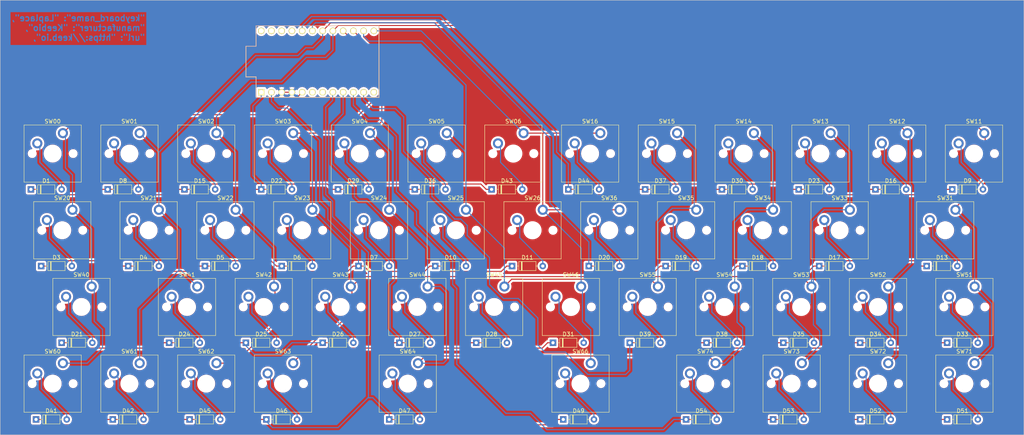
<source format=kicad_pcb>
(kicad_pcb (version 20221018) (generator pcbnew)
  (layers (0 "F.Cu" signal) (31 "B.Cu" signal) (34 "B.Paste" user) (35 "F.Paste" user) (36 "B.SilkS" user "B.Silkscreen") (37 "F.SilkS" user "F.Silkscreen") (38 "B.Mask" user) (39 "F.Mask" user) (44 "Edge.Cuts" user))
  (net 0 "")
  (net 1 "R0")
  (net 2 "Net-(D1-A)")
  (net 3 "GND")
  (net 4 "C0")
  (net 7 "R2")
  (net 8 "Net-(D3-A)")
  (net 9 "Net-(D4-A)")
  (net 10 "Net-(D5-A)")
  (net 12 "Net-(D6-A)")
  (net 13 "Net-(D7-A)")
  (net 14 "Net-(D8-A)")
  (net 15 "R1")
  (net 16 "Net-(D9-A)")
  (net 17 "Net-(D10-A)")
  (net 18 "Net-(D11-A)")
  (net 19 "R3")
  (net 20 "VCC")
  (net 24 "Net-(D13-A)")
  (net 25 "Net-(D15-A)")
  (net 26 "Net-(D16-A)")
  (net 27 "Net-(D17-A)")
  (net 28 "Net-(D18-A)")
  (net 29 "Net-(D19-A)")
  (net 30 "Net-(D20-A)")
  (net 31 "R4")
  (net 32 "Net-(D21-A)")
  (net 33 "Net-(D22-A)")
  (net 34 "Net-(D23-A)")
  (net 35 "Net-(D24-A)")
  (net 36 "Net-(D25-A)")
  (net 37 "Net-(D26-A)")
  (net 38 "Net-(D27-A)")
  (net 39 "Net-(D28-A)")
  (net 40 "Net-(D29-A)")
  (net 41 "Net-(D30-A)")
  (net 42 "Net-(D31-A)")
  (net 43 "R5")
  (net 44 "Net-(D33-A)")
  (net 45 "Net-(D34-A)")
  (net 46 "Net-(D35-A)")
  (net 47 "Net-(D36-A)")
  (net 48 "Net-(D37-A)")
  (net 49 "Net-(D38-A)")
  (net 50 "Net-(D39-A)")
  (net 51 "R6")
  (net 52 "Net-(D41-A)")
  (net 53 "Net-(D42-A)")
  (net 54 "Net-(D43-A)")
  (net 55 "Net-(D44-A)")
  (net 56 "Net-(D45-A)")
  (net 57 "Net-(D46-A)")
  (net 58 "Net-(D47-A)")
  (net 59 "Net-(D49-A)")
  (net 60 "R7")
  (net 61 "Net-(D51-A)")
  (net 62 "Net-(D52-A)")
  (net 63 "Net-(D53-A)")
  (net 64 "Net-(D54-A)")
  (net 65 "C1")
  (net 66 "C2")
  (net 67 "C3")
  (net 68 "C4")
  (net 69 "C5")
  (net 70 "C6")
  (footprint "Diode_THT:D_DO-35_SOD27_P7.62mm_Horizontal" (layer "F.Cu") (at 199.39 123.19)
    (fp_text reference "D44")
    (fp_text value "1N4148" hide)
  )
  (footprint "MyLibrary:SW_Cherry_MX_PCB" (layer "F.Cu") (at 223.8375 114.3)
    (fp_text reference "SW15")
    (fp_text value "SW_SPST" hide)
  )
  (footprint "Diode_THT:D_DO-35_SOD27_P7.62mm_Horizontal" (layer "F.Cu") (at 204.47 142.24)
    (fp_text reference "D20")
    (fp_text value "1N4148" hide)
  )
  (footprint "MyLibrary:SW_Cherry_MX_PCB" (layer "F.Cu") (at 128.5875 171.45)
    (fp_text reference "SW63")
    (fp_text value "SW_SPST" hide)
  )
  (footprint "MyLibrary:SW_Cherry_MX_PCB" (layer "F.Cu") (at 171.45 133.35)
    (fp_text reference "SW25")
    (fp_text value "SW_SPST" hide)
  )
  (footprint "Diode_THT:D_DO-35_SOD27_P7.62mm_Horizontal" (layer "F.Cu") (at 218.44 123.19)
    (fp_text reference "D37")
    (fp_text value "1N4148" hide)
  )
  (footprint "Diode_THT:D_DO-35_SOD27_P7.62mm_Horizontal" (layer "F.Cu") (at 256.54 123.19)
    (fp_text reference "D23")
    (fp_text value "1N4148" hide)
  )
  (footprint "MyLibrary:SW_Cherry_MX_PCB" (layer "F.Cu") (at 276.2235 152.4)
    (fp_text reference "SW52")
    (fp_text value "SW_SPST" hide)
  )
  (footprint "MyLibrary:SW_Cherry_MX_PCB" (layer "F.Cu") (at 71.4375 114.3)
    (fp_text reference "SW00")
    (fp_text value "SW_SPST" hide)
  )
  (footprint "MyLibrary:SW_Cherry_MX_PCB" (layer "F.Cu") (at 71.4375 171.45)
    (fp_text reference "SW60")
    (fp_text value "SW_SPST" hide)
  )
  (footprint "MyLibrary:SW_Cherry_MX_PCB" (layer "F.Cu") (at 109.5375 171.45)
    (fp_text reference "SW62")
    (fp_text value "SW_SPST" hide)
  )
  (footprint "Diode_THT:D_DO-35_SOD27_P7.62mm_Horizontal" (layer "F.Cu") (at 271.78 180.34)
    (fp_text reference "D52")
    (fp_text value "1N4148" hide)
  )
  (footprint "MyLibrary:SW_Cherry_MX_PCB" (layer "F.Cu") (at 257.175 152.4)
    (fp_text reference "SW53")
    (fp_text value "SW_SPST" hide)
  )
  (footprint "MyLibrary:SW_Cherry_MX_PCB" (layer "F.Cu") (at 242.8875 114.3)
    (fp_text reference "SW14")
    (fp_text value "SW_SPST" hide)
  )
  (footprint "MyLibrary:SW_Cherry_MX_PCB" (layer "F.Cu") (at 280.9875 114.3)
    (fp_text reference "SW12")
    (fp_text value "SW_SPST" hide)
  )
  (footprint "Diode_THT:D_DO-35_SOD27_P7.62mm_Horizontal" (layer "F.Cu") (at 86.36 180.34)
    (fp_text reference "D42")
    (fp_text value "1N4148" hide)
  )
  (footprint "MyLibrary:SW_Cherry_MX_PCB" (layer "F.Cu") (at 161.925 152.4)
    (fp_text reference "SW44")
    (fp_text value "SW_SPST" hide)
  )
  (footprint "Diode_THT:D_DO-35_SOD27_P7.62mm_Horizontal" (layer "F.Cu") (at 223.52 142.24)
    (fp_text reference "D19")
    (fp_text value "1N4148" hide)
  )
  (footprint "MyLibrary:SW_Cherry_MX_PCB" (layer "F.Cu") (at 228.6 133.35)
    (fp_text reference "SW35")
    (fp_text value "SW_SPST" hide)
  )
  (footprint "Diode_THT:D_DO-35_SOD27_P7.62mm_Horizontal" (layer "F.Cu") (at 147.32 142.24)
    (fp_text reference "D7")
    (fp_text value "1N4148" hide)
  )
  (footprint "Diode_THT:D_DO-35_SOD27_P7.62mm_Horizontal" (layer "F.Cu") (at 128.27 142.24)
    (fp_text reference "D6")
    (fp_text value "1N4148" hide)
  )
  (footprint "Diode_THT:D_DO-35_SOD27_P7.62mm_Horizontal" (layer "F.Cu") (at 73.66 161.29)
    (fp_text reference "D21")
    (fp_text value "1N4148" hide)
  )
  (footprint "MyLibrary:SW_Cherry_MX_PCB" (layer "F.Cu") (at 114.3 133.35)
    (fp_text reference "SW22")
    (fp_text value "SW_SPST" hide)
  )
  (footprint "Diode_THT:D_DO-35_SOD27_P7.62mm_Horizontal" (layer "F.Cu") (at 293.37 180.34)
    (fp_text reference "D51")
    (fp_text value "1N4148" hide)
  )
  (footprint "MyLibrary:SW_Cherry_MX_PCB" (layer "F.Cu") (at 90.4875 171.45)
    (fp_text reference "SW61")
    (fp_text value "SW_SPST" hide)
  )
  (footprint "Diode_THT:D_DO-35_SOD27_P7.62mm_Horizontal" (layer "F.Cu") (at 85.09 123.19)
    (fp_text reference "D8")
    (fp_text value "1N4148" hide)
  )
  (footprint "Diode_THT:D_DO-35_SOD27_P7.62mm_Horizontal" (layer "F.Cu") (at 288.29 142.24)
    (fp_text reference "D13")
    (fp_text value "1N4148" hide)
  )
  (footprint "MyLibrary:SW_Cherry_MX_PCB" (layer "F.Cu") (at 247.65 133.35)
    (fp_text reference "SW34")
    (fp_text value "SW_SPST" hide)
  )
  (footprint "MyLibrary:SW_Cherry_MX_PCB" (layer "F.Cu") (at 254.7935 171.45)
    (fp_text reference "SW73")
    (fp_text value "SW_SPST" hide)
  )
  (footprint "MyLibrary:ProMicro" (layer "F.Cu") (at 137.16 91.44)
    (fp_text reference "U1" hide)
    (fp_text value "ProMicro" hide)
  )
  (footprint "Diode_THT:D_DO-35_SOD27_P7.62mm_Horizontal" (layer "F.Cu") (at 261.62 142.24)
    (fp_text reference "D17")
    (fp_text value "1N4148" hide)
  )
  (footprint "Diode_THT:D_DO-35_SOD27_P7.62mm_Horizontal" (layer "F.Cu") (at 242.57 142.24)
    (fp_text reference "D18")
    (fp_text value "1N4148" hide)
  )
  (footprint "Diode_THT:D_DO-35_SOD27_P7.62mm_Horizontal" (layer "F.Cu") (at 237.49 123.19)
    (fp_text reference "D30")
    (fp_text value "1N4148" hide)
  )
  (footprint "Diode_THT:D_DO-35_SOD27_P7.62mm_Horizontal" (layer "F.Cu") (at 124.46 180.34)
    (fp_text reference "D46")
    (fp_text value "1N4148" hide)
  )
  (footprint "MyLibrary:SW_Cherry_MX_PCB" (layer "F.Cu") (at 204.7875 114.3)
    (fp_text reference "SW16")
    (fp_text value "SW_SPST" hide)
  )
  (footprint "Diode_THT:D_DO-35_SOD27_P7.62mm_Horizontal" (layer "F.Cu") (at 68.58 142.24)
    (fp_text reference "D3")
    (fp_text value "1N4148" hide)
  )
  (footprint "Diode_THT:D_DO-35_SOD27_P7.62mm_Horizontal" (layer "F.Cu") (at 180.34 123.19)
    (fp_text reference "D43")
    (fp_text value "1N4148" hide)
  )
  (footprint "MyLibrary:SW_Cherry_MX_PCB" (layer "F.Cu") (at 292.8935 133.35)
    (fp_text reference "SW31")
    (fp_text value "SW_SPST" hide)
  )
  (footprint "MyLibrary:SW_Cherry_MX_PCB" (layer "F.Cu") (at 166.6875 114.3)
    (fp_text reference "SW05")
    (fp_text value "SW_SPST" hide)
  )
  (footprint "Diode_THT:D_DO-35_SOD27_P7.62mm_Horizontal" (layer "F.Cu") (at 166.37 142.24)
    (fp_text reference "D10")
    (fp_text value "1N4148" hide)
  )
  (footprint "Diode_THT:D_DO-35_SOD27_P7.62mm_Horizontal" (layer "F.Cu") (at 195.58 161.29)
    (fp_text reference "D31")
    (fp_text value "1N4148" hide)
  )
  (footprint "MyLibrary:SW_Cherry_MX_PCB" (layer "F.Cu") (at 200.0235 152.4)
    (fp_text reference "SW46")
    (fp_text value "SW_SPST" hide)
  )
  (footprint "MyLibrary:SW_Cherry_MX_PCB" (layer "F.Cu") (at 297.6563 152.4)
    (fp_text reference "SW51")
    (fp_text value "SW_SPST" hide)
  )
  (footprint "Diode_THT:D_DO-35_SOD27_P7.62mm_Horizontal" (layer "F.Cu") (at 154.94 180.34)
    (fp_text reference "D47")
    (fp_text value "1N4148" hide)
  )
  (footprint "Diode_THT:D_DO-35_SOD27_P7.62mm_Horizontal" (layer "F.Cu") (at 123.19 123.19)
    (fp_text reference "D22")
    (fp_text value "1N4148" hide)
  )
  (footprint "Diode_THT:D_DO-35_SOD27_P7.62mm_Horizontal" (layer "F.Cu") (at 161.29 123.19)
    (fp_text reference "D36")
    (fp_text value "1N4148" hide)
  )
  (footprint "Diode_THT:D_DO-35_SOD27_P7.62mm_Horizontal" (layer "F.Cu") (at 157.48 161.29)
    (fp_text reference "D27")
    (fp_text value "1N4148" hide)
  )
  (footprint "MyLibrary:SW_Cherry_MX_PCB" (layer "F.Cu") (at 261.9375 114.3)
    (fp_text reference "SW13")
    (fp_text value "SW_SPST" hide)
  )
  (footprint "Diode_THT:D_DO-35_SOD27_P7.62mm_Horizontal" (layer "F.Cu") (at 228.6 180.34)
    (fp_text reference "D54")
    (fp_text value "1N4148" hide)
  )
  (footprint "Diode_THT:D_DO-35_SOD27_P7.62mm_Horizontal" (layer "F.Cu") (at 185.42 142.24)
    (fp_text reference "D11")
    (fp_text value "1N4148" hide)
  )
  (footprint "MyLibrary:SW_Cherry_MX_PCB" (layer "F.Cu") (at 95.25 133.35)
    (fp_text reference "SW21")
    (fp_text value "SW_SPST" hide)
  )
  (footprint "Diode_THT:D_DO-35_SOD27_P7.62mm_Horizontal" (layer "F.Cu") (at 294.64 123.19)
    (fp_text reference "D9")
    (fp_text value "1N4148" hide)
  )
  (footprint "MyLibrary:SW_Cherry_MX_PCB" (layer "F.Cu") (at 202.4045 171.45)
    (fp_text reference "SW66")
    (fp_text value "SW_SPST" hide)
  )
  (footprint "Diode_THT:D_DO-35_SOD27_P7.62mm_Horizontal" (layer "F.Cu") (at 90.17 142.24)
    (fp_text reference "D4")
    (fp_text value "1N4148" hide)
  )
  (footprint "Diode_THT:D_DO-35_SOD27_P7.62mm_Horizontal" (layer "F.Cu") (at 214.63 161.29)
    (fp_text reference "D39")
    (fp_text value "1N4148" hide)
  )
  (footprint "Diode_THT:D_DO-35_SOD27_P7.62mm_Horizontal" (layer "F.Cu") (at 233.68 161.29)
    (fp_text reference "D38")
    (fp_text value "1N4148" hide)
  )
  (footprint "MyLibrary:SW_Cherry_MX_PCB" (layer "F.Cu") (at 133.35 133.35)
    (fp_text reference "SW23")
    (fp_text value "SW_SPST" hide)
  )
  (footprint "Diode_THT:D_DO-35_SOD27_P7.62mm_Horizontal" (layer "F.Cu") (at 66.04 123.19)
    (fp_text reference "D1")
    (fp_text value "1N4148" hide)
  )
  (footprint "MyLibrary:SW_Cherry_MX_PCB" (layer "F.Cu") (at 90.4875 114.3)
    (fp_text reference "SW01")
    (fp_text value "SW_SPST" hide)
  )
  (footprint "MyLibrary:SW_Cherry_MX_PCB" (layer "F.Cu") (at 159.5435 171.45)
    (fp_text reference "SW64")
    (fp_text value "SW_SPST" hide)
  )
  (footprint "Diode_THT:D_DO-35_SOD27_P7.62mm_Horizontal" (layer "F.Cu") (at 100.33 161.29)
    (fp_text reference "D24")
    (fp_text value "1N4148" hide)
  )
  (footprint "MyLibrary:SW_Cherry_MX_PCB" (layer "F.Cu") (at 128.5875 114.3)
    (fp_text reference "SW03")
    (fp_text value "SW_SPST" hide)
  )
  (footprint "Diode_THT:D_DO-35_SOD27_P7.62mm_Horizontal" (layer "F.Cu") (at 119.38 161.29)
    (fp_text reference "D25")
    (fp_text value "1N4148" hide)
  )
  (footprint "Diode_THT:D_DO-35_SOD27_P7.62mm_Horizontal" (layer "F.Cu") (at 293.37 161.29)
    (fp_text reference "D33")
    (fp_text value "1N4148" hide)
  )
  (footprint "Diode_THT:D_DO-35_SOD27_P7.62mm_Horizontal" (layer "F.Cu") (at 109.22 142.24)
    (fp_text reference "D5")
    (fp_text value "1N4148" hide)
  )
  (footprint "MyLibrary:SW_Cherry_MX_PCB" (layer "F.Cu") (at 152.4 133.35)
    (fp_text reference "SW24")
    (fp_text value "SW_SPST" hide)
  )
  (footprint "MyLibrary:SW_Cherry_MX_PCB" (layer "F.Cu") (at 297.6563 171.45)
    (fp_text reference "SW71")
    (fp_text value "SW_SPST" hide)
  )
  (footprint "MyLibrary:SW_Cherry_MX_PCB" (layer "F.Cu") (at 209.55 133.35)
    (fp_text reference "SW36")
    (fp_text value "SW_SPST" hide)
  )
  (footprint "Diode_THT:D_DO-35_SOD27_P7.62mm_Horizontal" (layer "F.Cu") (at 142.24 123.19)
    (fp_text reference "D29")
    (fp_text value "1N4148" hide)
  )
  (footprint "Diode_THT:D_DO-35_SOD27_P7.62mm_Horizontal" (layer "F.Cu") (at 105.41 180.34)
    (fp_text reference "D45")
    (fp_text value "1N4148" hide)
  )
  (footprint "MyLibrary:SW_Cherry_MX_PCB" (layer "F.Cu") (at 123.8235 152.4)
    (fp_text reference "SW42")
    (fp_text value "SW_SPST" hide)
  )
  (footprint "Diode_THT:D_DO-35_SOD27_P7.62mm_Horizontal" (layer "F.Cu") (at 271.78 161.29)
    (fp_text reference "D34")
    (fp_text value "1N4148" hide)
  )
  (footprint "MyLibrary:SW_Cherry_MX_PCB" (layer "F.Cu") (at 104.7735 152.4)
    (fp_text reference "SW41")
    (fp_text value "SW_SPST" hide)
  )
  (footprint "Diode_THT:D_DO-35_SOD27_P7.62mm_Horizontal" (layer "F.Cu") (at 104.14 123.19)
    (fp_text reference "D15")
    (fp_text value "1N4148" hide)
  )
  (footprint "MyLibrary:SW_Cherry_MX_PCB" (layer "F.Cu") (at 219.0735 152.4)
    (fp_text reference "SW55")
    (fp_text value "SW_SPST" hide)
  )
  (footprint "MyLibrary:SW_Cherry_MX_PCB" (layer "F.Cu") (at 147.6375 114.3)
    (fp_text reference "SW04")
    (fp_text value "SW_SPST" hide)
  )
  (footprint "MyLibrary:SW_Cherry_MX_PCB" (layer "F.Cu") (at 109.5375 114.3)
    (fp_text reference "SW02")
    (fp_text value "SW_SPST" hide)
  )
  (footprint "MyLibrary:SW_Cherry_MX_PCB" (layer "F.Cu") (at 78.5813 152.4)
    (fp_text reference "SW40")
    (fp_text value "SW_SPST" hide)
  )
  (footprint "Diode_THT:D_DO-35_SOD27_P7.62mm_Horizontal" (layer "F.Cu") (at 250.19 180.34)
    (fp_text reference "D53")
    (fp_text value "1N4148" hide)
  )
  (footprint "Diode_THT:D_DO-35_SOD27_P7.62mm_Horizontal" (layer "F.Cu") (at 176.53 161.29)
    (fp_text reference "D28")
    (fp_text value "1N4148" hide)
  )
  (footprint "Diode_THT:D_DO-35_SOD27_P7.62mm_Horizontal" (layer "F.Cu") (at 67.31 180.34)
    (fp_text reference "D41")
    (fp_text value "1N4148" hide)
  )
  (footprint "MyLibrary:SW_Cherry_MX_PCB" (layer "F.Cu") (at 300.0375 114.3)
    (fp_text reference "SW11")
    (fp_text value "SW_SPST" hide)
  )
  (footprint "MyLibrary:SW_Cherry_MX_PCB" (layer "F.Cu") (at 142.875 152.4)
    (fp_text reference "SW43")
    (fp_text value "SW_SPST" hide)
  )
  (footprint "MyLibrary:SW_Cherry_MX_PCB" (layer "F.Cu") (at 276.2245 171.45)
    (fp_text reference "SW72")
    (fp_text value "SW_SPST" hide)
  )
  (footprint "Diode_THT:D_DO-35_SOD27_P7.62mm_Horizontal" (layer "F.Cu") (at 275.59 123.19)
    (fp_text reference "D16")
    (fp_text value "1N4148" hide)
  )
  (footprint "MyLibrary:SW_Cherry_MX_PCB" (layer "F.Cu") (at 238.1235 152.4)
    (fp_text reference "SW54")
    (fp_text value "SW_SPST" hide)
  )
  (footprint "MyLibrary:SW_Cherry_MX_PCB" (layer "F.Cu") (at 266.7 133.35)
    (fp_text reference "SW33")
    (fp_text value "SW_SPST" hide)
  )
  (footprint "Diode_THT:D_DO-35_SOD27_P7.62mm_Horizontal" (layer "F.Cu") (at 138.43 161.29)
    (fp_text reference "D26")
    (fp_text value "1N4148" hide)
  )
  (footprint "MyLibrary:SW_Cherry_MX_PCB" (layer "F.Cu") (at 73.8188 133.35)
    (fp_text reference "SW20")
    (fp_text value "SW_SPST" hide)
  )
  (footprint "MyLibrary:SW_Cherry_MX_PCB" (layer "F.Cu") (at 180.975 152.4)
    (fp_text reference "SW45")
    (fp_text value "SW_SPST" hide)
  )
  (footprint "MyLibrary:SW_Cherry_MX_PCB" (layer "F.Cu") (at 190.5 133.35)
    (fp_text reference "SW26")
    (fp_text value "SW_SPST" hide)
  )
  (footprint "Diode_THT:D_DO-35_SOD27_P7.62mm_Horizontal" (layer "F.Cu") (at 198.12 180.34)
    (fp_text reference "D49")
    (fp_text value "1N4148" hide)
  )
  (footprint "MyLibrary:SW_Cherry_MX_PCB" (layer "F.Cu") (at 233.3625 171.45)
    (fp_text reference "SW74")
    (fp_text value "SW_SPST" hide)
  )
  (footprint "Diode_THT:D_DO-35_SOD27_P7.62mm_Horizontal" (layer "F.Cu") (at 252.73 161.29)
    (fp_text reference "D35")
    (fp_text value "1N4148" hide)
  )
  (footprint "MyLibrary:SW_Cherry_MX_PCB" (layer "F.Cu") (at 185.7375 114.3)
    (fp_text reference "SW06")
    (fp_text value "SW_SPST" hide)
  )
  (gr_poly (pts (xy 197.286607 95.06545) (xy 197.299365 95.074259) (xy 197.310753 95.089398) (xy 197.320811 95.111242) (xy 197.329576 95.140165) (xy 197.337089 95.176543) (xy 197.343387 95.22075) (xy 197.348509 95.273161) (xy 197.355382 95.404092) (xy 197.358018 95.572333) (xy 197.356726 95.780882) (xy 197.351817 96.032736) (xy 197.325358 97.002875) (xy 197.854525 97.002875) (xy 197.909982 97.003284) (xy 197.963734 97.004494) (xy 198.015523 97.006479) (xy 198.065089 97.009214) (xy 198.112175 97.012672) (xy 198.156522 97.016827) (xy 198.197872 97.021655) (xy 198.235966 97.027128) (xy 198.270546 97.033222) (xy 198.301354 97.03991) (xy 198.328131 97.047166) (xy 198.339927 97.050999) (xy 198.350618 97.054965) (xy 198.360173 97.05906) (xy 198.368559 97.06328) (xy 198.375743 97.067624) (xy 198.381693 97.072087) (xy 198.386377 97.076666) (xy 198.389763 97.081359) (xy 198.391819 97.086161) (xy 198.392511 97.091069) (xy 198.391741 97.095978) (xy 198.389453 97.10078) (xy 198.380453 97.110052) (xy 198.365768 97.118858) (xy 198.345657 97.127174) (xy 198.320379 97.134973) (xy 198.290191 97.142229) (xy 198.255353 97.148917) (xy 198.216122 97.15501) (xy 198.125516 97.165311) (xy 198.020441 97.172924) (xy 197.902963 97.177644) (xy 197.77515 97.179263) (xy 197.157789 97.179263) (xy 197.157789 96.12093) (xy 197.158108 95.979692) (xy 197.159098 95.850094) (xy 197.160812 95.731787) (xy 197.163301 95.624423) (xy 197.166617 95.527652) (xy 197.170811 95.441127) (xy 197.175936 95.364497) (xy 197.182042 95.297415) (xy 197.189182 95.239531) (xy 197.193156 95.213929) (xy 197.197407 95.190496) (xy 197.201943 95.169188) (xy 197.206769 95.149962) (xy 197.211893 95.132774) (xy 197.21732 95.117581) (xy 197.223057 95.104338) (xy 197.229111 95.093002) (xy 197.235487 95.08353) (xy 197.242194 95.075878) (xy 197.249236 95.070002) (xy 197.25662 95.065859) (xy 197.264353 95.063405) (xy 197.272441 95.062597)) (fill solid) (layer "F.Cu"))
  (gr_poly (pts (xy 210.827927 94.180653) (xy 210.034177 94.180653) (xy 210.034177 88.888986) (xy 210.827927 88.888986)) (fill solid) (layer "F.Cu"))
  (gr_poly (pts (xy 238.274035 91.040931) (xy 238.282718 91.914469) (xy 238.283959 92.704498) (xy 238.280238 93.324202) (xy 238.274035 93.686763) (xy 238.238761 94.180653) (xy 237.550841 94.180653) (xy 237.550841 88.888986) (xy 238.247577 88.888986)) (fill solid) (layer "F.Cu"))
  (gr_poly (pts (xy 211.807777 88.9) (xy 211.817049 88.93286) (xy 211.834171 89.063033) (xy 211.849226 89.277335) (xy 211.862007 89.573596) (xy 211.879921 90.403312) (xy 211.88626 91.53482) (xy 211.884641 92.137212) (xy 211.879921 92.666327) (xy 211.872308 93.119994) (xy 211.862007 93.496044) (xy 211.849226 93.792304) (xy 211.84197 93.909836) (xy 211.834171 94.006607) (xy 211.825855 94.082345) (xy 211.817049 94.136779) (xy 211.807777 94.169639) (xy 211.802975 94.177894) (xy 211.798066 94.180653) (xy 211.788355 94.169639) (xy 211.779084 94.136779) (xy 211.761962 94.006607) (xy 211.746907 93.792304) (xy 211.734126 93.496044) (xy 211.716211 92.666327) (xy 211.709872 91.53482) (xy 211.711491 90.932427) (xy 211.716211 90.403312) (xy 211.723825 89.949645) (xy 211.734126 89.573596) (xy 211.746907 89.277335) (xy 211.754163 89.159803) (xy 211.761962 89.063033) (xy 211.770277 88.987294) (xy 211.779084 88.93286) (xy 211.788355 88.9) (xy 211.793157 88.891746) (xy 211.798066 88.888986)) (fill solid) (layer "F.Cu"))
  (gr_poly (pts (xy 215.952915 88.9) (xy 215.962187 88.93286) (xy 215.979309 89.063033) (xy 215.994364 89.277335) (xy 216.007146 89.573596) (xy 216.025061 90.403312) (xy 216.0314 91.53482) (xy 216.02978 92.137212) (xy 216.025061 92.666327) (xy 216.017447 93.119994) (xy 216.007146 93.496044) (xy 215.994364 93.792304) (xy 215.987108 93.909836) (xy 215.979309 94.006607) (xy 215.970993 94.082345) (xy 215.962187 94.136779) (xy 215.952915 94.169639) (xy 215.948113 94.177894) (xy 215.943204 94.180653) (xy 215.933493 94.169639) (xy 215.924222 94.136779) (xy 215.9071 94.006607) (xy 215.892045 93.792304) (xy 215.879264 93.496044) (xy 215.861349 92.666327) (xy 215.85501 91.53482) (xy 215.856629 90.932427) (xy 215.861349 90.403312) (xy 215.868963 89.949645) (xy 215.879264 89.573596) (xy 215.892045 89.277335) (xy 215.899301 89.159803) (xy 215.9071 89.063033) (xy 215.915415 88.987294) (xy 215.924222 88.93286) (xy 215.933493 88.9) (xy 215.938295 88.891746) (xy 215.943204 88.888986)) (fill solid) (layer "F.Cu"))
  (gr_poly (pts (xy 206.841539 95.071417) (xy 206.935838 95.075673) (xy 207.023767 95.081907) (xy 207.105573 95.090233) (xy 207.144257 95.095218) (xy 207.181501 95.100769) (xy 207.217337 95.106901) (xy 207.251796 95.11363) (xy 207.284908 95.120969) (xy 207.316704 95.128932) (xy 207.347214 95.137536) (xy 207.37647 95.146793) (xy 207.404501 95.156719) (xy 207.431339 95.167328) (xy 207.457015 95.178635) (xy 207.481558 95.190653) (xy 207.505 95.203399) (xy 207.527371 95.216886) (xy 207.548703 95.231128) (xy 207.569025 95.246141) (xy 207.588368 95.261939) (xy 207.606764 95.278536) (xy 207.624242 95.295947) (xy 207.640833 95.314186) (xy 207.656569 95.333268) (xy 207.67148 95.353208) (xy 207.685595 95.37402) (xy 207.698948 95.395719) (xy 207.711567 95.418318) (xy 207.723483 95.441834) (xy 207.738988 95.475464) (xy 207.752439 95.507066) (xy 207.763849 95.536885) (xy 207.77323 95.565167) (xy 207.780596 95.592157) (xy 207.78596 95.618101) (xy 207.789334 95.643244) (xy 207.790732 95.667831) (xy 207.790165 95.692108) (xy 207.787648 95.71632) (xy 207.783194 95.740714) (xy 207.776814 95.765534) (xy 207.768522 95.791025) (xy 207.758331 95.817434) (xy 207.746254 95.845006) (xy 207.732303 95.873985) (xy 207.704719 95.924258) (xy 207.677819 95.969415) (xy 207.651048 96.009714) (xy 207.623851 96.045414) (xy 207.595673 96.076773) (xy 207.565956 96.104049) (xy 207.550348 96.116237) (xy 207.534147 96.127502) (xy 207.517285 96.137875) (xy 207.49969 96.147389) (xy 207.481295 96.156076) (xy 207.462029 96.163968) (xy 207.420608 96.177499) (xy 207.374872 96.188239) (xy 207.324266 96.196447) (xy 207.268234 96.202381) (xy 207.20622 96.2063) (xy 207.137669 96.208462) (xy 207.062025 96.209125) (xy 206.682789 96.209125) (xy 206.682789 96.694194) (xy 206.68238 96.743244) (xy 206.68117 96.791001) (xy 206.679184 96.837209) (xy 206.67645 96.881607) (xy 206.672992 96.923939) (xy 206.668836 96.963945) (xy 206.664009 97.001367) (xy 206.658535 97.035947) (xy 206.652442 97.067427) (xy 206.645754 97.095548) (xy 206.638498 97.120051) (xy 206.634665 97.130865) (xy 206.630699 97.140678) (xy 206.626604 97.149458) (xy 206.622383 97.157172) (xy 206.61804 97.163787) (xy 206.613577 97.169272) (xy 206.608997 97.173595) (xy 206.604305 97.176722) (xy 206.599503 97.178623) (xy 206.594594 97.179263) (xy 206.589685 97.178055) (xy 206.584883 97.174451) (xy 206.575612 97.160195) (xy 206.566805 97.136766) (xy 206.55849 97.104436) (xy 206.543435 97.014157) (xy 206.530654 96.891529) (xy 206.520353 96.738722) (xy 206.512739 96.557906) (xy 206.508019 96.351252) (xy 206.5064 96.12093) (xy 206.5064 95.238986) (xy 206.682789 95.238986) (xy 206.682789 96.032736) (xy 207.079664 96.032736) (xy 207.125033 96.032067) (xy 207.168526 96.030075) (xy 207.210126 96.026777) (xy 207.249817 96.022194) (xy 207.287584 96.016345) (xy 207.323409 96.009249) (xy 207.357277 96.000926) (xy 207.389171 95.991395) (xy 207.419076 95.980675) (xy 207.446976 95.968786) (xy 207.472853 95.955748) (xy 207.496693 95.941579) (xy 207.518478 95.926299) (xy 207.538193 95.909927) (xy 207.555822 95.892483) (xy 207.571348 95.873986) (xy 207.584755 95.854456) (xy 207.596028 95.833911) (xy 207.605149 95.812372) (xy 207.612103 95.789857) (xy 207.616874 95.766386) (xy 207.619446 95.741979) (xy 207.619801 95.716654) (xy 207.617925 95.690431) (xy 207.613801 95.66333) (xy 207.607413 95.63537) (xy 207.598745 95.60657) (xy 207.587781 95.57695) (xy 207.574503 95.546528) (xy 207.558898 95.515325) (xy 207.540947 95.48336) (xy 207.520635 95.450652) (xy 207.500751 95.420661) (xy 207.480621 95.393447) (xy 207.46 95.368894) (xy 207.438642 95.346886) (xy 207.416303 95.327307) (xy 207.392737 95.310041) (xy 207.367697 95.294971) (xy 207.34094 95.281981) (xy 207.312218 95.270954) (xy 207.281288 95.261775) (xy 207.247903 95.254328) (xy 207.211817 95.248495) (xy 207.172787 95.24416) (xy 207.130565 95.241208) (xy 207.084906 95.239522) (xy 207.035566 95.238986) (xy 206.682789 95.238986) (xy 206.5064 95.238986) (xy 206.5064 95.062597)) (fill solid) (layer "F.Cu"))
  (gr_poly (pts (xy 248.222365 94.180653) (xy 247.428614 94.180653) (xy 247.428614 88.888986) (xy 248.222365 88.888986)) (fill solid) (layer "F.Cu"))
  (gr_poly (pts (xy 235.179304 88.9) (xy 235.188575 88.93286) (xy 235.205697 89.063033) (xy 235.220752 89.277335) (xy 235.233533 89.573596) (xy 235.251446 90.403312) (xy 235.257785 91.53482) (xy 235.256166 92.137212) (xy 235.251446 92.666327) (xy 235.243833 93.119994) (xy 235.233533 93.496044) (xy 235.220752 93.792304) (xy 235.213496 93.909836) (xy 235.205697 94.006607) (xy 235.197382 94.082345) (xy 235.188575 94.136779) (xy 235.179304 94.169639) (xy 235.174502 94.177894) (xy 235.169593 94.180653) (xy 235.159882 94.169639) (xy 235.15061 94.136779) (xy 235.133488 94.006607) (xy 235.118432 93.792304) (xy 235.105651 93.496044) (xy 235.087736 92.666327) (xy 235.081397 91.53482) (xy 235.083016 90.932427) (xy 235.087736 90.403312) (xy 235.09535 89.949645) (xy 235.105651 89.573596) (xy 235.118432 89.277335) (xy 235.125689 89.159803) (xy 235.133488 89.063033) (xy 235.141803 88.987294) (xy 235.15061 88.93286) (xy 235.159882 88.9) (xy 235.164684 88.891746) (xy 235.169593 88.888986)) (fill solid) (layer "F.Cu"))
  (gr_poly (pts (xy 239.908963 95.063006) (xy 239.971707 95.064216) (xy 240.031868 95.066201) (xy 240.089186 95.068936) (xy 240.143403 95.072394) (xy 240.194261 95.076549) (xy 240.241502 95.081377) (xy 240.284868 95.08685) (xy 240.324099 95.092944) (xy 240.358937 95.099632) (xy 240.389125 95.106888) (xy 240.414403 95.114687) (xy 240.425121 95.118781) (xy 240.434514 95.123002) (xy 240.442551 95.127346) (xy 240.449199 95.131809) (xy 240.454426 95.136388) (xy 240.458199 95.14108) (xy 240.460487 95.145883) (xy 240.461257 95.150791) (xy 240.460565 95.1557) (xy 240.458511 95.160502) (xy 240.450456 95.169774) (xy 240.437363 95.17858) (xy 240.419502 95.186896) (xy 240.397145 95.194695) (xy 240.370564 95.201951) (xy 240.340029 95.208639) (xy 240.305813 95.214732) (xy 240.227419 95.225033) (xy 240.137554 95.232647) (xy 240.038387 95.237367) (xy 239.93209 95.238986) (xy 239.402922 95.238986) (xy 239.402922 96.032736) (xy 239.870353 96.050374) (xy 240.328963 96.068013) (xy 239.870353 96.094472) (xy 239.402922 96.129749) (xy 239.402922 97.002875) (xy 239.93209 97.002875) (xy 239.985994 97.003284) (xy 240.038387 97.004494) (xy 240.088998 97.006479) (xy 240.137554 97.009214) (xy 240.183785 97.012672) (xy 240.227419 97.016827) (xy 240.268186 97.021655) (xy 240.305813 97.027128) (xy 240.340029 97.033222) (xy 240.370564 97.03991) (xy 240.397145 97.047166) (xy 240.408868 97.050999) (xy 240.419502 97.054965) (xy 240.429011 97.05906) (xy 240.437363 97.06328) (xy 240.444522 97.067624) (xy 240.450456 97.072087) (xy 240.455131 97.076666) (xy 240.458511 97.081359) (xy 240.460565 97.086161) (xy 240.461257 97.091069) (xy 240.460487 97.095978) (xy 240.458199 97.10078) (xy 240.449199 97.110052) (xy 240.434514 97.118858) (xy 240.414403 97.127174) (xy 240.389125 97.134973) (xy 240.358937 97.142229) (xy 240.324099 97.148917) (xy 240.284868 97.15501) (xy 240.194261 97.165311) (xy 240.089186 97.172924) (xy 239.971707 97.177644) (xy 239.843894 97.179263) (xy 239.226535 97.179263) (xy 239.226535 95.062597) (xy 239.843894 95.062597)) (fill solid) (layer "F.Cu"))
  (gr_poly (pts (xy 203.307682 88.893508) (xy 203.325904 88.908624) (xy 203.342086 88.936658) (xy 203.356342 88.979937) (xy 203.379545 89.12153) (xy 203.396443 89.352007) (xy 203.407967 89.689971) (xy 203.415046 90.154025) (xy 203.419594 91.53482) (xy 203.418612 92.306865) (xy 203.41721 92.630489) (xy 203.415046 92.915614) (xy 203.412004 93.164565) (xy 203.407967 93.379668) (xy 203.402818 93.563249) (xy 203.396443 93.717632) (xy 203.392759 93.784601) (xy 203.388724 93.845143) (xy 203.384324 93.899549) (xy 203.379545 93.948109) (xy 203.374371 93.991113) (xy 203.36879 94.028853) (xy 203.362785 94.061619) (xy 203.356342 94.089702) (xy 203.349447 94.113393) (xy 203.342086 94.132981) (xy 203.334243 94.148759) (xy 203.325904 94.161016) (xy 203.317056 94.170043) (xy 203.307682 94.176131) (xy 203.297769 94.179571) (xy 203.287302 94.180653) (xy 203.266922 94.176131) (xy 203.2487 94.161016) (xy 203.232519 94.132981) (xy 203.218263 94.089702) (xy 203.19506 93.948109) (xy 203.178162 93.717632) (xy 203.166638 93.379668) (xy 203.159558 92.915614) (xy 203.15501 91.53482) (xy 203.155992 90.762774) (xy 203.157394 90.43915) (xy 203.159558 90.154025) (xy 203.1626 89.905074) (xy 203.166638 89.689971) (xy 203.171786 89.506391) (xy 203.178162 89.352007) (xy 203.181846 89.285038) (xy 203.185881 89.224496) (xy 203.190281 89.17009) (xy 203.19506 89.12153) (xy 203.200233 89.078526) (xy 203.205815 89.040786) (xy 203.21182 89.00802) (xy 203.218263 88.979937) (xy 203.225157 88.956247) (xy 203.232519 88.936658) (xy 203.240361 88.920881) (xy 203.2487 88.908624) (xy 203.257549 88.899596) (xy 203.266922 88.893508) (xy 203.276835 88.890068) (xy 203.287302 88.888986)) (fill solid) (layer "F.Cu"))
  (gr_poly (pts (xy 213.826539 94.180653) (xy 213.482581 94.180653) (xy 213.426389 94.180388) (xy 213.376592 94.179361) (xy 213.332764 94.177223) (xy 213.294478 94.173625) (xy 213.27728 94.171169) (xy 213.261308 94.168218) (xy 213.246509 94.164728) (xy 213.232828 94.160654) (xy 213.220213 94.155954) (xy 213.208611 94.150584) (xy 213.197968 94.144499) (xy 213.188231 94.137658) (xy 213.179347 94.130016) (xy 213.171262 94.121529) (xy 213.163923 94.112153) (xy 213.157277 94.101846) (xy 213.15127 94.090564) (xy 213.14585 94.078262) (xy 213.140963 94.064898) (xy 213.136555 94.050428) (xy 213.132573 94.034808) (xy 213.128965 94.017995) (xy 213.122654 93.980613) (xy 213.117196 93.937935) (xy 213.112164 93.889611) (xy 213.100863 93.596502) (xy 213.094524 92.99995) (xy 213.094801 92.186769) (xy 213.103345 91.243778) (xy 213.129804 88.888986) (xy 213.826539 88.888986)) (fill solid) (layer "F.Cu"))
  (gr_poly (pts (xy 217.330598 88.893508) (xy 217.348821 88.908624) (xy 217.365002 88.936658) (xy 217.379258 88.979937) (xy 217.402461 89.12153) (xy 217.419359 89.352007) (xy 217.430883 89.689971) (xy 217.437962 90.154025) (xy 217.44251 91.53482) (xy 217.441528 92.306865) (xy 217.440126 92.630489) (xy 217.437962 92.915614) (xy 217.43492 93.164565) (xy 217.430883 93.379668) (xy 217.425735 93.563249) (xy 217.419359 93.717632) (xy 217.415675 93.784601) (xy 217.41164 93.845143) (xy 217.40724 93.899549) (xy 217.402461 93.948109) (xy 217.397288 93.991113) (xy 217.391706 94.028853) (xy 217.385701 94.061619) (xy 217.379258 94.089702) (xy 217.372363 94.113393) (xy 217.365002 94.132981) (xy 217.357159 94.148759) (xy 217.348821 94.161016) (xy 217.339972 94.170043) (xy 217.330598 94.176131) (xy 217.320685 94.179571) (xy 217.310218 94.180653) (xy 217.289838 94.176131) (xy 217.271616 94.161016) (xy 217.255435 94.132981) (xy 217.241179 94.089702) (xy 217.217976 93.948109) (xy 217.201078 93.717632) (xy 217.189554 93.379668) (xy 217.182474 92.915614) (xy 217.177926 91.53482) (xy 217.178908 90.762774) (xy 217.18031 90.43915) (xy 217.182474 90.154025) (xy 217.185516 89.905074) (xy 217.189554 89.689971) (xy 217.194702 89.506391) (xy 217.201078 89.352007) (xy 217.204762 89.285038) (xy 217.208797 89.224496) (xy 217.213197 89.17009) (xy 217.217976 89.12153) (xy 217.223149 89.078526) (xy 217.228731 89.040786) (xy 217.234736 89.00802) (xy 217.241179 88.979937) (xy 217.248074 88.956247) (xy 217.255435 88.936658) (xy 217.263278 88.920881) (xy 217.271616 88.908624) (xy 217.280465 88.899596) (xy 217.289838 88.893508) (xy 217.299751 88.890068) (xy 217.310218 88.888986)) (fill solid) (layer "F.Cu"))
  (gr_poly (pts (xy 237.198066 94.180653) (xy 236.404315 94.180653) (xy 236.404315 88.888986) (xy 237.198066 88.888986)) (fill solid) (layer "F.Cu"))
  (gr_poly (pts (xy 241.793883 88.9) (xy 241.803155 88.93286) (xy 241.820278 89.063033) (xy 241.835333 89.277335) (xy 241.848114 89.573596) (xy 241.866028 90.403312) (xy 241.872367 91.53482) (xy 241.870748 92.137212) (xy 241.866028 92.666327) (xy 241.858415 93.119994) (xy 241.848114 93.496044) (xy 241.835333 93.792304) (xy 241.828077 93.909836) (xy 241.820278 94.006607) (xy 241.811962 94.082345) (xy 241.803155 94.136779) (xy 241.793883 94.169639) (xy 241.78908 94.177894) (xy 241.784171 94.180653) (xy 241.774461 94.169639) (xy 241.765189 94.136779) (xy 241.748068 94.006607) (xy 241.733013 93.792304) (xy 241.720232 93.496044) (xy 241.702318 92.666327) (xy 241.695979 91.53482) (xy 241.697598 90.932427) (xy 241.702318 90.403312) (xy 241.709932 89.949645) (xy 241.720232 89.573596) (xy 241.733013 89.277335) (xy 241.740269 89.159803) (xy 241.748068 89.063033) (xy 241.756383 88.987294) (xy 241.765189 88.93286) (xy 241.774461 88.9) (xy 241.779263 88.891746) (xy 241.784171 88.888986)) (fill solid) (layer "F.Cu"))
  (gr_poly (pts (xy 227.208375 88.893508) (xy 227.226598 88.908624) (xy 227.242779 88.936658) (xy 227.257036 88.979937) (xy 227.280239 89.12153) (xy 227.297137 89.352007) (xy 227.308661 89.689971) (xy 227.315741 90.154025) (xy 227.320289 91.53482) (xy 227.319307 92.306865) (xy 227.317905 92.630489) (xy 227.315741 92.915614) (xy 227.312698 93.164565) (xy 227.308661 93.379668) (xy 227.303513 93.563249) (xy 227.297137 93.717632) (xy 227.293453 93.784601) (xy 227.289418 93.845143) (xy 227.285018 93.899549) (xy 227.280239 93.948109) (xy 227.275065 93.991113) (xy 227.269483 94.028853) (xy 227.263478 94.061619) (xy 227.257036 94.089702) (xy 227.250141 94.113393) (xy 227.242779 94.132981) (xy 227.234936 94.148759) (xy 227.226598 94.161016) (xy 227.217749 94.170043) (xy 227.208375 94.176131) (xy 227.198462 94.179571) (xy 227.187995 94.180653) (xy 227.167615 94.176131) (xy 227.149393 94.161016) (xy 227.133212 94.132981) (xy 227.118956 94.089702) (xy 227.095754 93.948109) (xy 227.078856 93.717632) (xy 227.067332 93.379668) (xy 227.060252 92.915614) (xy 227.055705 91.53482) (xy 227.056687 90.762774) (xy 227.058089 90.43915) (xy 227.060252 90.154025) (xy 227.063295 89.905074) (xy 227.067332 89.689971) (xy 227.07248 89.506391) (xy 227.078856 89.352007) (xy 227.08254 89.285038) (xy 227.086575 89.224496) (xy 227.090975 89.17009) (xy 227.095754 89.12153) (xy 227.100927 89.078526) (xy 227.106509 89.040786) (xy 227.112514 89.00802) (xy 227.118956 88.979937) (xy 227.125851 88.956247) (xy 227.133212 88.936658) (xy 227.141055 88.920881) (xy 227.149393 88.908624) (xy 227.158242 88.899596) (xy 227.167615 88.893508) (xy 227.177528 88.890068) (xy 227.187995 88.888986)) (fill solid) (layer "F.Cu"))
  (gr_poly (pts (xy 219.64737 94.180653) (xy 218.853621 94.180653) (xy 218.853621 88.888986) (xy 219.64737 88.888986)) (fill solid) (layer "F.Cu"))
  (gr_poly (pts (xy 230.769582 88.9) (xy 230.778854 88.93286) (xy 230.795976 89.063033) (xy 230.811031 89.277335) (xy 230.823811 89.573596) (xy 230.841725 90.403312) (xy 230.848063 91.53482) (xy 230.846444 92.137212) (xy 230.841725 92.666327) (xy 230.834112 93.119994) (xy 230.823811 93.496044) (xy 230.811031 93.792304) (xy 230.803775 93.909836) (xy 230.795976 94.006607) (xy 230.78766 94.082345) (xy 230.778854 94.136779) (xy 230.769582 94.169639) (xy 230.76478 94.177894) (xy 230.759871 94.180653) (xy 230.75016 94.169639) (xy 230.740889 94.136779) (xy 230.723766 94.006607) (xy 230.708711 93.792304) (xy 230.695929 93.496044) (xy 230.678015 92.666327) (xy 230.671676 91.53482) (xy 230.673295 90.932427) (xy 230.678015 90.403312) (xy 230.685628 89.949645) (xy 230.695929 89.573596) (xy 230.708711 89.277335) (xy 230.715967 89.159803) (xy 230.723766 89.063033) (xy 230.732082 88.987294) (xy 230.740889 88.93286) (xy 230.75016 88.9) (xy 230.754963 88.891746) (xy 230.759871 88.888986)) (fill solid) (layer "F.Cu"))
  (gr_poly (pts (xy 218.500844 94.180653) (xy 217.795287 94.180653) (xy 217.77765 92.213916) (xy 217.767865 91.041895) (xy 217.765523 90.140245) (xy 217.771448 89.481681) (xy 217.777769 89.235029) (xy 217.786467 89.038917) (xy 217.788978 89.018339) (xy 217.793323 88.999557) (xy 217.799684 88.982506) (xy 217.80824 88.967121) (xy 217.813399 88.960034) (xy 217.819174 88.953339) (xy 217.825589 88.947028) (xy 217.832666 88.941094) (xy 217.848897 88.930321) (xy 217.868047 88.920957) (xy 217.890298 88.912936) (xy 217.915831 88.906195) (xy 217.944826 88.900668) (xy 217.977464 88.89629) (xy 218.013926 88.892998) (xy 218.054394 88.890726) (xy 218.099047 88.889411) (xy 218.148066 88.888986) (xy 218.500844 88.888986)) (fill solid) (layer "F.Cu"))
  (gr_poly (pts (xy 221.31175 95.073863) (xy 221.336296 95.075826) (xy 221.360532 95.078823) (xy 221.384454 95.082854) (xy 221.40806 95.087919) (xy 221.431346 95.094016) (xy 221.454309 95.101148) (xy 221.476946 95.109313) (xy 221.499253 95.118511) (xy 221.521228 95.128743) (xy 221.542867 95.140008) (xy 221.564167 95.152307) (xy 221.585124 95.16564) (xy 221.605736 95.180006) (xy 221.625999 95.195405) (xy 221.64591 95.211838) (xy 221.665465 95.229305) (xy 221.684663 95.247805) (xy 221.704485 95.268185) (xy 221.722625 95.287954) (xy 221.739109 95.30707) (xy 221.753961 95.325492) (xy 221.767204 95.343178) (xy 221.778862 95.360085) (xy 221.788961 95.376172) (xy 221.797524 95.391397) (xy 221.804576 95.405717) (xy 221.81014 95.419091) (xy 221.814241 95.431477) (xy 221.816903 95.442832) (xy 221.818151 95.453115) (xy 221.818008 95.462284) (xy 221.816499 95.470297) (xy 221.813648 95.477111) (xy 221.809479 95.482685) (xy 221.804017 95.486977) (xy 221.797285 95.489944) (xy 221.789309 95.491546) (xy 221.780111 95.491739) (xy 221.769717 95.490482) (xy 221.75815 95.487733) (xy 221.745435 95.48345) (xy 221.731597 95.47759) (xy 221.716658 95.470113) (xy 221.700644 95.460975) (xy 221.683579 95.450136) (xy 221.665486 95.437552) (xy 221.646391 95.423182) (xy 221.626317 95.406984) (xy 221.605288 95.388916) (xy 221.561981 95.352671) (xy 221.51814 95.321575) (xy 221.473906 95.295509) (xy 221.429416 95.27435) (xy 221.38481 95.257977) (xy 221.340226 95.24627) (xy 221.295805 95.239107) (xy 221.251683 95.236367) (xy 221.208001 95.23793) (xy 221.164897 95.243673) (xy 221.12251 95.253476) (xy 221.080979 95.267218) (xy 221.040442 95.284778) (xy 221.001039 95.306034) (xy 220.962909 95.330865) (xy 220.92619 95.359151) (xy 220.891022 95.390769) (xy 220.857543 95.4256) (xy 220.825891 95.463522) (xy 220.796207 95.504413) (xy 220.768629 95.548153) (xy 220.743295 95.594621) (xy 220.720345 95.643695) (xy 220.699917 95.695254) (xy 220.682151 95.749178) (xy 220.667184 95.805344) (xy 220.655157 95.863633) (xy 220.646208 95.923922) (xy 220.640476 95.986091) (xy 220.6381 96.050019) (xy 220.639218 96.115584) (xy 220.643969 96.182666) (xy 220.651508 96.246817) (xy 220.660867 96.308612) (xy 220.67201 96.36802) (xy 220.684897 96.425011) (xy 220.699489 96.479554) (xy 220.715748 96.531618) (xy 220.733634 96.581172) (xy 220.75311 96.628186) (xy 220.774135 96.672629) (xy 220.796673 96.71447) (xy 220.820683 96.75368) (xy 220.846127 96.790226) (xy 220.872966 96.824079) (xy 220.901162 96.855207) (xy 220.930676 96.88358) (xy 220.961469 96.909168) (xy 220.993502 96.931939) (xy 221.026736 96.951863) (xy 221.061133 96.96891) (xy 221.096654 96.983048) (xy 221.133261 96.994247) (xy 221.170913 97.002476) (xy 221.209574 97.007705) (xy 221.249203 97.009903) (xy 221.289763 97.009038) (xy 221.331214 97.005082) (xy 221.373517 96.998002) (xy 221.416635 96.987768) (xy 221.460527 96.97435) (xy 221.505157 96.957716) (xy 221.550483 96.937837) (xy 221.596469 96.914681) (xy 221.606261 96.909073) (xy 221.615792 96.903826) (xy 221.625058 96.898938) (xy 221.634055 96.894406) (xy 221.642782 96.89023) (xy 221.651233 96.886407) (xy 221.659407 96.882936) (xy 221.6673 96.879816) (xy 221.674909 96.877045) (xy 221.682231 96.874621) (xy 221.689261 96.872542) (xy 221.695998 96.870807) (xy 221.702437 96.869415) (xy 221.708577 96.868363) (xy 221.714412 96.867651) (xy 221.719941 96.867276) (xy 221.72516 96.867237) (xy 221.730065 96.867532) (xy 221.734654 96.86816) (xy 221.738923 96.869119) (xy 221.742869 96.870408) (xy 221.746489 96.872024) (xy 221.74978 96.873966) (xy 221.752738 96.876233) (xy 221.755359 96.878823) (xy 221.757642 96.881735) (xy 221.759583 96.884966) (xy 221.761178 96.888515) (xy 221.762424 96.892381) (xy 221.763318 96.896561) (xy 221.763857 96.901055) (xy 221.764037 96.905861) (xy 221.76317 96.917509) (xy 221.760616 96.929279) (xy 221.756443 96.94114) (xy 221.750722 96.953059) (xy 221.743521 96.965004) (xy 221.734911 96.976942) (xy 221.713739 97.00067) (xy 221.687761 97.023985) (xy 221.657532 97.046627) (xy 221.623609 97.06834) (xy 221.586546 97.088864) (xy 221.5469 97.107941) (xy 221.505225 97.125313) (xy 221.462078 97.140721) (xy 221.418013 97.153907) (xy 221.373586 97.164613) (xy 221.329353 97.17258) (xy 221.28587 97.177549) (xy 221.243691 97.179263) (xy 221.2242 97.177943) (xy 221.202281 97.174078) (xy 221.178191 97.16781) (xy 221.152189 97.159282) (xy 221.124533 97.148634) (xy 221.095482 97.13601) (xy 221.065295 97.121551) (xy 221.034228 97.1054) (xy 221.002542 97.087699) (xy 220.970494 97.06859) (xy 220.938343 97.048214) (xy 220.906346 97.026714) (xy 220.874763 97.004233) (xy 220.843852 96.980912) (xy 220.813871 96.956893) (xy 220.785079 96.932319) (xy 220.742765 96.893878) (xy 220.704947 96.857543) (xy 220.671366 96.822733) (xy 220.641764 96.788865) (xy 220.615883 96.75536) (xy 220.593464 96.721634) (xy 220.574249 96.687108) (xy 220.55798 96.651199) (xy 220.544397 96.613327) (xy 220.533244 96.57291) (xy 220.524261 96.529366) (xy 220.51719 96.482114) (xy 220.511772 96.430573) (xy 220.50775 96.374162) (xy 220.504865 96.312299) (xy 220.502858 96.244403) (xy 220.503151 96.145018) (xy 220.507268 96.048773) (xy 220.515105 95.955913) (xy 220.52656 95.866682) (xy 220.541529 95.781328) (xy 220.559908 95.700095) (xy 220.570345 95.6611) (xy 220.581595 95.623228) (xy 220.593647 95.586509) (xy 220.606486 95.550974) (xy 220.620101 95.516653) (xy 220.634477 95.483577) (xy 220.649603 95.451777) (xy 220.665466 95.421283) (xy 220.682052 95.392127) (xy 220.699349 95.364338) (xy 220.717343 95.337948) (xy 220.736022 95.312986) (xy 220.755372 95.289485) (xy 220.775382 95.267475) (xy 220.796038 95.246985) (xy 220.817326 95.228048) (xy 220.839235 95.210693) (xy 220.861751 95.194951) (xy 220.884861 95.180853) (xy 220.908553 95.16843) (xy 220.96591 95.142385) (xy 221.022207 95.120474) (xy 221.077419 95.102698) (xy 221.13152 95.089055) (xy 221.158146 95.083784) (xy 221.184484 95.079547) (xy 221.210531 95.076343) (xy 221.236285 95.074173) (xy 221.261742 95.073036) (xy 221.286898 95.072932)) (fill solid) (layer "F.Cu"))
  (gr_poly (pts (xy 201.367404 88.893508) (xy 201.385627 88.908624) (xy 201.401808 88.936658) (xy 201.416064 88.979937) (xy 201.439267 89.12153) (xy 201.456165 89.352007) (xy 201.467689 89.689971) (xy 201.474769 90.154025) (xy 201.479316 91.53482) (xy 201.478334 92.306865) (xy 201.476933 92.630489) (xy 201.474769 92.915614) (xy 201.471726 93.164565) (xy 201.467689 93.379668) (xy 201.462541 93.563249) (xy 201.456165 93.717632) (xy 201.452481 93.784601) (xy 201.448446 93.845143) (xy 201.444046 93.899549) (xy 201.439267 93.948109) (xy 201.434094 93.991113) (xy 201.428512 94.028853) (xy 201.422507 94.061619) (xy 201.416064 94.089702) (xy 201.409169 94.113393) (xy 201.401808 94.132981) (xy 201.393965 94.148759) (xy 201.385627 94.161016) (xy 201.376778 94.170043) (xy 201.367404 94.176131) (xy 201.357491 94.179571) (xy 201.347024 94.180653) (xy 201.326645 94.176131) (xy 201.308422 94.161016) (xy 201.292241 94.132981) (xy 201.277985 94.089702) (xy 201.254782 93.948109) (xy 201.237884 93.717632) (xy 201.22636 93.379668) (xy 201.219281 92.915614) (xy 201.214733 91.53482) (xy 201.215715 90.762774) (xy 201.217117 90.43915) (xy 201.219281 90.154025) (xy 201.222323 89.905074) (xy 201.22636 89.689971) (xy 201.231509 89.506391) (xy 201.237884 89.352007) (xy 201.241568 89.285038) (xy 201.245603 89.224496) (xy 201.250003 89.17009) (xy 201.254782 89.12153) (xy 201.259956 89.078526) (xy 201.265537 89.040786) (xy 201.271542 89.00802) (xy 201.277985 88.979937) (xy 201.28488 88.956247) (xy 201.292241 88.936658) (xy 201.300084 88.920881) (xy 201.308422 88.908624) (xy 201.317271 88.899596) (xy 201.326645 88.893508) (xy 201.336557 88.890068) (xy 201.347024 88.888986)) (fill solid) (layer "F.Cu"))
  (gr_poly (pts (xy 207.211955 94.180653) (xy 206.5064 94.180653) (xy 206.5064 88.888986) (xy 207.211955 88.888986)) (fill solid) (layer "F.Cu"))
  (gr_poly (pts (xy 233.334081 88.889744) (xy 233.380138 88.891544) (xy 233.419761 88.89505) (xy 233.43733 88.89762) (xy 233.453493 88.900829) (xy 233.468319 88.904749) (xy 233.481876 88.90945) (xy 233.494232 88.915004) (xy 233.505454 88.921482) (xy 233.51561 88.928955) (xy 233.524768 88.937493) (xy 233.532996 88.947169) (xy 233.540361 88.958052) (xy 233.546932 88.970214) (xy 233.552776 88.983727) (xy 233.557961 88.99866) (xy 233.562556 89.015086) (xy 233.570242 89.052697) (xy 233.576378 89.097131) (xy 233.581507 89.148953) (xy 233.590911 89.277042) (xy 233.600973 89.604877) (xy 233.605245 90.213005) (xy 233.59973 91.922875) (xy 233.564456 94.180653) (xy 232.876536 94.180653) (xy 232.876536 88.888986) (xy 233.220496 88.888986)) (fill solid) (layer "F.Cu"))
  (gr_poly (pts (xy 214.973065 94.180653) (xy 214.179316 94.180653) (xy 214.179316 88.888986) (xy 214.973065 88.888986)) (fill solid) (layer "F.Cu"))
  (gr_poly (pts (xy 209.073749 88.9) (xy 209.083021 88.93286) (xy 209.100143 89.063033) (xy 209.115198 89.277335) (xy 209.12798 89.573596) (xy 209.145894 90.403312) (xy 209.152233 91.53482) (xy 209.150614 92.137212) (xy 209.145894 92.666327) (xy 209.13828 93.119994) (xy 209.12798 93.496044) (xy 209.115198 93.792304) (xy 209.107942 93.909836) (xy 209.100143 94.006607) (xy 209.091827 94.082345) (xy 209.083021 94.136779) (xy 209.073749 94.169639) (xy 209.068947 94.177894) (xy 209.064038 94.180653) (xy 209.054327 94.169639) (xy 209.045056 94.136779) (xy 209.027934 94.006607) (xy 209.012879 93.792304) (xy 209.000098 93.496044) (xy 208.982183 92.666327) (xy 208.975844 91.53482) (xy 208.977463 90.932427) (xy 208.982183 90.403312) (xy 208.989797 89.949645) (xy 209.000098 89.573596) (xy 209.012879 89.277335) (xy 209.020135 89.159803) (xy 209.027934 89.063033) (xy 209.03625 88.987294) (xy 209.045056 88.93286) (xy 209.054327 88.9) (xy 209.05913 88.891746) (xy 209.064038 88.888986)) (fill solid) (layer "F.Cu"))
  (gr_poly (pts (xy 224.738931 88.893508) (xy 224.757153 88.908624) (xy 224.773335 88.936658) (xy 224.787591 88.979937) (xy 224.810794 89.12153) (xy 224.827692 89.352007) (xy 224.839216 89.689971) (xy 224.846295 90.154025) (xy 224.850842 91.53482) (xy 224.849861 92.306865) (xy 224.848459 92.630489) (xy 224.846295 92.915614) (xy 224.843253 93.164565) (xy 224.839216 93.379668) (xy 224.834067 93.563249) (xy 224.827692 93.717632) (xy 224.824008 93.784601) (xy 224.819973 93.845143) (xy 224.815573 93.899549) (xy 224.810794 93.948109) (xy 224.805621 93.991113) (xy 224.800039 94.028853) (xy 224.794034 94.061619) (xy 224.787591 94.089702) (xy 224.780696 94.113393) (xy 224.773335 94.132981) (xy 224.765492 94.148759) (xy 224.757153 94.161016) (xy 224.748304 94.170043) (xy 224.738931 94.176131) (xy 224.729018 94.179571) (xy 224.718551 94.180653) (xy 224.698171 94.176131) (xy 224.679949 94.161016) (xy 224.663768 94.132981) (xy 224.649512 94.089702) (xy 224.626309 93.948109) (xy 224.609411 93.717632) (xy 224.597887 93.379668) (xy 224.590807 92.915614) (xy 224.586259 91.53482) (xy 224.587241 90.762774) (xy 224.588643 90.43915) (xy 224.590807 90.154025) (xy 224.593849 89.905074) (xy 224.597887 89.689971) (xy 224.603035 89.506391) (xy 224.609411 89.352007) (xy 224.613095 89.285038) (xy 224.61713 89.224496) (xy 224.62153 89.17009) (xy 224.626309 89.12153) (xy 224.631482 89.078526) (xy 224.637064 89.040786) (xy 224.643069 89.00802) (xy 224.649512 88.979937) (xy 224.656406 88.956247) (xy 224.663768 88.936658) (xy 224.67161 88.920881) (xy 224.679949 88.908624) (xy 224.688798 88.899596) (xy 224.698171 88.893508) (xy 224.708084 88.890068) (xy 224.718551 88.888986)) (fill solid) (layer "F.Cu"))
  (gr_poly (pts (xy 195.58 88.9) (xy 195.589271 88.93286) (xy 195.606393 89.063033) (xy 195.621449 89.277335) (xy 195.63423 89.573596) (xy 195.652144 90.403312) (xy 195.658483 91.53482) (xy 195.656864 92.137212) (xy 195.652144 92.666327) (xy 195.644531 93.119994) (xy 195.63423 93.496044) (xy 195.621449 93.792304) (xy 195.614192 93.909836) (xy 195.606393 94.006607) (xy 195.598078 94.082345) (xy 195.589271 94.136779) (xy 195.58 94.169639) (xy 195.575198 94.177894) (xy 195.570289 94.180653) (xy 195.560578 94.169639) (xy 195.551306 94.136779) (xy 195.534184 94.006607) (xy 195.519129 93.792304) (xy 195.506348 93.496044) (xy 195.488433 92.666327) (xy 195.482094 91.53482) (xy 195.483714 90.932427) (xy 195.488433 90.403312) (xy 195.496047 89.949645) (xy 195.506348 89.573596) (xy 195.519129 89.277335) (xy 195.526385 89.159803) (xy 195.534184 89.063033) (xy 195.5425 88.987294) (xy 195.551306 88.93286) (xy 195.560578 88.9) (xy 195.56538 88.891746) (xy 195.570289 88.888986)) (fill solid) (layer "F.Cu"))
  (gr_poly (pts (xy 204.92861 88.9) (xy 204.937882 88.93286) (xy 204.955004 89.063033) (xy 204.970059 89.277335) (xy 204.98284 89.573596) (xy 205.000754 90.403312) (xy 205.007093 91.53482) (xy 205.005474 92.137212) (xy 205.000754 92.666327) (xy 204.993141 93.119994) (xy 204.98284 93.496044) (xy 204.970059 93.792304) (xy 204.962803 93.909836) (xy 204.955004 94.006607) (xy 204.946688 94.082345) (xy 204.937882 94.136779) (xy 204.92861 94.169639) (xy 204.923808 94.177894) (xy 204.918899 94.180653) (xy 204.909189 94.169639) (xy 204.899917 94.136779) (xy 204.882795 94.006607) (xy 204.86774 93.792304) (xy 204.854958 93.496044) (xy 204.837044 92.666327) (xy 204.830705 91.53482) (xy 204.832324 90.932427) (xy 204.837044 90.403312) (xy 204.844657 89.949645) (xy 204.854958 89.573596) (xy 204.86774 89.277335) (xy 204.874996 89.159803) (xy 204.882795 89.063033) (xy 204.89111 88.987294) (xy 204.899917 88.93286) (xy 204.909189 88.9) (xy 204.913991 88.891746) (xy 204.918899 88.888986)) (fill solid) (layer "F.Cu"))
  (gr_poly (pts (xy 245.905594 88.893508) (xy 245.923816 88.908624) (xy 245.939997 88.936658) (xy 245.954253 88.979937) (xy 245.977456 89.12153) (xy 245.994354 89.352007) (xy 246.005877 89.689971) (xy 246.012957 90.154025) (xy 246.017505 91.53482) (xy 246.016523 92.306865) (xy 246.015121 92.630489) (xy 246.012957 92.915614) (xy 246.009915 93.164565) (xy 246.005877 93.379668) (xy 246.000729 93.563249) (xy 245.994354 93.717632) (xy 245.990669 93.784601) (xy 245.986635 93.845143) (xy 245.982235 93.899549) (xy 245.977456 93.948109) (xy 245.972282 93.991113) (xy 245.966701 94.028853) (xy 245.960696 94.061619) (xy 245.954253 94.089702) (xy 245.947359 94.113393) (xy 245.939997 94.132981) (xy 245.932155 94.148759) (xy 245.923816 94.161016) (xy 245.914968 94.170043) (xy 245.905594 94.176131) (xy 245.895681 94.179571) (xy 245.885215 94.180653) (xy 245.864834 94.176131) (xy 245.846612 94.161016) (xy 245.83043 94.132981) (xy 245.816174 94.089702) (xy 245.792971 93.948109) (xy 245.776072 93.717632) (xy 245.764548 93.379668) (xy 245.757469 92.915614) (xy 245.752921 91.53482) (xy 245.753903 90.762774) (xy 245.755305 90.43915) (xy 245.757469 90.154025) (xy 245.760511 89.905074) (xy 245.764548 89.689971) (xy 245.769697 89.506391) (xy 245.776072 89.352007) (xy 245.779757 89.285038) (xy 245.783792 89.224496) (xy 245.788191 89.17009) (xy 245.792971 89.12153) (xy 245.798144 89.078526) (xy 245.803726 89.040786) (xy 245.809731 89.00802) (xy 245.816174 88.979937) (xy 245.823069 88.956247) (xy 245.83043 88.936658) (xy 245.838273 88.920881) (xy 245.846612 88.908624) (xy 245.855461 88.899596) (xy 245.864834 88.893508) (xy 245.874748 88.890068) (xy 245.885215 88.888986)) (fill solid) (layer "F.Cu"))
  (gr_poly (pts (xy 228.300138 88.9) (xy 228.30941 88.93286) (xy 228.326532 89.063033) (xy 228.341586 89.277335) (xy 228.354367 89.573596) (xy 228.372281 90.403312) (xy 228.378619 91.53482) (xy 228.377 92.137212) (xy 228.372281 92.666327) (xy 228.364667 93.119994) (xy 228.354367 93.496044) (xy 228.341586 93.792304) (xy 228.33433 93.909836) (xy 228.326532 94.006607) (xy 228.318216 94.082345) (xy 228.30941 94.136779) (xy 228.300138 94.169639) (xy 228.295336 94.177894) (xy 228.290427 94.180653) (xy 228.280716 94.169639) (xy 228.271444 94.136779) (xy 228.254322 94.006607) (xy 228.239267 93.792304) (xy 228.226485 93.496044) (xy 228.20857 92.666327) (xy 228.202231 91.53482) (xy 228.20385 90.932427) (xy 228.20857 90.403312) (xy 228.216184 89.949645) (xy 228.226485 89.573596) (xy 228.239267 89.277335) (xy 228.246523 89.159803) (xy 228.254322 89.063033) (xy 228.262638 88.987294) (xy 228.271444 88.93286) (xy 228.280716 88.9) (xy 228.285518 88.891746) (xy 228.290427 88.888986)) (fill solid) (layer "F.Cu"))
  (gr_poly (pts (xy 230.318896 94.180653) (xy 229.613341 94.180653) (xy 229.613341 88.888986) (xy 230.318896 88.888986)) (fill solid) (layer "F.Cu"))
  (gr_poly (pts (xy 224.321677 94.180653) (xy 223.527926 94.180653) (xy 223.527926 88.888986) (xy 224.321677 88.888986)) (fill solid) (layer "F.Cu"))
  (gr_poly (pts (xy 227.770971 88.9) (xy 227.780243 88.93286) (xy 227.797364 89.063033) (xy 227.812419 89.277335) (xy 227.8252 89.573596) (xy 227.843113 90.403312) (xy 227.849452 91.53482) (xy 227.847833 92.137212) (xy 227.843113 92.666327) (xy 227.8355 93.119994) (xy 227.8252 93.496044) (xy 227.812419 93.792304) (xy 227.805163 93.909836) (xy 227.797364 94.006607) (xy 227.789049 94.082345) (xy 227.780243 94.136779) (xy 227.770971 94.169639) (xy 227.766169 94.177894) (xy 227.76126 94.180653) (xy 227.751549 94.169639) (xy 227.742277 94.136779) (xy 227.725155 94.006607) (xy 227.710099 93.792304) (xy 227.697318 93.496044) (xy 227.679403 92.666327) (xy 227.673064 91.53482) (xy 227.674683 90.932427) (xy 227.679403 90.403312) (xy 227.687017 89.949645) (xy 227.697318 89.573596) (xy 227.710099 89.277335) (xy 227.717356 89.159803) (xy 227.725155 89.063033) (xy 227.73347 88.987294) (xy 227.742277 88.93286) (xy 227.751549 88.9) (xy 227.756351 88.891746) (xy 227.76126 88.888986)) (fill solid) (layer "F.Cu"))
  (gr_poly (pts (xy 225.909177 94.180653) (xy 225.20362 94.180653) (xy 225.20362 88.888986) (xy 225.909177 88.888986)) (fill solid) (layer "F.Cu"))
  (gr_poly (pts (xy 206.153622 94.180653) (xy 205.359872 94.180653) (xy 205.359872 88.888986) (xy 206.153622 88.888986)) (fill solid) (layer "F.Cu"))
  (gr_poly (pts (xy 216.480708 95.243971) (xy 216.492353 95.258606) (xy 216.524737 95.314916) (xy 216.567869 95.404092) (xy 216.620097 95.52231) (xy 216.679766 95.665747) (xy 216.745223 95.830577) (xy 216.814814 96.012978) (xy 216.886886 96.209125) (xy 216.956528 96.402739) (xy 217.019039 96.583951) (xy 217.073075 96.748626) (xy 217.117293 96.892631) (xy 217.1353 96.95559) (xy 217.150348 97.011832) (xy 217.16227 97.060838) (xy 217.170898 97.102093) (xy 217.176064 97.13508) (xy 217.177599 97.159282) (xy 217.176952 97.167927) (xy 217.175336 97.174182) (xy 217.172727 97.177982) (xy 217.169106 97.179263) (xy 217.164845 97.178853) (xy 217.160337 97.177638) (xy 217.150624 97.172873) (xy 217.140058 97.165136) (xy 217.12873 97.154596) (xy 217.116731 97.141421) (xy 217.10415 97.125778) (xy 217.091078 97.107836) (xy 217.077605 97.087762) (xy 217.063823 97.065724) (xy 217.04982 97.04189) (xy 217.035689 97.016429) (xy 217.021519 96.989508) (xy 217.0074 96.961294) (xy 216.993424 96.931957) (xy 216.96626 96.870583) (xy 216.943953 96.820607) (xy 216.92299 96.776291) (xy 216.902854 96.737296) (xy 216.883027 96.703289) (xy 216.873069 96.68805) (xy 216.862994 96.673933) (xy 216.852739 96.660893) (xy 216.842238 96.648891) (xy 216.831426 96.637883) (xy 216.820241 96.627829) (xy 216.808616 96.618685) (xy 216.796487 96.610409) (xy 216.783789 96.602961) (xy 216.770459 96.596297) (xy 216.756431 96.590377) (xy 216.741641 96.585157) (xy 216.726024 96.580596) (xy 216.709515 96.576652) (xy 216.673565 96.570446) (xy 216.633275 96.566204) (xy 216.588127 96.56359) (xy 216.537604 96.562268) (xy 216.481191 96.561902) (xy 216.423225 96.562273) (xy 216.371344 96.563625) (xy 216.325018 96.566321) (xy 216.283718 96.570722) (xy 216.264787 96.573675) (xy 216.246914 96.57719) (xy 216.230032 96.581312) (xy 216.214075 96.586087) (xy 216.198978 96.591559) (xy 216.184674 96.597774) (xy 216.171096 96.604778) (xy 216.158179 96.612614) (xy 216.145856 96.621329) (xy 216.134061 96.630968) (xy 216.122728 96.641576) (xy 216.11179 96.653197) (xy 216.101182 96.665879) (xy 216.090838 96.679664) (xy 216.08069 96.6946) (xy 216.070673 96.710731) (xy 216.050767 96.746758) (xy 216.030589 96.788107) (xy 216.009611 96.835142) (xy 215.987302 96.888222) (xy 215.973885 96.920552) (xy 215.960171 96.951319) (xy 215.946277 96.980406) (xy 215.932317 97.007698) (xy 215.91841 97.033077) (xy 215.904671 97.056428) (xy 215.891215 97.077635) (xy 215.884631 97.087398) (xy 215.878161 97.096581) (xy 215.87182 97.10517) (xy 215.865623 97.11315) (xy 215.859584 97.120506) (xy 215.853718 97.127225) (xy 215.848039 97.133291) (xy 215.842562 97.138691) (xy 215.837302 97.143409) (xy 215.832272 97.14743) (xy 215.827488 97.150742) (xy 215.822964 97.153328) (xy 215.818715 97.155175) (xy 215.814755 97.156267) (xy 215.811098 97.156591) (xy 215.807759 97.156131) (xy 215.804753 97.154874) (xy 215.802094 97.152805) (xy 215.797316 97.142971) (xy 215.796117 97.123745) (xy 215.798354 97.095657) (xy 215.803885 97.059236) (xy 215.824263 96.963514) (xy 215.856113 96.840817) (xy 215.898298 96.695383) (xy 215.949681 96.531448) (xy 216.009126 96.353251) (xy 216.016409 96.332597) (xy 216.207787 96.332597) (xy 216.208146 96.335077) (xy 216.209209 96.337551) (xy 216.213369 96.342467) (xy 216.220112 96.347305) (xy 216.229285 96.352027) (xy 216.240731 96.356594) (xy 216.254297 96.360967) (xy 216.269826 96.365108) (xy 216.287163 96.368977) (xy 216.306154 96.372536) (xy 216.326644 96.375746) (xy 216.348477 96.378569) (xy 216.371499 96.380966) (xy 216.395555 96.382897) (xy 216.420488 96.384325) (xy 216.446145 96.38521) (xy 216.472371 96.385513) (xy 216.571073 96.384997) (xy 216.610463 96.383304) (xy 216.643523 96.379726) (xy 216.657751 96.377011) (xy 216.670485 96.373563) (xy 216.681752 96.369295) (xy 216.691582 96.364119) (xy 216.700003 96.357949) (xy 216.707046 96.350697) (xy 216.712738 96.342275) (xy 216.71711 96.332597) (xy 216.72019 96.321575) (xy 216.722007 96.309123) (xy 216.72259 96.295153) (xy 216.721968 96.279577) (xy 216.717227 96.243261) (xy 216.708016 96.199479) (xy 216.694568 96.147531) (xy 216.677114 96.086721) (xy 216.631123 95.935722) (xy 216.621008 95.899885) (xy 216.610556 95.865236) (xy 216.599846 95.83193) (xy 216.588955 95.800123) (xy 216.57796 95.76997) (xy 216.56694 95.741625) (xy 216.555972 95.715244) (xy 216.545133 95.690982) (xy 216.5345 95.668994) (xy 216.524152 95.649434) (xy 216.514165 95.632459) (xy 216.504618 95.618222) (xy 216.500033 95.612179) (xy 216.495587 95.606879) (xy 216.49129 95.602341) (xy 216.487151 95.598585) (xy 216.48318 95.59563) (xy 216.479386 95.593495) (xy 216.47578 95.5922) (xy 216.472371 95.591764) (xy 216.466956 95.593463) (xy 216.460679 95.598436) (xy 216.44581 95.617447) (xy 216.428304 95.647283) (xy 216.408706 95.686435) (xy 216.387557 95.733389) (xy 216.365401 95.786635) (xy 216.320236 95.905956) (xy 216.277551 96.032305) (xy 216.241687 96.15359) (xy 216.22767 96.208554) (xy 216.216986 96.257718) (xy 216.210177 96.299569) (xy 216.207787 96.332597) (xy 216.016409 96.332597) (xy 216.075496 96.165028) (xy 216.144277 95.978372) (xy 216.210682 95.804533) (xy 216.273159 95.64723) (xy 216.330158 95.510184) (xy 216.380129 95.397116) (xy 216.401995 95.350736) (xy 216.421522 95.311747) (xy 216.438517 95.280611) (xy 216.452786 95.257796) (xy 216.458838 95.249654) (xy 216.464135 95.243766) (xy 216.468654 95.240191) (xy 216.472371 95.238986)) (fill solid) (layer "F.Cu"))
  (gr_poly (pts (xy 243.905331 95.063314) (xy 243.91052 95.065443) (xy 243.922888 95.073794) (xy 243.937737 95.087363) (xy 243.954859 95.105867) (xy 243.974048 95.129023) (xy 243.995098 95.156545) (xy 244.041951 95.223552) (xy 244.093765 95.304615) (xy 244.148887 95.39746) (xy 244.205663 95.499814) (xy 244.262439 95.609402) (xy 244.544658 96.165028) (xy 244.791606 95.635861) (xy 244.818141 95.581852) (xy 244.844729 95.529149) (xy 244.871212 95.478021) (xy 244.897438 95.428742) (xy 244.92325 95.38158) (xy 244.948494 95.336809) (xy 244.973014 95.294699) (xy 244.996656 95.255522) (xy 245.019264 95.219549) (xy 245.040684 95.187051) (xy 245.06076 95.158299) (xy 245.079338 95.133566) (xy 245.096262 95.113121) (xy 245.111377 95.097237) (xy 245.118208 95.09109) (xy 245.124529 95.086185) (xy 245.13032 95.082555) (xy 245.135562 95.080236) (xy 245.158568 95.073427) (xy 245.177815 95.070004) (xy 245.193057 95.070663) (xy 245.1991 95.072741) (xy 245.204049 95.076102) (xy 245.207875 95.080832) (xy 245.210545 95.087018) (xy 245.2123 95.10411) (xy 245.209068 95.128075) (xy 245.200604 95.159611) (xy 245.186662 95.199415) (xy 245.166997 95.248184) (xy 245.109516 95.375412) (xy 245.026197 95.546874) (xy 244.915076 95.768152) (xy 244.875274 95.847659) (xy 244.838508 95.924232) (xy 244.804713 95.998042) (xy 244.773826 96.069254) (xy 244.74578 96.138037) (xy 244.720513 96.20456) (xy 244.697958 96.26899) (xy 244.678052 96.331495) (xy 244.66073 96.392243) (xy 244.645927 96.451401) (xy 244.633578 96.509139) (xy 244.62362 96.565624) (xy 244.615987 96.621023) (xy 244.610615 96.675505) (xy 244.607439 96.729238) (xy 244.606395 96.782389) (xy 244.605986 96.823181) (xy 244.604776 96.862746) (xy 244.60279 96.900889) (xy 244.600056 96.937418) (xy 244.596598 96.972138) (xy 244.592443 97.004855) (xy 244.587616 97.035377) (xy 244.582142 97.063508) (xy 244.576049 97.089056) (xy 244.569361 97.111826) (xy 244.565802 97.122108) (xy 244.562105 97.131624) (xy 244.558271 97.140349) (xy 244.554306 97.148257) (xy 244.550211 97.155327) (xy 244.54599 97.161532) (xy 244.541646 97.166849) (xy 244.537183 97.171253) (xy 244.532603 97.174721) (xy 244.52791 97.177228) (xy 244.523108 97.178751) (xy 244.518199 97.179263) (xy 244.514066 97.178674) (xy 244.509941 97.176927) (xy 244.501748 97.170082) (xy 244.493685 97.158974) (xy 244.485815 97.143848) (xy 244.478204 97.124949) (xy 244.470915 97.102524) (xy 244.464015 97.076817) (xy 244.457566 97.048074) (xy 244.451634 97.016541) (xy 244.446284 96.982462) (xy 244.44158 96.946084) (xy 244.437586 96.907652) (xy 244.434367 96.867411) (xy 244.431988 96.825607) (xy 244.430513 96.782485) (xy 244.430007 96.738291) (xy 244.429059 96.676215) (xy 244.426148 96.615405) (xy 244.42117 96.555473) (xy 244.414022 96.496032) (xy 244.4046 96.436695) (xy 244.3928 96.377073) (xy 244.378521 96.31678) (xy 244.361657 96.255427) (xy 244.342106 96.192627) (xy 244.319765 96.127993) (xy 244.294529 96.061136) (xy 244.266297 95.99167) (xy 244.234963 95.919207) (xy 244.200426 95.843359) (xy 244.121325 95.679958) (xy 244.090653 95.616343) (xy 244.061571 95.554677) (xy 244.034219 95.49526) (xy 244.00874 95.438388) (xy 243.985277 95.384358) (xy 243.963971 95.333468) (xy 243.944965 95.286014) (xy 243.9284 95.242293) (xy 243.91442 95.202603) (xy 243.903165 95.167242) (xy 243.894778 95.136505) (xy 243.889402 95.11069) (xy 243.887887 95.099722) (xy 243.887177 95.090095) (xy 243.887292 95.081848) (xy 243.888248 95.075017) (xy 243.890063 95.069639) (xy 243.892754 95.065751) (xy 243.896341 95.063392) (xy 243.90084 95.062597)) (fill solid) (layer "F.Cu"))
  (gr_poly (pts (xy 207.662638 88.9) (xy 207.67191 88.93286) (xy 207.689032 89.063033) (xy 207.704087 89.277335) (xy 207.716869 89.573596) (xy 207.734783 90.403312) (xy 207.741122 91.53482) (xy 207.739503 92.137212) (xy 207.734783 92.666327) (xy 207.72717 93.119994) (xy 207.716869 93.496044) (xy 207.704087 93.792304) (xy 207.696831 93.909836) (xy 207.689032 94.006607) (xy 207.680717 94.082345) (xy 207.67191 94.136779) (xy 207.662638 94.169639) (xy 207.657836 94.177894) (xy 207.652927 94.180653) (xy 207.643217 94.169639) (xy 207.633945 94.136779) (xy 207.616823 94.006607) (xy 207.601768 93.792304) (xy 207.588987 93.496044) (xy 207.571072 92.666327) (xy 207.564733 91.53482) (xy 207.566353 90.932427) (xy 207.571072 90.403312) (xy 207.578686 89.949645) (xy 207.588987 89.573596) (xy 207.601768 89.277335) (xy 207.609024 89.159803) (xy 207.616823 89.063033) (xy 207.625139 88.987294) (xy 207.633945 88.93286) (xy 207.643217 88.9) (xy 207.648019 88.891746) (xy 207.652927 88.888986)) (fill solid) (layer "F.Cu"))
  (gr_poly (pts (xy 248.86823 95.064033) (xy 248.947026 95.068299) (xy 249.023057 95.075329) (xy 249.096182 95.085059) (xy 249.166257 95.097425) (xy 249.233141 95.112361) (xy 249.296693 95.129804) (xy 249.356768 95.149689) (xy 249.413227 95.17195) (xy 249.465926 95.196525) (xy 249.490821 95.209659) (xy 249.514723 95.223347) (xy 249.537614 95.237581) (xy 249.559477 95.252352) (xy 249.580293 95.267654) (xy 249.600045 95.283477) (xy 249.618714 95.299813) (xy 249.636285 95.316655) (xy 249.652737 95.333995) (xy 249.668054 95.351823) (xy 249.682219 95.370133) (xy 249.695212 95.388916) (xy 249.718458 95.423522) (xy 249.738552 95.454924) (xy 249.755442 95.483639) (xy 249.769076 95.510184) (xy 249.774656 95.522804) (xy 249.779403 95.535075) (xy 249.78331 95.547061) (xy 249.786371 95.558829) (xy 249.788579 95.570441) (xy 249.789928 95.581962) (xy 249.790411 95.593458) (xy 249.790023 95.604993) (xy 249.788756 95.616631) (xy 249.786603 95.628437) (xy 249.78356 95.640475) (xy 249.779618 95.652811) (xy 249.774773 95.665508) (xy 249.769016 95.678632) (xy 249.762342 95.692246) (xy 249.754744 95.706417) (xy 249.736752 95.736682) (xy 249.714987 95.769944) (xy 249.689399 95.806721) (xy 249.659934 95.847528) (xy 249.628922 95.888111) (xy 249.602005 95.924146) (xy 249.579145 95.956048) (xy 249.569224 95.970578) (xy 249.560302 95.984229) (xy 249.552376 95.997053) (xy 249.545439 96.009102) (xy 249.539487 96.020428) (xy 249.534516 96.031082) (xy 249.53052 96.041116) (xy 249.527494 96.050581) (xy 249.525435 96.05953) (xy 249.524336 96.068014) (xy 249.524193 96.076084) (xy 249.525001 96.083792) (xy 249.526756 96.09119) (xy 249.529452 96.09833) (xy 249.533084 96.105264) (xy 249.537649 96.112042) (xy 249.54314 96.118717) (xy 249.549554 96.12534) (xy 249.556884 96.131963) (xy 249.565127 96.138638) (xy 249.574278 96.145416) (xy 249.584331 96.152349) (xy 249.607127 96.166888) (xy 249.633475 96.182666) (xy 249.651277 96.194599) (xy 249.668301 96.207234) (xy 249.684544 96.220546) (xy 249.700001 96.234515) (xy 249.71467 96.249116) (xy 249.728548 96.264328) (xy 249.753918 96.296492) (xy 249.776083 96.330827) (xy 249.795018 96.367151) (xy 249.810698 96.405284) (xy 249.823096 96.445045) (xy 249.832187 96.486252) (xy 249.837945 96.528726) (xy 249.840343 96.572285) (xy 249.839357 96.616748) (xy 249.83496 96.661935) (xy 249.827127 96.707664) (xy 249.815831 96.753755) (xy 249.801047 96.800027) (xy 249.793283 96.818962) (xy 249.783271 96.837714) (xy 249.771088 96.856257) (xy 249.756813 96.874562) (xy 249.722293 96.91035) (xy 249.680332 96.944859) (xy 249.631549 96.977869) (xy 249.576566 97.009162) (xy 249.516001 97.038516) (xy 249.450475 97.065713) (xy 249.380608 97.090533) (xy 249.30702 97.112756) (xy 249.230332 97.132162) (xy 249.151163 97.148533) (xy 249.070134 97.161648) (xy 248.987864 97.171288) (xy 248.904975 97.177233) (xy 248.822085 97.179263) (xy 248.575145 97.179263) (xy 248.575145 96.12093) (xy 248.663337 96.12093) (xy 248.663337 97.002875) (xy 248.980842 97.002875) (xy 249.062294 97.001313) (xy 249.10087 96.99935) (xy 249.138024 96.996587) (xy 249.173762 96.993017) (xy 249.208094 96.988631) (xy 249.241028 96.983422) (xy 249.272571 96.977381) (xy 249.302732 96.9705) (xy 249.331518 96.962771) (xy 249.358939 96.954187) (xy 249.385001 96.944738) (xy 249.409713 96.934418) (xy 249.433083 96.923217) (xy 249.455119 96.911129) (xy 249.47583 96.898144) (xy 249.495223 96.884254) (xy 249.513306 96.869452) (xy 249.530087 96.85373) (xy 249.545575 96.837079) (xy 249.559777 96.819492) (xy 249.572703 96.80096) (xy 249.584358 96.781475) (xy 249.594753 96.761029) (xy 249.603894 96.739614) (xy 249.611791 96.717222) (xy 249.61845 96.693845) (xy 249.623881 96.669475) (xy 249.62809 96.644104) (xy 249.631087 96.617723) (xy 249.63288 96.590326) (xy 249.633475 96.561902) (xy 249.632756 96.531004) (xy 249.630616 96.501165) (xy 249.629021 96.486651) (xy 249.62708 96.472412) (xy 249.624797 96.45845) (xy 249.622175 96.444769) (xy 249.619217 96.431373) (xy 249.615927 96.418263) (xy 249.612307 96.405445) (xy 249.60836 96.39292) (xy 249.604091 96.380693) (xy 249.599502 96.368766) (xy 249.594597 96.357143) (xy 249.589378 96.345826) (xy 249.583849 96.33482) (xy 249.578014 96.324126) (xy 249.571875 96.31375) (xy 249.565435 96.303693) (xy 249.558699 96.293959) (xy 249.551668 96.284551) (xy 249.544347 96.275472) (xy 249.536739 96.266727) (xy 249.528846 96.258317) (xy 249.520672 96.250246) (xy 249.512221 96.242518) (xy 249.503495 96.235135) (xy 249.494498 96.228101) (xy 249.485232 96.221419) (xy 249.475702 96.215093) (xy 249.465911 96.209125) (xy 249.446316 96.200867) (xy 249.424087 96.192674) (xy 249.39948 96.184611) (xy 249.372754 96.176741) (xy 249.31398 96.161841) (xy 249.249832 96.148491) (xy 249.182377 96.137208) (xy 249.113682 96.128509) (xy 249.079516 96.12529) (xy 249.045814 96.122911) (xy 249.012837 96.121436) (xy 248.980842 96.12093) (xy 248.663337 96.12093) (xy 248.575145 96.12093) (xy 248.575558 95.771597) (xy 248.57654 95.630262) (xy 248.577147 95.591764) (xy 248.663337 95.591764) (xy 248.664008 95.708208) (xy 248.665604 95.755319) (xy 248.668711 95.795713) (xy 248.670989 95.813552) (xy 248.673834 95.829906) (xy 248.677308 95.844838) (xy 248.681475 95.858414) (xy 248.686398 95.870698) (xy 248.69214 95.881754) (xy 248.698764 95.891648) (xy 248.706332 95.900444) (xy 248.714908 95.908206) (xy 248.724555 95.914999) (xy 248.735335 95.920888) (xy 248.747312 95.925938) (xy 248.760549 95.930212) (xy 248.775108 95.933775) (xy 248.791053 95.936693) (xy 248.808446 95.939029) (xy 248.847831 95.942216) (xy 248.893765 95.943852) (xy 249.0073 95.944541) (xy 249.037807 95.944055) (xy 249.068108 95.942614) (xy 249.098155 95.940246) (xy 249.127896 95.936979) (xy 249.157282 95.93284) (xy 249.186262 95.927856) (xy 249.214787 95.922055) (xy 249.242807 95.915465) (xy 249.270271 95.908112) (xy 249.297129 95.900024) (xy 249.323332 95.891229) (xy 249.348829 95.881754) (xy 249.37357 95.871627) (xy 249.397505 95.860875) (xy 249.420584 95.849525) (xy 249.442758 95.837605) (xy 249.463975 95.825143) (xy 249.484187 95.812166) (xy 249.503342 95.7987) (xy 249.521391 95.784775) (xy 249.538284 95.770417) (xy 249.55397 95.755653) (xy 249.5684 95.740512) (xy 249.581524 95.72502) (xy 249.593291 95.709205) (xy 249.603652 95.693095) (xy 249.612556 95.676716) (xy 249.619953 95.660097) (xy 249.625794 95.643265) (xy 249.630028 95.626247) (xy 249.632605 95.609071) (xy 249.633475 95.591764) (xy 249.632762 95.582895) (xy 249.630667 95.572902) (xy 249.627255 95.561901) (xy 249.622589 95.550009) (xy 249.616734 95.537342) (xy 249.609756 95.524016) (xy 249.601718 95.510147) (xy 249.592686 95.495852) (xy 249.582723 95.481247) (xy 249.571895 95.466448) (xy 249.560266 95.451572) (xy 249.547901 95.436734) (xy 249.534864 95.422052) (xy 249.52122 95.40764) (xy 249.507034 95.393617) (xy 249.49237 95.380097) (xy 249.476069 95.365432) (xy 249.457056 95.351244) (xy 249.43551 95.3376) (xy 249.411614 95.324562) (xy 249.385547 95.312196) (xy 249.357491 95.300567) (xy 249.327626 95.289739) (xy 249.296133 95.279776) (xy 249.263194 95.270743) (xy 249.228989 95.262705) (xy 249.193698 95.255727) (xy 249.157504 95.249873) (xy 249.120586 95.245207) (xy 249.083125 95.241794) (xy 249.045303 95.239699) (xy 249.0073 95.238986) (xy 248.893765 95.239675) (xy 248.847831 95.241312) (xy 248.808446 95.244498) (xy 248.791053 95.246835) (xy 248.775108 95.249752) (xy 248.760549 95.253316) (xy 248.747312 95.25759) (xy 248.735335 95.262639) (xy 248.724555 95.268528) (xy 248.714908 95.275321) (xy 248.706332 95.283083) (xy 248.698764 95.291879) (xy 248.69214 95.301773) (xy 248.686398 95.31283) (xy 248.681475 95.325113) (xy 248.677308 95.338689) (xy 248.673834 95.353622) (xy 248.670989 95.369975) (xy 248.668711 95.387814) (xy 248.665604 95.428208) (xy 248.664008 95.47532) (xy 248.663337 95.591764) (xy 248.577147 95.591764) (xy 248.578452 95.509081) (xy 248.579854 95.455564) (xy 248.581604 95.406503) (xy 248.583742 95.361706) (xy 248.586307 95.320979) (xy 248.589336 95.284127) (xy 248.59287 95.250957) (xy 248.596946 95.221276) (xy 248.601603 95.194889) (xy 248.60688 95.171602) (xy 248.612817 95.151222) (xy 248.619451 95.133555) (xy 248.623041 95.125678) (xy 248.626821 95.118407) (xy 248.630794 95.111718) (xy 248.634966 95.105585) (xy 248.639342 95.099986) (xy 248.643926 95.094895) (xy 248.648723 95.090288) (xy 248.653738 95.086142) (xy 248.658976 95.082432) (xy 248.664441 95.079133) (xy 248.670139 95.076223) (xy 248.676075 95.073675) (xy 248.688677 95.069573) (xy 248.702288 95.066634) (xy 248.716944 95.064664) (xy 248.732686 95.063469) (xy 248.749552 95.062855) (xy 248.786811 95.062597)) (fill solid) (layer "F.Cu"))
  (gr_poly (pts (xy 197.255694 88.9) (xy 197.264966 88.93286) (xy 197.282088 89.063033) (xy 197.297143 89.277335) (xy 197.309924 89.573596) (xy 197.327839 90.403312) (xy 197.334178 91.53482) (xy 197.332558 92.137212) (xy 197.327839 92.666327) (xy 197.320225 93.119994) (xy 197.309924 93.496044) (xy 197.297143 93.792304) (xy 197.289887 93.909836) (xy 197.282088 94.006607) (xy 197.273772 94.082345) (xy 197.264966 94.136779) (xy 197.255694 94.169639) (xy 197.250892 94.177894) (xy 197.245983 94.180653) (xy 197.236272 94.169639) (xy 197.227001 94.136779) (xy 197.209879 94.006607) (xy 197.194824 93.792304) (xy 197.182042 93.496044) (xy 197.164128 92.666327) (xy 197.157789 91.53482) (xy 197.159408 90.932427) (xy 197.164128 90.403312) (xy 197.171742 89.949645) (xy 197.182042 89.573596) (xy 197.194824 89.277335) (xy 197.20208 89.159803) (xy 197.209879 89.063033) (xy 197.218194 88.987294) (xy 197.227001 88.93286) (xy 197.236272 88.9) (xy 197.241075 88.891746) (xy 197.245983 88.888986)) (fill solid) (layer "F.Cu"))
  (gr_poly (pts (xy 204.477927 94.180653) (xy 203.772371 94.180653) (xy 203.772371 88.888986) (xy 204.477927 88.888986)) (fill solid) (layer "F.Cu"))
  (gr_poly (pts (xy 234.650137 88.9) (xy 234.659408 88.93286) (xy 234.676531 89.063033) (xy 234.691586 89.277335) (xy 234.704368 89.573596) (xy 234.722282 90.403312) (xy 234.728621 91.53482) (xy 234.727002 92.137212) (xy 234.722282 92.666327) (xy 234.714668 93.119994) (xy 234.704368 93.496044) (xy 234.691586 93.792304) (xy 234.68433 93.909836) (xy 234.676531 94.006607) (xy 234.668215 94.082345) (xy 234.659408 94.136779) (xy 234.650137 94.169639) (xy 234.645334 94.177894) (xy 234.640426 94.180653) (xy 234.630715 94.169639) (xy 234.621443 94.136779) (xy 234.60432 94.006607) (xy 234.589265 93.792304) (xy 234.576484 93.496044) (xy 234.558569 92.666327) (xy 234.55223 91.53482) (xy 234.553849 90.932427) (xy 234.558569 90.403312) (xy 234.566183 89.949645) (xy 234.576484 89.573596) (xy 234.589265 89.277335) (xy 234.596521 89.159803) (xy 234.60432 89.063033) (xy 234.612636 88.987294) (xy 234.621443 88.93286) (xy 234.630715 88.9) (xy 234.635517 88.891746) (xy 234.640426 88.888986)) (fill solid) (layer "F.Cu"))
  (gr_poly (pts (xy 239.93209 94.180653) (xy 239.226535 94.180653) (xy 239.226535 88.888986) (xy 239.93209 88.888986)) (fill solid) (layer "F.Cu"))
  (gr_poly (pts (xy 199.803622 94.180653) (xy 199.098066 94.180653) (xy 199.098066 88.888986) (xy 199.803622 88.888986)) (fill solid) (layer "F.Cu"))
  (gr_poly (pts (xy 222.53407 88.893508) (xy 222.552293 88.908624) (xy 222.568474 88.936658) (xy 222.58273 88.979937) (xy 222.605933 89.12153) (xy 222.622831 89.352007) (xy 222.634355 89.689971) (xy 222.641434 90.154025) (xy 222.645982 91.53482) (xy 222.645 92.306865) (xy 222.643598 92.630489) (xy 222.641434 92.915614) (xy 222.638392 93.164565) (xy 222.634355 93.379668) (xy 222.629207 93.563249) (xy 222.622831 93.717632) (xy 222.619147 93.784601) (xy 222.615112 93.845143) (xy 222.610712 93.899549) (xy 222.605933 93.948109) (xy 222.60076 93.991113) (xy 222.595178 94.028853) (xy 222.589173 94.061619) (xy 222.58273 94.089702) (xy 222.575836 94.113393) (xy 222.568474 94.132981) (xy 222.560631 94.148759) (xy 222.552293 94.161016) (xy 222.543444 94.170043) (xy 222.53407 94.176131) (xy 222.524157 94.179571) (xy 222.51369 94.180653) (xy 222.49331 94.176131) (xy 222.475088 94.161016) (xy 222.458907 94.132981) (xy 222.444651 94.089702) (xy 222.421448 93.948109) (xy 222.40455 93.717632) (xy 222.393026 93.379668) (xy 222.385946 92.915614) (xy 222.381398 91.53482) (xy 222.38238 90.762774) (xy 222.383782 90.43915) (xy 222.385946 90.154025) (xy 222.388988 89.905074) (xy 222.393026 89.689971) (xy 222.398174 89.506391) (xy 222.40455 89.352007) (xy 222.408234 89.285038) (xy 222.412269 89.224496) (xy 222.416669 89.17009) (xy 222.421448 89.12153) (xy 222.426622 89.078526) (xy 222.432203 89.040786) (xy 222.438208 89.00802) (xy 222.444651 88.979937) (xy 222.451546 88.956247) (xy 222.458907 88.936658) (xy 222.46675 88.920881) (xy 222.475088 88.908624) (xy 222.483937 88.899596) (xy 222.49331 88.893508) (xy 222.503223 88.890068) (xy 222.51369 88.888986)) (fill solid) (layer "F.Cu"))
  (gr_poly (pts (xy 215.39032 88.893508) (xy 215.408543 88.908624) (xy 215.424724 88.936658) (xy 215.43898 88.979937) (xy 215.462183 89.12153) (xy 215.479081 89.352007) (xy 215.490605 89.689971) (xy 215.497685 90.154025) (xy 215.502232 91.53482) (xy 215.501251 92.306865) (xy 215.499849 92.630489) (xy 215.497685 92.915614) (xy 215.494642 93.164565) (xy 215.490605 93.379668) (xy 215.485457 93.563249) (xy 215.479081 93.717632) (xy 215.475397 93.784601) (xy 215.471362 93.845143) (xy 215.466962 93.899549) (xy 215.462183 93.948109) (xy 215.45701 93.991113) (xy 215.451428 94.028853) (xy 215.445423 94.061619) (xy 215.43898 94.089702) (xy 215.432086 94.113393) (xy 215.424724 94.132981) (xy 215.416881 94.148759) (xy 215.408543 94.161016) (xy 215.399694 94.170043) (xy 215.39032 94.176131) (xy 215.380408 94.179571) (xy 215.369941 94.180653) (xy 215.349561 94.176131) (xy 215.331338 94.161016) (xy 215.315157 94.132981) (xy 215.300901 94.089702) (xy 215.277698 93.948109) (xy 215.2608 93.717632) (xy 215.249276 93.379668) (xy 215.242196 92.915614) (xy 215.237649 91.53482) (xy 215.238631 90.762774) (xy 215.240032 90.43915) (xy 215.242196 90.154025) (xy 215.245239 89.905074) (xy 215.249276 89.689971) (xy 215.254424 89.506391) (xy 215.2608 89.352007) (xy 215.264484 89.285038) (xy 215.268519 89.224496) (xy 215.272919 89.17009) (xy 215.277698 89.12153) (xy 215.282872 89.078526) (xy 215.288453 89.040786) (xy 215.294458 89.00802) (xy 215.300901 88.979937) (xy 215.307796 88.956247) (xy 215.315157 88.936658) (xy 215.323 88.920881) (xy 215.331338 88.908624) (xy 215.340187 88.899596) (xy 215.349561 88.893508) (xy 215.359474 88.890068) (xy 215.369941 88.888986)) (fill solid) (layer "F.Cu"))
  (gr_poly (pts (xy 251.220977 94.180653) (xy 250.427226 94.180653) (xy 250.427226 88.888986) (xy 251.220977 88.888986)) (fill solid) (layer "F.Cu"))
  (gr_poly (pts (xy 231.994593 94.180653) (xy 231.200843 94.180653) (xy 231.200843 88.888986) (xy 231.994593 88.888986)) (fill solid) (layer "F.Cu"))
  (gr_poly (pts (xy 242.930701 94.180653) (xy 242.225142 94.180653) (xy 242.225142 88.888986) (xy 242.930701 88.888986)) (fill solid) (layer "F.Cu"))
  (gr_poly (pts (xy 225.88605 95.063006) (xy 225.948794 95.064216) (xy 226.008954 95.066201) (xy 226.066272 95.068936) (xy 226.120489 95.072394) (xy 226.171347 95.076549) (xy 226.218588 95.081377) (xy 226.261953 95.08685) (xy 226.301184 95.092944) (xy 226.336023 95.099632) (xy 226.36621 95.106888) (xy 226.391489 95.114687) (xy 226.402206 95.118781) (xy 226.411599 95.123002) (xy 226.419636 95.127346) (xy 226.426284 95.131809) (xy 226.431511 95.136388) (xy 226.435284 95.14108) (xy 226.437572 95.145883) (xy 226.438342 95.150791) (xy 226.43765 95.1557) (xy 226.435597 95.160502) (xy 226.427542 95.169774) (xy 226.414448 95.17858) (xy 226.396588 95.186896) (xy 226.374232 95.194695) (xy 226.347651 95.201951) (xy 226.317117 95.208639) (xy 226.282901 95.214732) (xy 226.204508 95.225033) (xy 226.114643 95.232647) (xy 226.015476 95.237367) (xy 225.909177 95.238986) (xy 225.38001 95.238986) (xy 225.38001 96.032736) (xy 225.847442 96.050374) (xy 226.306052 96.068013) (xy 225.847442 96.094472) (xy 225.38001 96.129749) (xy 225.38001 97.002875) (xy 225.909177 97.002875) (xy 225.963082 97.003284) (xy 226.015476 97.004494) (xy 226.066087 97.006479) (xy 226.114643 97.009214) (xy 226.160874 97.012672) (xy 226.204508 97.016827) (xy 226.245274 97.021655) (xy 226.282901 97.027128) (xy 226.317117 97.033222) (xy 226.347651 97.03991) (xy 226.374232 97.047166) (xy 226.385955 97.050999) (xy 226.396588 97.054965) (xy 226.406097 97.05906) (xy 226.414448 97.06328) (xy 226.421608 97.067624) (xy 226.427542 97.072087) (xy 226.432216 97.076666) (xy 226.435597 97.081359) (xy 226.43765 97.086161) (xy 226.438342 97.091069) (xy 226.437572 97.095978) (xy 226.435284 97.10078) (xy 226.426284 97.110052) (xy 226.411599 97.118858) (xy 226.391489 97.127174) (xy 226.36621 97.134973) (xy 226.336023 97.142229) (xy 226.301184 97.148917) (xy 226.261953 97.15501) (xy 226.171347 97.165311) (xy 226.066272 97.172924) (xy 225.948794 97.177644) (xy 225.820981 97.179263) (xy 225.20362 97.179263) (xy 225.20362 95.062597) (xy 225.820981 95.062597)) (fill solid) (layer "F.Cu"))
  (gr_poly (pts (xy 241.231289 88.893508) (xy 241.249511 88.908624) (xy 241.265692 88.936658) (xy 241.279948 88.979937) (xy 241.303151 89.12153) (xy 241.320049 89.352007) (xy 241.331572 89.689971) (xy 241.338652 90.154025) (xy 241.3432 91.53482) (xy 241.342218 92.306865) (xy 241.340816 92.630489) (xy 241.338652 92.915614) (xy 241.33561 93.164565) (xy 241.331572 93.379668) (xy 241.326424 93.563249) (xy 241.320049 93.717632) (xy 241.316364 93.784601) (xy 241.31233 93.845143) (xy 241.30793 93.899549) (xy 241.303151 93.948109) (xy 241.297977 93.991113) (xy 241.292396 94.028853) (xy 241.286391 94.061619) (xy 241.279948 94.089702) (xy 241.273054 94.113393) (xy 241.265692 94.132981) (xy 241.25785 94.148759) (xy 241.249511 94.161016) (xy 241.240663 94.170043) (xy 241.231289 94.176131) (xy 241.221376 94.179571) (xy 241.21091 94.180653) (xy 241.19053 94.176131) (xy 241.172307 94.161016) (xy 241.156125 94.132981) (xy 241.141869 94.089702) (xy 241.118666 93.948109) (xy 241.101767 93.717632) (xy 241.090243 93.379668) (xy 241.083164 92.915614) (xy 241.078616 91.53482) (xy 241.079598 90.762774) (xy 241.081 90.43915) (xy 241.083164 90.154025) (xy 241.086206 89.905074) (xy 241.090243 89.689971) (xy 241.095392 89.506391) (xy 241.101767 89.352007) (xy 241.105452 89.285038) (xy 241.109487 89.224496) (xy 241.113887 89.17009) (xy 241.118666 89.12153) (xy 241.123839 89.078526) (xy 241.129421 89.040786) (xy 241.135426 89.00802) (xy 241.141869 88.979937) (xy 241.148764 88.956247) (xy 241.156125 88.936658) (xy 241.163968 88.920881) (xy 241.172307 88.908624) (xy 241.181156 88.899596) (xy 241.19053 88.893508) (xy 241.200443 88.890068) (xy 241.21091 88.888986)) (fill solid) (layer "F.Cu"))
  (gr_poly (pts (xy 201.929999 88.9) (xy 201.939271 88.93286) (xy 201.956393 89.063033) (xy 201.971448 89.277335) (xy 201.984229 89.573596) (xy 202.002144 90.403312) (xy 202.008483 91.53482) (xy 202.006864 92.137212) (xy 202.002144 92.666327) (xy 201.99453 93.119994) (xy 201.984229 93.496044) (xy 201.971448 93.792304) (xy 201.964192 93.909836) (xy 201.956393 94.006607) (xy 201.948077 94.082345) (xy 201.939271 94.136779) (xy 201.929999 94.169639) (xy 201.925197 94.177894) (xy 201.920288 94.180653) (xy 201.910578 94.169639) (xy 201.901306 94.136779) (xy 201.884184 94.006607) (xy 201.869129 93.792304) (xy 201.856348 93.496044) (xy 201.838433 92.666327) (xy 201.832094 91.53482) (xy 201.833713 90.932427) (xy 201.838433 90.403312) (xy 201.846047 89.949645) (xy 201.856348 89.573596) (xy 201.869129 89.277335) (xy 201.876385 89.159803) (xy 201.884184 89.063033) (xy 201.892499 88.987294) (xy 201.901306 88.93286) (xy 201.910578 88.9) (xy 201.91538 88.891746) (xy 201.920288 88.888986)) (fill solid) (layer "F.Cu"))
  (gr_poly (pts (xy 234.591404 95.064266) (xy 234.603083 95.069332) (xy 234.613728 95.077887) (xy 234.623339 95.09002) (xy 234.631917 95.105822) (xy 234.639462 95.125384) (xy 234.645973 95.148795) (xy 234.651451 95.176147) (xy 234.655895 95.20753) (xy 234.659305 95.243034) (xy 234.661682 95.282749) (xy 234.663026 95.326767) (xy 234.663336 95.375177) (xy 234.662612 95.42807) (xy 234.658065 95.547667) (xy 234.655169 95.596716) (xy 234.653086 95.644474) (xy 234.651805 95.690681) (xy 234.651312 95.73508) (xy 234.651594 95.777411) (xy 234.652639 95.817417) (xy 234.654432 95.85484) (xy 234.656962 95.88942) (xy 234.660216 95.920899) (xy 234.66418 95.94902) (xy 234.668842 95.973523) (xy 234.674188 95.994151) (xy 234.677114 96.00293) (xy 234.680206 96.010644) (xy 234.683463 96.01726) (xy 234.686883 96.022745) (xy 234.690465 96.027068) (xy 234.694206 96.030195) (xy 234.698106 96.032095) (xy 234.702163 96.032736) (xy 234.711004 96.030195) (xy 234.724108 96.022745) (xy 234.741191 96.010644) (xy 234.76197 95.994151) (xy 234.813474 95.94902) (xy 234.876347 95.88942) (xy 234.948315 95.817417) (xy 235.027104 95.73508) (xy 235.110441 95.644474) (xy 235.196051 95.547667) (xy 235.291455 95.441749) (xy 235.378848 95.348971) (xy 235.457664 95.269447) (xy 235.527332 95.203295) (xy 235.587285 95.15063) (xy 235.636955 95.111569) (xy 235.657756 95.097176) (xy 235.675773 95.086228) (xy 235.690934 95.078739) (xy 235.70317 95.074724) (xy 235.712408 95.074196) (xy 235.718578 95.077172) (xy 235.721608 95.083664) (xy 235.721429 95.093689) (xy 235.717967 95.107259) (xy 235.711154 95.124391) (xy 235.700916 95.145098) (xy 235.687184 95.169395) (xy 235.648952 95.228816) (xy 235.595889 95.302771) (xy 235.527427 95.391377) (xy 235.442996 95.494749) (xy 235.369219 95.582892) (xy 235.30092 95.667418) (xy 235.239442 95.746362) (xy 235.186129 95.817762) (xy 235.162954 95.850019) (xy 235.142324 95.879653) (xy 235.124407 95.906419) (xy 235.109371 95.930072) (xy 235.097385 95.950366) (xy 235.088615 95.967055) (xy 235.083229 95.979895) (xy 235.081859 95.984794) (xy 235.081397 95.988639) (xy 235.083434 95.998094) (xy 235.089424 96.013013) (xy 235.11254 96.057954) (xy 235.1493 96.120879) (xy 235.198254 96.199203) (xy 235.257958 96.290343) (xy 235.326964 96.391714) (xy 235.403825 96.500734) (xy 235.487094 96.614819) (xy 235.527276 96.67348) (xy 235.565056 96.730229) (xy 235.600304 96.784808) (xy 235.63289 96.836959) (xy 235.662685 96.886422) (xy 235.689561 96.932939) (xy 235.713388 96.976252) (xy 235.734037 97.016104) (xy 235.751379 97.052234) (xy 235.765284 97.084385) (xy 235.775624 97.112299) (xy 235.779416 97.124586) (xy 235.782269 97.135717) (xy 235.784165 97.14566) (xy 235.78509 97.154381) (xy 235.785026 97.161849) (xy 235.783957 97.168032) (xy 235.781868 97.172897) (xy 235.778743 97.176412) (xy 235.774564 97.178545) (xy 235.769317 97.179263) (xy 235.75953 97.178031) (xy 235.748387 97.174369) (xy 235.722187 97.159953) (xy 235.691026 97.136417) (xy 235.655214 97.10416) (xy 235.615061 97.063583) (xy 235.570878 97.015087) (xy 235.471659 96.895939) (xy 235.360037 96.749918) (xy 235.238495 96.58023) (xy 235.10951 96.390078) (xy 234.975566 96.182666) (xy 234.962965 96.164436) (xy 234.950001 96.149376) (xy 234.936724 96.1374) (xy 234.923184 96.128423) (xy 234.90943 96.122359) (xy 234.895513 96.119124) (xy 234.881483 96.11863) (xy 234.86739 96.120792) (xy 234.853285 96.125526) (xy 234.839216 96.132745) (xy 234.825234 96.142363) (xy 234.81139 96.154296) (xy 234.797733 96.168457) (xy 234.784314 96.184761) (xy 234.758387 96.223456) (xy 234.734011 96.269696) (xy 234.711585 96.322795) (xy 234.691511 96.38207) (xy 234.674188 96.446836) (xy 234.660018 96.516408) (xy 234.6494 96.5901) (xy 234.642736 96.66723) (xy 234.640426 96.747111) (xy 234.640016 96.791206) (xy 234.638806 96.834048) (xy 234.636821 96.875417) (xy 234.634086 96.915094) (xy 234.630628 96.952858) (xy 234.626473 96.988491) (xy 234.621645 97.021773) (xy 234.616172 97.052484) (xy 234.610078 97.080404) (xy 234.60339 97.105314) (xy 234.599831 97.116572) (xy 234.596134 97.126995) (xy 234.592301 97.136555) (xy 234.588335 97.145226) (xy 234.58424 97.152979) (xy 234.580019 97.159788) (xy 234.575676 97.165624) (xy 234.571213 97.170461) (xy 234.566633 97.174271) (xy 234.561941 97.177026) (xy 234.557139 97.178699) (xy 234.55223 97.179263) (xy 234.547321 97.178055) (xy 234.542519 97.174451) (xy 234.533247 97.160195) (xy 234.524441 97.136766) (xy 234.516125 97.104436) (xy 234.501071 97.014157) (xy 234.48829 96.891529) (xy 234.477989 96.738722) (xy 234.470376 96.557906) (xy 234.465657 96.351252) (xy 234.464038 96.12093) (xy 234.464356 95.979692) (xy 234.465347 95.850094) (xy 234.467061 95.731787) (xy 234.46955 95.624423) (xy 234.472866 95.527652) (xy 234.47706 95.441127) (xy 234.482185 95.364497) (xy 234.488292 95.297415) (xy 234.495432 95.239531) (xy 234.499405 95.213929) (xy 234.503657 95.190496) (xy 234.508193 95.169188) (xy 234.513019 95.149962) (xy 234.518143 95.132774) (xy 234.52357 95.117581) (xy 234.529307 95.104338) (xy 234.535361 95.093002) (xy 234.541738 95.08353) (xy 234.548444 95.075878) (xy 234.555486 95.070002) (xy 234.56287 95.065859) (xy 234.570604 95.063405) (xy 234.578692 95.062597)) (fill solid) (layer "F.Cu"))
  (gr_poly (pts (xy 196.805011 94.180653) (xy 196.011261 94.180653) (xy 196.011261 88.888986) (xy 196.805011 88.888986)) (fill solid) (layer "F.Cu"))
  (gr_poly (pts (xy 246.997355 88.9) (xy 247.006627 88.93286) (xy 247.02375 89.063033) (xy 247.038805 89.277335) (xy 247.051586 89.573596) (xy 247.0695 90.403312) (xy 247.075839 91.53482) (xy 247.07422 92.137212) (xy 247.0695 92.666327) (xy 247.061887 93.119994) (xy 247.051586 93.496044) (xy 247.038805 93.792304) (xy 247.031549 93.909836) (xy 247.02375 94.006607) (xy 247.015434 94.082345) (xy 247.006627 94.136779) (xy 246.997355 94.169639) (xy 246.992552 94.177894) (xy 246.987643 94.180653) (xy 246.977933 94.169639) (xy 246.968662 94.136779) (xy 246.95154 94.006607) (xy 246.936486 93.792304) (xy 246.923704 93.496044) (xy 246.90579 92.666327) (xy 246.899451 91.53482) (xy 246.90107 90.932427) (xy 246.90579 90.403312) (xy 246.913404 89.949645) (xy 246.923704 89.573596) (xy 246.936486 89.277335) (xy 246.943742 89.159803) (xy 246.95154 89.063033) (xy 246.959855 88.987294) (xy 246.968662 88.93286) (xy 246.977933 88.9) (xy 246.982735 88.891746) (xy 246.987643 88.888986)) (fill solid) (layer "F.Cu"))
  (gr_poly (pts (xy 209.602916 88.9) (xy 209.612188 88.93286) (xy 209.62931 89.063033) (xy 209.644365 89.277335) (xy 209.657146 89.573596) (xy 209.67506 90.403312) (xy 209.681399 91.53482) (xy 209.67978 92.137212) (xy 209.67506 92.666327) (xy 209.667447 93.119994) (xy 209.657146 93.496044) (xy 209.644365 93.792304) (xy 209.637109 93.909836) (xy 209.62931 94.006607) (xy 209.620994 94.082345) (xy 209.612188 94.136779) (xy 209.602916 94.169639) (xy 209.598114 94.177894) (xy 209.593205 94.180653) (xy 209.583494 94.169639) (xy 209.574223 94.136779) (xy 209.557101 94.006607) (xy 209.542046 93.792304) (xy 209.529264 93.496044) (xy 209.51135 92.666327) (xy 209.50501 91.53482) (xy 209.50663 90.932427) (xy 209.51135 90.403312) (xy 209.518963 89.949645) (xy 209.529264 89.573596) (xy 209.542046 89.277335) (xy 209.549302 89.159803) (xy 209.557101 89.063033) (xy 209.565416 88.987294) (xy 209.574223 88.93286) (xy 209.583494 88.9) (xy 209.588297 88.891746) (xy 209.593205 88.888986)) (fill solid) (layer "F.Cu"))
  (gr_poly (pts (xy 234.087541 88.893508) (xy 234.105763 88.908624) (xy 234.121945 88.936658) (xy 234.136201 88.979937) (xy 234.159404 89.12153) (xy 234.176303 89.352007) (xy 234.187827 89.689971) (xy 234.194907 90.154025) (xy 234.199454 91.53482) (xy 234.198472 92.306865) (xy 234.197071 92.630489) (xy 234.194907 92.915614) (xy 234.191864 93.164565) (xy 234.187827 93.379668) (xy 234.182678 93.563249) (xy 234.176303 93.717632) (xy 234.172618 93.784601) (xy 234.168583 93.845143) (xy 234.164184 93.899549) (xy 234.159404 93.948109) (xy 234.154231 93.991113) (xy 234.148649 94.028853) (xy 234.142644 94.061619) (xy 234.136201 94.089702) (xy 234.129306 94.113393) (xy 234.121945 94.132981) (xy 234.114102 94.148759) (xy 234.105763 94.161016) (xy 234.096914 94.170043) (xy 234.087541 94.176131) (xy 234.077628 94.179571) (xy 234.06716 94.180653) (xy 234.046781 94.176131) (xy 234.028559 94.161016) (xy 234.012378 94.132981) (xy 233.998122 94.089702) (xy 233.97492 93.948109) (xy 233.958022 93.717632) (xy 233.946498 93.379668) (xy 233.939418 92.915614) (xy 233.934871 91.53482) (xy 233.935852 90.762774) (xy 233.937254 90.43915) (xy 233.939418 90.154025) (xy 233.942461 89.905074) (xy 233.946498 89.689971) (xy 233.951646 89.506391) (xy 233.958022 89.352007) (xy 233.961706 89.285038) (xy 233.965741 89.224496) (xy 233.97014 89.17009) (xy 233.97492 89.12153) (xy 233.980093 89.078526) (xy 233.985675 89.040786) (xy 233.991679 89.00802) (xy 233.998122 88.979937) (xy 234.005017 88.956247) (xy 234.012378 88.936658) (xy 234.020221 88.920881) (xy 234.028559 88.908624) (xy 234.037407 88.899596) (xy 234.046781 88.893508) (xy 234.056694 88.890068) (xy 234.06716 88.888986)) (fill solid) (layer "F.Cu"))
  (gr_poly (pts (xy 211.27861 88.9) (xy 211.287882 88.93286) (xy 211.305004 89.063033) (xy 211.320059 89.277335) (xy 211.332841 89.573596) (xy 211.350756 90.403312) (xy 211.357095 91.53482) (xy 211.355475 92.137212) (xy 211.350756 92.666327) (xy 211.343142 93.119994) (xy 211.332841 93.496044) (xy 211.320059 93.792304) (xy 211.312803 93.909836) (xy 211.305004 94.006607) (xy 211.296688 94.082345) (xy 211.287882 94.136779) (xy 211.27861 94.169639) (xy 211.273808 94.177894) (xy 211.268899 94.180653) (xy 211.259188 94.169639) (xy 211.249917 94.136779) (xy 211.232795 94.006607) (xy 211.21774 93.792304) (xy 211.204959 93.496044) (xy 211.187044 92.666327) (xy 211.180705 91.53482) (xy 211.182324 90.932427) (xy 211.187044 90.403312) (xy 211.194658 89.949645) (xy 211.204959 89.573596) (xy 211.21774 89.277335) (xy 211.224996 89.159803) (xy 211.232795 89.063033) (xy 211.24111 88.987294) (xy 211.249917 88.93286) (xy 211.259188 88.9) (xy 211.26399 88.891746) (xy 211.268899 88.888986)) (fill solid) (layer "F.Cu"))
  (gr_poly (pts (xy 244.263327 88.9) (xy 244.272599 88.93286) (xy 244.289722 89.063033) (xy 244.304777 89.277335) (xy 244.317559 89.573596) (xy 244.335473 90.403312) (xy 244.341811 91.53482) (xy 244.340192 92.137212) (xy 244.335473 92.666327) (xy 244.327859 93.119994) (xy 244.317559 93.496044) (xy 244.304777 93.792304) (xy 244.297521 93.909836) (xy 244.289722 94.006607) (xy 244.281406 94.082345) (xy 244.272599 94.136779) (xy 244.263327 94.169639) (xy 244.258524 94.177894) (xy 244.253615 94.180653) (xy 244.243905 94.169639) (xy 244.234634 94.136779) (xy 244.217512 94.006607) (xy 244.202458 93.792304) (xy 244.189677 93.496044) (xy 244.171762 92.666327) (xy 244.165423 91.53482) (xy 244.167042 90.932427) (xy 244.171762 90.403312) (xy 244.179376 89.949645) (xy 244.189677 89.573596) (xy 244.202458 89.277335) (xy 244.209714 89.159803) (xy 244.217512 89.063033) (xy 244.225828 88.987294) (xy 244.234634 88.93286) (xy 244.243905 88.9) (xy 244.248707 88.891746) (xy 244.253615 88.888986)) (fill solid) (layer "F.Cu"))
  (gr_poly (pts (xy 202.46856 95.173292) (xy 202.471698 95.173986) (xy 202.474811 95.175045) (xy 202.477898 95.176465) (xy 202.480958 95.178244) (xy 202.483989 95.180379) (xy 202.486989 95.182865) (xy 202.489957 95.1857) (xy 202.492891 95.188881) (xy 202.49579 95.192404) (xy 202.498651 95.196267) (xy 202.501474 95.200465) (xy 202.504256 95.204996) (xy 202.506996 95.209856) (xy 202.509693 95.215043) (xy 202.512344 95.220552) (xy 202.514949 95.226381) (xy 202.520011 95.238986) (xy 202.648995 95.597276) (xy 202.890427 96.27968) (xy 202.924204 96.372524) (xy 202.956005 96.462253) (xy 202.985712 96.548443) (xy 203.013211 96.630667) (xy 203.038383 96.708498) (xy 203.061115 96.78151) (xy 203.081288 96.849277) (xy 203.098787 96.911373) (xy 203.113495 96.967371) (xy 203.125297 97.016845) (xy 203.134075 97.059368) (xy 203.139714 97.094514) (xy 203.142098 97.121857) (xy 203.142033 97.13247) (xy 203.14111 97.140971) (xy 203.139315 97.147309) (xy 203.136633 97.151429) (xy 203.133051 97.153279) (xy 203.128552 97.152805) (xy 203.122714 97.150792) (xy 203.116783 97.148076) (xy 203.104678 97.140609) (xy 203.092314 97.130558) (xy 203.07977 97.118078) (xy 203.067122 97.103325) (xy 203.054448 97.086452) (xy 203.041826 97.067616) (xy 203.029333 97.046972) (xy 203.017047 97.024673) (xy 203.005046 97.000876) (xy 202.993405 96.975736) (xy 202.982205 96.949407) (xy 202.97152 96.922044) (xy 202.961431 96.893803) (xy 202.952013 96.864838) (xy 202.943344 96.835305) (xy 202.929079 96.787087) (xy 202.915628 96.744734) (xy 202.902358 96.70791) (xy 202.888636 96.67628) (xy 202.881408 96.662307) (xy 202.873829 96.649507) (xy 202.86582 96.637837) (xy 202.857303 96.627256) (xy 202.848198 96.617721) (xy 202.838426 96.609191) (xy 202.827908 96.601623) (xy 202.816565 96.594975) (xy 202.804317 96.589207) (xy 202.791086 96.584274) (xy 202.776792 96.580136) (xy 202.761357 96.576751) (xy 202.744701 96.574076) (xy 202.726744 96.57207) (xy 202.686615 96.569895) (xy 202.640337 96.569891) (xy 202.587276 96.571721) (xy 202.458275 96.579541) (xy 202.392656 96.584558) (xy 202.334337 96.589911) (xy 202.282762 96.595936) (xy 202.237375 96.602968) (xy 202.216829 96.606967) (xy 202.197621 96.611344) (xy 202.179682 96.616141) (xy 202.162944 96.621399) (xy 202.147336 96.627162) (xy 202.132788 96.63347) (xy 202.119233 96.640366) (xy 202.106599 96.647892) (xy 202.094818 96.65609) (xy 202.083821 96.665001) (xy 202.073537 96.674669) (xy 202.063897 96.685134) (xy 202.054832 96.696438) (xy 202.046273 96.708625) (xy 202.03815 96.721735) (xy 202.030394 96.735811) (xy 202.022934 96.750894) (xy 202.015702 96.767028) (xy 202.001644 96.802611) (xy 201.987664 96.842897) (xy 201.973205 96.888222) (xy 201.96634 96.912658) (xy 201.959003 96.936333) (xy 201.951239 96.959206) (xy 201.943095 96.981239) (xy 201.934615 97.002394) (xy 201.925844 97.022632) (xy 201.916827 97.041914) (xy 201.907611 97.060201) (xy 201.898239 97.077454) (xy 201.888757 97.093635) (xy 201.879211 97.108706) (xy 201.869646 97.122626) (xy 201.860106 97.135358) (xy 201.850637 97.146862) (xy 201.841285 97.157101) (xy 201.832094 97.166034) (xy 201.82311 97.173624) (xy 201.814378 97.179832) (xy 201.805943 97.184618) (xy 201.79785 97.187945) (xy 201.790145 97.189773) (xy 201.782872 97.190064) (xy 201.779413 97.189621) (xy 201.776078 97.188778) (xy 201.772874 97.187532) (xy 201.769807 97.185878) (xy 201.766882 97.18381) (xy 201.764104 97.181324) (xy 201.76148 97.178415) (xy 201.759015 97.175078) (xy 201.754585 97.1671) (xy 201.750859 97.157352) (xy 201.747882 97.145796) (xy 201.7457 97.132393) (xy 201.744357 97.117103) (xy 201.7439 97.099888) (xy 201.750654 97.065512) (xy 201.769824 96.998516) (xy 201.838847 96.785007) (xy 201.996457 96.332597) (xy 202.184872 96.332597) (xy 202.18523 96.335077) (xy 202.186293 96.337551) (xy 202.190453 96.342467) (xy 202.197196 96.347305) (xy 202.206369 96.352027) (xy 202.217815 96.356594) (xy 202.23138 96.360967) (xy 202.246909 96.365108) (xy 202.264247 96.368977) (xy 202.283238 96.372536) (xy 202.303727 96.375746) (xy 202.325561 96.378569) (xy 202.348583 96.380966) (xy 202.372638 96.382897) (xy 202.397572 96.384325) (xy 202.423229 96.38521) (xy 202.449455 96.385513) (xy 202.548157 96.384997) (xy 202.587547 96.383304) (xy 202.620607 96.379726) (xy 202.634836 96.377011) (xy 202.64757 96.373563) (xy 202.658837 96.369295) (xy 202.668666 96.364119) (xy 202.677088 96.357949) (xy 202.684131 96.350697) (xy 202.689823 96.342275) (xy 202.694195 96.332597) (xy 202.697274 96.321575) (xy 202.699091 96.309123) (xy 202.699674 96.295153) (xy 202.699052 96.279577) (xy 202.694311 96.243261) (xy 202.6851 96.199479) (xy 202.671651 96.147531) (xy 202.654197 96.086721) (xy 202.608206 95.935722) (xy 202.59809 95.899885) (xy 202.587638 95.865236) (xy 202.576928 95.83193) (xy 202.566038 95.800123) (xy 202.555043 95.76997) (xy 202.544023 95.741625) (xy 202.533055 95.715244) (xy 202.522216 95.690982) (xy 202.511583 95.668994) (xy 202.501235 95.649434) (xy 202.491248 95.632459) (xy 202.481701 95.618222) (xy 202.477116 95.612179) (xy 202.472671 95.606879) (xy 202.468373 95.602341) (xy 202.464234 95.598585) (xy 202.460264 95.59563) (xy 202.45647 95.593495) (xy 202.452864 95.5922) (xy 202.449455 95.591764) (xy 202.44404 95.593463) (xy 202.437763 95.598436) (xy 202.422893 95.617447) (xy 202.405388 95.647283) (xy 202.38579 95.686435) (xy 202.364641 95.733389) (xy 202.342485 95.786635) (xy 202.29732 95.905956) (xy 202.254635 96.032305) (xy 202.218771 96.15359) (xy 202.204754 96.208554) (xy 202.19407 96.257718) (xy 202.187262 96.299569) (xy 202.184872 96.332597) (xy 201.996457 96.332597) (xy 202.053683 96.168335) (xy 202.283402 95.543394) (xy 202.371028 95.319549) (xy 202.422997 95.203708) (xy 202.426304 95.198953) (xy 202.42961 95.194608) (xy 202.432912 95.190671) (xy 202.436209 95.187137) (xy 202.4395 95.184004) (xy 202.442783 95.181267) (xy 202.446056 95.178925) (xy 202.449318 95.176974) (xy 202.452566 95.17541) (xy 202.455801 95.174231) (xy 202.459019 95.173433) (xy 202.462219 95.173012) (xy 202.4654 95.172966)) (fill solid) (layer "F.Cu"))
  (gr_poly (pts (xy 197.784861 88.9) (xy 197.794132 88.93286) (xy 197.811255 89.063033) (xy 197.82631 89.277335) (xy 197.839091 89.573596) (xy 197.857005 90.403312) (xy 197.863344 91.53482) (xy 197.861725 92.137212) (xy 197.857005 92.666327) (xy 197.849392 93.119994) (xy 197.839091 93.496044) (xy 197.82631 93.792304) (xy 197.819053 93.909836) (xy 197.811255 94.006607) (xy 197.802939 94.082345) (xy 197.794132 94.136779) (xy 197.784861 94.169639) (xy 197.780059 94.177894) (xy 197.77515 94.180653) (xy 197.765439 94.169639) (xy 197.756167 94.136779) (xy 197.739045 94.006607) (xy 197.72399 93.792304) (xy 197.711209 93.496044) (xy 197.693294 92.666327) (xy 197.686955 91.53482) (xy 197.688575 90.932427) (xy 197.693294 90.403312) (xy 197.700908 89.949645) (xy 197.711209 89.573596) (xy 197.72399 89.277335) (xy 197.731247 89.159803) (xy 197.739045 89.063033) (xy 197.747361 88.987294) (xy 197.756167 88.93286) (xy 197.765439 88.9) (xy 197.770241 88.891746) (xy 197.77515 88.888986)) (fill solid) (layer "F.Cu"))
  (gr_poly (pts (xy 221.156387 88.9) (xy 221.165659 88.93286) (xy 221.182781 89.063033) (xy 221.197836 89.277335) (xy 221.210618 89.573596) (xy 221.228533 90.403312) (xy 221.234872 91.53482) (xy 221.233253 92.137212) (xy 221.228533 92.666327) (xy 221.220919 93.119994) (xy 221.210618 93.496044) (xy 221.197836 93.792304) (xy 221.19058 93.909836) (xy 221.182781 94.006607) (xy 221.174465 94.082345) (xy 221.165659 94.136779) (xy 221.156387 94.169639) (xy 221.151585 94.177894) (xy 221.146676 94.180653) (xy 221.136965 94.169639) (xy 221.127693 94.136779) (xy 221.110571 94.006607) (xy 221.095516 93.792304) (xy 221.082735 93.496044) (xy 221.064821 92.666327) (xy 221.058482 91.53482) (xy 221.060101 90.932427) (xy 221.064821 90.403312) (xy 221.072434 89.949645) (xy 221.082735 89.573596) (xy 221.095516 89.277335) (xy 221.102772 89.159803) (xy 221.110571 89.063033) (xy 221.118887 88.987294) (xy 221.127693 88.93286) (xy 221.136965 88.9) (xy 221.141767 88.891746) (xy 221.146676 88.888986)) (fill solid) (layer "F.Cu"))
  (gr_poly (pts (xy 250.050732 88.893508) (xy 250.068954 88.908624) (xy 250.085135 88.936658) (xy 250.099391 88.979937) (xy 250.122593 89.12153) (xy 250.139491 89.352007) (xy 250.151015 89.689971) (xy 250.158095 90.154025) (xy 250.162642 91.53482) (xy 250.16166 92.306865) (xy 250.160259 92.630489) (xy 250.158095 92.915614) (xy 250.155052 93.164565) (xy 250.151015 93.379668) (xy 250.145867 93.563249) (xy 250.139491 93.717632) (xy 250.135807 93.784601) (xy 250.131772 93.845143) (xy 250.127373 93.899549) (xy 250.122593 93.948109) (xy 250.11742 93.991113) (xy 250.111838 94.028853) (xy 250.105834 94.061619) (xy 250.099391 94.089702) (xy 250.092496 94.113393) (xy 250.085135 94.132981) (xy 250.077292 94.148759) (xy 250.068954 94.161016) (xy 250.060105 94.170043) (xy 250.050732 94.176131) (xy 250.040819 94.179571) (xy 250.030352 94.180653) (xy 250.009973 94.176131) (xy 249.991751 94.161016) (xy 249.97557 94.132981) (xy 249.961313 94.089702) (xy 249.93811 93.948109) (xy 249.921212 93.717632) (xy 249.909687 93.379668) (xy 249.902607 92.915614) (xy 249.898059 91.53482) (xy 249.899041 90.762774) (xy 249.900443 90.43915) (xy 249.902607 90.154025) (xy 249.90565 89.905074) (xy 249.909687 89.689971) (xy 249.914836 89.506391) (xy 249.921212 89.352007) (xy 249.924896 89.285038) (xy 249.928931 89.224496) (xy 249.933331 89.17009) (xy 249.93811 89.12153) (xy 249.943284 89.078526) (xy 249.948866 89.040786) (xy 249.954871 89.00802) (xy 249.961313 88.979937) (xy 249.968208 88.956247) (xy 249.97557 88.936658) (xy 249.983412 88.920881) (xy 249.991751 88.908624) (xy 250.000599 88.899596) (xy 250.009973 88.893508) (xy 250.019886 88.890068) (xy 250.030352 88.888986)) (fill solid) (layer "F.Cu"))
  (gr_poly (pts (xy 246.468188 88.9) (xy 246.47746 88.93286) (xy 246.494583 89.063033) (xy 246.509638 89.277335) (xy 246.522419 89.573596) (xy 246.540333 90.403312) (xy 246.546672 91.53482) (xy 246.545053 92.137212) (xy 246.540333 92.666327) (xy 246.53272 93.119994) (xy 246.522419 93.496044) (xy 246.509638 93.792304) (xy 246.502382 93.909836) (xy 246.494583 94.006607) (xy 246.486267 94.082345) (xy 246.47746 94.136779) (xy 246.468188 94.169639) (xy 246.463385 94.177894) (xy 246.458476 94.180653) (xy 246.448766 94.169639) (xy 246.439494 94.136779) (xy 246.422373 94.006607) (xy 246.407318 93.792304) (xy 246.394537 93.496044) (xy 246.376623 92.666327) (xy 246.370284 91.53482) (xy 246.371903 90.932427) (xy 246.376623 90.403312) (xy 246.384237 89.949645) (xy 246.394537 89.573596) (xy 246.407318 89.277335) (xy 246.414574 89.159803) (xy 246.422373 89.063033) (xy 246.430688 88.987294) (xy 246.439494 88.93286) (xy 246.448766 88.9) (xy 246.453567 88.891746) (xy 246.458476 88.888986)) (fill solid) (layer "F.Cu"))
  (gr_poly (pts (xy 238.761846 88.893508) (xy 238.780068 88.908624) (xy 238.79625 88.936658) (xy 238.810506 88.979937) (xy 238.833709 89.12153) (xy 238.850608 89.352007) (xy 238.862132 89.689971) (xy 238.869212 90.154025) (xy 238.873759 91.53482) (xy 238.872777 92.306865) (xy 238.871376 92.630489) (xy 238.869212 92.915614) (xy 238.866169 93.164565) (xy 238.862132 93.379668) (xy 238.856983 93.563249) (xy 238.850608 93.717632) (xy 238.846923 93.784601) (xy 238.842888 93.845143) (xy 238.838489 93.899549) (xy 238.833709 93.948109) (xy 238.828536 93.991113) (xy 238.822954 94.028853) (xy 238.816949 94.061619) (xy 238.810506 94.089702) (xy 238.803611 94.113393) (xy 238.79625 94.132981) (xy 238.788407 94.148759) (xy 238.780068 94.161016) (xy 238.771219 94.170043) (xy 238.761846 94.176131) (xy 238.751932 94.179571) (xy 238.741465 94.180653) (xy 238.721086 94.176131) (xy 238.702864 94.161016) (xy 238.686683 94.132981) (xy 238.672427 94.089702) (xy 238.649224 93.948109) (xy 238.632326 93.717632) (xy 238.620803 93.379668) (xy 238.613723 92.915614) (xy 238.609176 91.53482) (xy 238.610157 90.762774) (xy 238.611559 90.43915) (xy 238.613723 90.154025) (xy 238.616766 89.905074) (xy 238.620803 89.689971) (xy 238.625951 89.506391) (xy 238.632326 89.352007) (xy 238.636011 89.285038) (xy 238.640046 89.224496) (xy 238.644445 89.17009) (xy 238.649224 89.12153) (xy 238.654398 89.078526) (xy 238.659979 89.040786) (xy 238.665984 89.00802) (xy 238.672427 88.979937) (xy 238.679322 88.956247) (xy 238.686683 88.936658) (xy 238.694525 88.920881) (xy 238.702864 88.908624) (xy 238.711712 88.899596) (xy 238.721086 88.893508) (xy 238.730999 88.890068) (xy 238.741465 88.888986)) (fill solid) (layer "F.Cu"))
  (gr_poly (pts (xy 200.950149 94.180653) (xy 200.1564 94.180653) (xy 200.1564 88.888986) (xy 200.950149 88.888986)) (fill solid) (layer "F.Cu"))
  (gr_poly (pts (xy 220.705705 94.180653) (xy 219.911954 94.180653) (xy 219.911954 88.888986) (xy 220.705705 88.888986)) (fill solid) (layer "F.Cu"))
  (gr_poly (pts (xy 223.096666 88.9) (xy 223.105937 88.93286) (xy 223.123059 89.063033) (xy 223.138114 89.277335) (xy 223.150895 89.573596) (xy 223.16881 90.403312) (xy 223.175149 91.53482) (xy 223.17353 92.137212) (xy 223.16881 92.666327) (xy 223.161196 93.119994) (xy 223.150895 93.496044) (xy 223.138114 93.792304) (xy 223.130858 93.909836) (xy 223.123059 94.006607) (xy 223.114743 94.082345) (xy 223.105937 94.136779) (xy 223.096666 94.169639) (xy 223.091864 94.177894) (xy 223.086955 94.180653) (xy 223.077244 94.169639) (xy 223.067972 94.136779) (xy 223.05085 94.006607) (xy 223.035794 93.792304) (xy 223.023013 93.496044) (xy 223.005098 92.666327) (xy 222.998759 91.53482) (xy 223.000378 90.932427) (xy 223.005098 90.403312) (xy 223.012712 89.949645) (xy 223.023013 89.573596) (xy 223.035794 89.277335) (xy 223.043051 89.159803) (xy 223.05085 89.063033) (xy 223.059166 88.987294) (xy 223.067972 88.93286) (xy 223.077244 88.9) (xy 223.082046 88.891746) (xy 223.086955 88.888986)) (fill solid) (layer "F.Cu"))
  (gr_poly (pts (xy 211.309523 95.06545) (xy 211.322281 95.074259) (xy 211.333669 95.089398) (xy 211.343727 95.111242) (xy 211.352492 95.140165) (xy 211.360005 95.176543) (xy 211.366303 95.22075) (xy 211.371425 95.273161) (xy 211.378299 95.404092) (xy 211.380934 95.572333) (xy 211.379642 95.780882) (xy 211.374732 96.032736) (xy 211.348275 97.002875) (xy 211.877442 97.002875) (xy 211.932899 97.003284) (xy 211.986651 97.004494) (xy 212.03844 97.006479) (xy 212.088006 97.009214) (xy 212.135092 97.012672) (xy 212.179438 97.016827) (xy 212.220788 97.021655) (xy 212.258882 97.027128) (xy 212.293462 97.033222) (xy 212.32427 97.03991) (xy 212.351047 97.047166) (xy 212.362843 97.050999) (xy 212.373535 97.054965) (xy 212.38309 97.05906) (xy 212.391475 97.06328) (xy 212.398659 97.067624) (xy 212.404609 97.072087) (xy 212.409294 97.076666) (xy 212.41268 97.081359) (xy 212.414735 97.086161) (xy 212.415427 97.091069) (xy 212.414657 97.095978) (xy 212.41237 97.10078) (xy 212.403369 97.110052) (xy 212.388685 97.118858) (xy 212.368574 97.127174) (xy 212.343295 97.134973) (xy 212.313108 97.142229) (xy 212.278269 97.148917) (xy 212.239038 97.15501) (xy 212.148432 97.165311) (xy 212.043357 97.172924) (xy 211.925879 97.177644) (xy 211.798066 97.179263) (xy 211.180705 97.179263) (xy 211.180705 96.12093) (xy 211.181024 95.979692) (xy 211.182014 95.850094) (xy 211.183728 95.731787) (xy 211.186217 95.624423) (xy 211.189533 95.527652) (xy 211.193727 95.441127) (xy 211.198852 95.364497) (xy 211.204959 95.297415) (xy 211.212099 95.239531) (xy 211.216072 95.213929) (xy 211.220324 95.190496) (xy 211.224859 95.169188) (xy 211.229686 95.149962) (xy 211.234809 95.132774) (xy 211.240236 95.117581) (xy 211.245973 95.104338) (xy 211.252027 95.093002) (xy 211.258404 95.08353) (xy 211.26511 95.075878) (xy 211.272152 95.070002) (xy 211.279536 95.065859) (xy 211.287269 95.063405) (xy 211.295358 95.062597)) (fill solid) (layer "F.Cu"))
  (gr_poly (pts (xy 232.445276 88.9) (xy 232.454548 88.93286) (xy 232.47167 89.063033) (xy 232.486725 89.277335) (xy 232.499507 89.573596) (xy 232.517422 90.403312) (xy 232.523761 91.53482) (xy 232.522141 92.137212) (xy 232.517422 92.666327) (xy 232.509808 93.119994) (xy 232.499507 93.496044) (xy 232.486725 93.792304) (xy 232.479469 93.909836) (xy 232.47167 94.006607) (xy 232.463354 94.082345) (xy 232.454548 94.136779) (xy 232.445276 94.169639) (xy 232.440474 94.177894) (xy 232.435565 94.180653) (xy 232.425854 94.169639) (xy 232.416582 94.136779) (xy 232.39946 94.006607) (xy 232.384404 93.792304) (xy 232.371623 93.496044) (xy 232.353708 92.666327) (xy 232.347369 91.53482) (xy 232.348988 90.932427) (xy 232.353708 90.403312) (xy 232.361322 89.949645) (xy 232.371623 89.573596) (xy 232.384404 89.277335) (xy 232.391661 89.159803) (xy 232.39946 89.063033) (xy 232.407775 88.987294) (xy 232.416582 88.93286) (xy 232.425854 88.9) (xy 232.430656 88.891746) (xy 232.435565 88.888986)) (fill solid) (layer "F.Cu"))
  (gr_poly (pts (xy 245.488337 94.180653) (xy 244.694587 94.180653) (xy 244.694587 88.888986) (xy 245.488337 88.888986)) (fill solid) (layer "F.Cu"))
  (gr_poly (pts (xy 248.673048 88.9) (xy 248.68232 88.93286) (xy 248.699443 89.063033) (xy 248.714499 89.277335) (xy 248.72728 89.573596) (xy 248.745194 90.403312) (xy 248.751532 91.53482) (xy 248.749913 92.137212) (xy 248.745194 92.666327) (xy 248.737581 93.119994) (xy 248.72728 93.496044) (xy 248.714499 93.792304) (xy 248.707242 93.909836) (xy 248.699443 94.006607) (xy 248.691127 94.082345) (xy 248.68232 94.136779) (xy 248.673048 94.169639) (xy 248.668246 94.177894) (xy 248.663337 94.180653) (xy 248.653626 94.169639) (xy 248.644355 94.136779) (xy 248.627234 94.006607) (xy 248.612179 93.792304) (xy 248.599398 93.496044) (xy 248.581484 92.666327) (xy 248.575145 91.53482) (xy 248.576764 90.932427) (xy 248.581484 90.403312) (xy 248.589097 89.949645) (xy 248.599398 89.573596) (xy 248.612179 89.277335) (xy 248.619435 89.159803) (xy 248.627234 89.063033) (xy 248.635549 88.987294) (xy 248.644355 88.93286) (xy 248.653626 88.9) (xy 248.658428 88.891746) (xy 248.663337 88.888986)) (fill solid) (layer "F.Cu"))
  (gr_rect (start 58.42 76.2) (end 312.42 184.15) (stroke (width 0.1)) (fill none) (layer "Edge.Cuts"))
  (gr_text "    {dblquote}keyboard_name{dblquote}: {dblquote}Laplace{dblquote},\n    {dblquote}manufacturer{dblquote}: {dblquote}Keebio{dblquote},\n    {dblquote}url{dblquote}: {dblquote}https://keeb.io{dblquote}," (at 99.06 86.36) (layer "B.Cu") (effects (font (size 1.5 1.5) (thickness 0.3) bold) (justify left bottom mirror)))
  (segment (start 123.1762 123.19) (end 121.8633 123.19) (width 0.25) (layer "F.Cu") (net 1))
  (segment (start 158.6366 121.8633) (end 159.9633 123.19) (width 0.25) (layer "F.Cu") (net 1))
  (segment (start 102.8133 123.19) (end 101.4866 124.5167) (width 0.25) (layer "F.Cu") (net 1))
  (segment (start 104.14 123.19) (end 102.8133 123.19) (width 0.25) (layer "F.Cu") (net 1))
  (segment (start 139.5866 121.8633) (end 140.9133 123.19) (width 0.25) (layer "F.Cu") (net 1))
  (segment (start 125.8434 121.8633) (end 139.5866 121.8633) (width 0.25) (layer "F.Cu") (net 1))
  (segment (start 85.09 123.19) (end 86.4167 123.19) (width 0.25) (layer "F.Cu") (net 1))
  (segment (start 142.24 123.19) (end 143.5667 123.19) (width 0.25) (layer "F.Cu") (net 1))
  (segment (start 87.7434 124.5167) (end 86.4167 123.19) (width 0.25) (layer "F.Cu") (net 1))
  (segment (start 144.8934 121.8633) (end 158.6366 121.8633) (width 0.25) (layer "F.Cu") (net 1))
  (segment (start 124.5167 123.19) (end 125.8434 121.8633) (width 0.25) (layer "F.Cu") (net 1))
  (segment (start 177.6866 121.8633) (end 179.0133 123.19) (width 0.25) (layer "F.Cu") (net 1))
  (segment (start 68.6934 124.5167) (end 82.4366 124.5167) (width 0.25) (layer "F.Cu") (net 1))
  (segment (start 101.4866 124.5167) (end 87.7434 124.5167) (width 0.25) (layer "F.Cu") (net 1))
  (segment (start 180.34 123.19) (end 179.0133 123.19) (width 0.25) (layer "F.Cu") (net 1))
  (segment (start 104.8034 123.19) (end 104.14 123.19) (width 0.25) (layer "F.Cu") (net 1))
  (segment (start 123.1762 123.19) (end 123.19 123.19) (width 0.25) (layer "F.Cu") (net 1))
  (segment (start 67.3667 123.19) (end 68.6934 124.5167) (width 0.25) (layer "F.Cu") (net 1))
  (segment (start 105.4667 123.19) (end 106.7934 121.8633) (width 0.25) (layer "F.Cu") (net 1))
  (segment (start 141.5767 123.19) (end 142.24 123.19) (width 0.25) (layer "F.Cu") (net 1))
  (segment (start 66.04 123.19) (end 67.3667 123.19) (width 0.25) (layer "F.Cu") (net 1))
  (segment (start 123.19 123.19) (end 124.5167 123.19) (width 0.25) (layer "F.Cu") (net 1))
  (segment (start 104.8034 123.19) (end 105.4667 123.19) (width 0.25) (layer "F.Cu") (net 1))
  (segment (start 82.4366 124.5167) (end 83.7633 123.19) (width 0.25) (layer "F.Cu") (net 1))
  (segment (start 85.09 123.19) (end 83.7633 123.19) (width 0.25) (layer "F.Cu") (net 1))
  (segment (start 120.5366 121.8633) (end 121.8633 123.19) (width 0.25) (layer "F.Cu") (net 1))
  (segment (start 163.9434 121.8633) (end 177.6866 121.8633) (width 0.25) (layer "F.Cu") (net 1))
  (segment (start 162.6167 123.19) (end 163.9434 121.8633) (width 0.25) (layer "F.Cu") (net 1))
  (segment (start 106.7934 121.8633) (end 120.5366 121.8633) (width 0.25) (layer "F.Cu") (net 1))
  (segment (start 161.29 123.19) (end 159.9633 123.19) (width 0.25) (layer "F.Cu") (net 1))
  (segment (start 141.5767 123.19) (end 140.9133 123.19) (width 0.25) (layer "F.Cu") (net 1))
  (segment (start 161.29 123.19) (end 162.6167 123.19) (width 0.25) (layer "F.Cu") (net 1))
  (segment (start 143.5667 123.19) (end 144.8934 121.8633) (width 0.25) (layer "F.Cu") (net 1))
  (segment (start 123.19 99.06) (end 123.19 100.3867) (width 0.25) (layer "B.Cu") (net 1))
  (segment (start 121.117 102.4597) (end 121.117 119.7903) (width 0.25) (layer "B.Cu") (net 1))
  (segment (start 123.19 100.3867) (end 121.117 102.4597) (width 0.25) (layer "B.Cu") (net 1))
  (segment (start 121.117 119.7903) (end 123.19 121.8633) (width 0.25) (layer "B.Cu") (net 1))
  (segment (start 123.19 123.19) (end 123.19 121.8633) (width 0.25) (layer "B.Cu") (net 1))
  (segment (start 73.66 123.19) (end 73.66 121.8633) (width 0.25) (layer "B.Cu") (net 2))
  (segment (start 68.2624 116.4657) (end 73.66 121.8633) (width 0.25) (layer "B.Cu") (net 2))
  (segment (start 67.6275 111.76) (end 68.2624 112.3949) (width 0.25) (layer "B.Cu") (net 2))
  (segment (start 68.2624 112.3949) (end 68.2624 116.4657) (width 0.25) (layer "B.Cu") (net 2))
  (segment (start 130.81 99.06) (end 128.27 99.06) (width 0.25) (layer "F.Cu") (net 3))
  (segment (start 133.35 99.06) (end 127.7755 104.6345) (width 0.25) (layer "F.Cu") (net 4))
  (segment (start 78.563 104.6345) (end 73.9775 109.22) (width 0.25) (layer "F.Cu") (net 4))
  (segment (start 127.7755 104.6345) (end 78.563 104.6345) (width 0.25) (layer "F.Cu") (net 4))
  (segment (start 76.3588 128.27) (end 81.1213 133.0325) (width 0.25) (layer "B.Cu") (net 4))
  (segment (start 76.3588 119.6021) (end 74.6127 117.856) (width 0.25) (layer "B.Cu") (net 4))
  (segment (start 74.6127 117.856) (end 74.6127 109.8552) (width 0.25) (layer "B.Cu") (net 4))
  (segment (start 74.6127 109.8552) (end 73.9775 109.22) (width 0.25) (layer "B.Cu") (net 4))
  (segment (start 83.82 157.988) (end 83.7885 157.988) (width 0.25) (layer "B.Cu") (net 4))
  (segment (start 81.7565 155.956) (end 81.7565 147.9552) (width 0.25) (layer "B.Cu") (net 4))
  (segment (start 76.3588 128.27) (end 76.3588 119.6021) (width 0.25) (layer "B.Cu") (net 4))
  (segment (start 81.7565 147.9552) (end 81.1213 147.32) (width 0.25) (layer "B.Cu") (net 4))
  (segment (start 80.01 166.37) (end 83.82 162.56) (width 0.25) (layer "B.Cu") (net 4))
  (segment (start 73.9775 166.37) (end 80.01 166.37) (width 0.25) (layer "B.Cu") (net 4))
  (segment (start 83.7885 157.988) (end 81.7565 155.956) (width 0.25) (layer "B.Cu") (net 4))
  (segment (start 83.82 162.56) (end 83.82 157.988) (width 0.25) (layer "B.Cu") (net 4))
  (segment (start 81.1213 133.0325) (end 81.1213 147.32) (width 0.25) (layer "B.Cu") (net 4))
  (segment (start 147.32 142.24) (end 148.6467 142.24) (width 0.25) (layer "F.Cu") (net 7))
  (segment (start 147.32 142.24) (end 145.9933 142.24) (width 0.25) (layer "F.Cu") (net 7))
  (segment (start 185.42 142.24) (end 184.0933 142.24) (width 0.25) (layer "F.Cu") (net 7))
  (segment (start 90.17 142.24) (end 91.4967 142.24) (width 0.25) (layer "F.Cu") (net 7))
  (segment (start 69.9067 142.24) (end 71.2334 140.9133) (width 0.25) (layer "F.Cu") (net 7))
  (segment (start 149.9734 143.5667) (end 148.6467 142.24) (width 0.25) (layer "F.Cu") (net 7))
  (segment (start 109.22 142.24) (end 107.8933 142.24) (width 0.25) (layer "F.Cu") (net 7))
  (segment (start 166.37 142.24) (end 167.6967 142.24) (width 0.25) (layer "F.Cu") (net 7))
  (segment (start 144.6666 143.5667) (end 145.9933 142.24) (width 0.25) (layer "F.Cu") (net 7))
  (segment (start 129.5967 142.24) (end 130.9234 143.5667) (width 0.25) (layer "F.Cu") (net 7))
  (segment (start 87.5166 140.9133) (end 88.8433 142.24) (width 0.25) (layer "F.Cu") (net 7))
  (segment (start 71.2334 140.9133) (end 87.5166 140.9133) (width 0.25) (layer "F.Cu") (net 7))
  (segment (start 111.8734 140.9133) (end 110.5467 142.24) (width 0.25) (layer "F.Cu") (net 7))
  (segment (start 165.7067 142.24) (end 165.0433 142.24) (width 0.25) (layer "F.Cu") (net 7))
  (segment (start 126.9433 142.24) (end 125.6166 140.9133) (width 0.25) (layer "F.Cu") (net 7))
  (segment (start 68.58 142.24) (end 69.9067 142.24) (width 0.25) (layer "F.Cu") (net 7))
  (segment (start 182.7666 143.5667) (end 184.0933 142.24) (width 0.25) (layer "F.Cu") (net 7))
  (segment (start 169.0234 143.5667) (end 182.7666 143.5667) (width 0.25) (layer "F.Cu") (net 7))
  (segment (start 90.17 142.24) (end 88.8433 142.24) (width 0.25) (layer "F.Cu") (net 7))
  (segment (start 125.6166 140.9133) (end 111.8734 140.9133) (width 0.25) (layer "F.Cu") (net 7))
  (segment (start 128.27 142.24) (end 126.9433 142.24) (width 0.25) (layer "F.Cu") (net 7))
  (segment (start 92.8234 143.5667) (end 106.5666 143.5667) (width 0.25) (layer "F.Cu") (net 7))
  (segment (start 165.0433 142.24) (end 163.7166 143.5667) (width 0.25) (layer "F.Cu") (net 7))
  (segment (start 128.27 142.24) (end 129.5967 142.24) (width 0.25) (layer "F.Cu") (net 7))
  (segment (start 91.4967 142.24) (end 92.8234 143.5667) (width 0.25) (layer "F.Cu") (net 7))
  (segment (start 163.7166 143.5667) (end 149.9734 143.5667) (width 0.25) (layer "F.Cu") (net 7))
  (segment (start 130.9234 143.5667) (end 144.6666 143.5667) (width 0.25) (layer "F.Cu") (net 7))
  (segment (start 106.5666 143.5667) (end 107.8933 142.24) (width 0.25) (layer "F.Cu") (net 7))
  (segment (start 109.22 142.24) (end 110.5467 142.24) (width 0.25) (layer "F.Cu") (net 7))
  (segment (start 165.7067 142.24) (end 166.37 142.24) (width 0.25) (layer "F.Cu") (net 7))
  (segment (start 167.6967 142.24) (end 169.0234 143.5667) (width 0.25) (layer "F.Cu") (net 7))
  (segment (start 147.32 138.2893) (end 147.32 142.24) (width 0.25) (layer "B.Cu") (net 7))
  (segment (start 137.668 125.9774) (end 139.7066 128.016) (width 0.25) (layer "B.Cu") (net 7))
  (segment (start 139.7066 128.016) (end 139.7066 130.6759) (width 0.25) (layer "B.Cu") (net 7))
  (segment (start 125.73 99.06) (end 125.73 101.346) (width 0.25) (layer "B.Cu") (net 7))
  (segment (start 127.381 102.997) (end 129.667 102.997) (width 0.25) (layer "B.Cu") (net 7))
  (segment (start 137.668 110.998) (end 137.668 125.9774) (width 0.25) (layer "B.Cu") (net 7))
  (segment (start 129.667 102.997) (end 137.668 110.998) (width 0.25) (layer "B.Cu") (net 7))
  (segment (start 125.73 101.346) (end 127.381 102.997) (width 0.25) (layer "B.Cu") (net 7))
  (segment (start 139.7066 130.6759) (end 147.32 138.2893) (width 0.25) (layer "B.Cu") (net 7))
  (segment (start 76.2 142.24) (end 76.2 140.9133) (width 0.25) (layer "B.Cu") (net 8))
  (segment (start 70.6437 131.4449) (end 70.6437 135.357) (width 0.25) (layer "B.Cu") (net 8))
  (segment (start 70.0088 130.81) (end 70.6437 131.4449) (width 0.25) (layer "B.Cu") (net 8))
  (segment (start 70.6437 135.357) (end 76.2 140.9133) (width 0.25) (layer "B.Cu") (net 8))
  (segment (start 92.0749 131.4449) (end 92.0749 135.1982) (width 0.25) (layer "B.Cu") (net 9))
  (segment (start 97.79 142.24) (end 97.79 140.9133) (width 0.25) (layer "B.Cu") (net 9))
  (segment (start 92.0749 135.1982) (end 97.79 140.9133) (width 0.25) (layer "B.Cu") (net 9))
  (segment (start 91.44 130.81) (end 92.0749 131.4449) (width 0.25) (layer "B.Cu") (net 9))
  (segment (start 110.49 130.81) (end 111.1249 131.4449) (width 0.25) (layer "B.Cu") (net 10))
  (segment (start 116.84 142.24) (end 116.84 140.9133) (width 0.25) (layer "B.Cu") (net 10))
  (segment (start 111.1249 131.4449) (end 111.1249 135.1982) (width 0.25) (layer "B.Cu") (net 10))
  (segment (start 111.1249 135.1982) (end 116.84 140.9133) (width 0.25) (layer "B.Cu") (net 10))
  (segment (start 129.54 130.81) (end 130.1749 131.4449) (width 0.25) (layer "B.Cu") (net 12))
  (segment (start 130.1749 131.4449) (end 130.1749 135.1982) (width 0.25) (layer "B.Cu") (net 12))
  (segment (start 130.1749 135.1982) (end 135.89 140.9133) (width 0.25) (layer "B.Cu") (net 12))
  (segment (start 135.89 142.24) (end 135.89 140.9133) (width 0.25) (layer "B.Cu") (net 12))
  (segment (start 148.59 130.81) (end 149.2249 131.4449) (width 0.25) (layer "B.Cu") (net 13))
  (segment (start 149.2249 135.1982) (end 154.94 140.9133) (width 0.25) (layer "B.Cu") (net 13))
  (segment (start 149.2249 131.4449) (end 149.2249 135.1982) (width 0.25) (layer "B.Cu") (net 13))
  (segment (start 154.94 142.24) (end 154.94 140.9133) (width 0.25) (layer "B.Cu") (net 13))
  (segment (start 87.3124 112.3949) (end 87.3124 116.4657) (width 0.25) (layer "B.Cu") (net 14))
  (segment (start 86.6775 111.76) (end 87.3124 112.3949) (width 0.25) (layer "B.Cu") (net 14))
  (segment (start 87.3124 116.4657) (end 92.71 121.8633) (width 0.25) (layer "B.Cu") (net 14))
  (segment (start 92.71 123.19) (end 92.71 121.8633) (width 0.25) (layer "B.Cu") (net 14))
  (segment (start 253.8866 121.8633) (end 255.2133 123.19) (width 0.25) (layer "F.Cu") (net 15))
  (segment (start 276.2534 123.19) (end 276.9167 123.19) (width 0.25) (layer "F.Cu") (net 15))
  (segment (start 237.4762 123.19) (end 236.1633 123.19) (width 0.25) (layer "F.Cu") (net 15))
  (segment (start 272.9366 124.5167) (end 259.1934 124.5167) (width 0.25) (layer "F.Cu") (net 15))
  (segment (start 218.44 123.19) (end 217.1133 123.19) (width 0.25) (layer "F.Cu") (net 15))
  (segment (start 237.4762 123.19) (end 237.49 123.19) (width 0.25) (layer "F.Cu") (net 15))
  (segment (start 221.0934 121.8633) (end 234.8366 121.8633) (width 0.25) (layer "F.Cu") (net 15))
  (segment (start 274.2633 123.19) (end 272.9366 124.5167) (width 0.25) (layer "F.Cu") (net 15))
  (segment (start 291.9866 124.5167) (end 293.3133 123.19) (width 0.25) (layer "F.Cu") (net 15))
  (segment (start 200.7167 123.19) (end 202.0434 124.5167) (width 0.25) (layer "F.Cu") (net 15))
  (segment (start 215.7866 124.5167) (end 217.1133 123.19) (width 0.25) (layer "F.Cu") (net 15))
  (segment (start 202.0434 124.5167) (end 215.7866 124.5167) (width 0.25) (layer "F.Cu") (net 15))
  (segment (start 275.59 123.19) (end 274.2633 123.19) (width 0.25) (layer "F.Cu") (net 15))
  (segment (start 259.1934 124.5167) (end 257.8667 123.19) (width 0.25) (layer "F.Cu") (net 15))
  (segment (start 234.8366 121.8633) (end 236.1633 123.19) (width 0.25) (layer "F.Cu") (net 15))
  (segment (start 294.64 123.19) (end 293.3133 123.19) (width 0.25) (layer "F.Cu") (net 15))
  (segment (start 219.7667 123.19) (end 221.0934 121.8633) (width 0.25) (layer "F.Cu") (net 15))
  (segment (start 256.54 123.19) (end 255.2133 123.19) (width 0.25) (layer "F.Cu") (net 15))
  (segment (start 240.1434 121.8633) (end 253.8866 121.8633) (width 0.25) (layer "F.Cu") (net 15))
  (segment (start 276.9167 123.19) (end 278.2434 124.5167) (width 0.25) (layer "F.Cu") (net 15))
  (segment (start 276.2534 123.19) (end 275.59 123.19) (width 0.25) (layer "F.Cu") (net 15))
  (segment (start 218.44 123.19) (end 219.7667 123.19) (width 0.25) (layer "F.Cu") (net 15))
  (segment (start 199.39 123.19) (end 200.7167 123.19) (width 0.25) (layer "F.Cu") (net 15))
  (segment (start 256.54 123.19) (end 257.8667 123.19) (width 0.25) (layer "F.Cu") (net 15))
  (segment (start 278.2434 124.5167) (end 291.9866 124.5167) (width 0.25) (layer "F.Cu") (net 15))
  (segment (start 237.49 123.19) (end 238.8167 123.19) (width 0.25) (layer "F.Cu") (net 15))
  (segment (start 238.8167 123.19) (end 240.1434 121.8633) (width 0.25) (layer "F.Cu") (net 15))
  (segment (start 196.47085 109.09485) (end 196.47085 113.91715) (width 0.25) (layer "B.Cu") (net 15))
  (segment (start 133.35 83.82) (end 133.35 82.55) (width 0.25) (layer "B.Cu") (net 15))
  (segment (start 135.636 80.264) (end 167.64 80.264) (width 0.25) (layer "B.Cu") (net 15))
  (segment (start 133.35 82.55) (end 135.636 80.264) (width 0.25) (layer "B.Cu") (net 15))
  (segment (start 167.64 80.264) (end 196.47085 109.09485) (width 0.25) (layer "B.Cu") (net 15))
  (segment (start 199.39 116.8363) (end 199.39 123.19) (width 0.25) (layer "B.Cu") (net 15))
  (segment (start 196.47085 113.91715) (end 199.39 116.8363) (width 0.25) (layer "B.Cu") (net 15))
  (segment (start 296.2275 111.76) (end 296.8624 112.3949) (width 0.25) (layer "B.Cu") (net 16))
  (segment (start 302.26 123.19) (end 302.26 121.8633) (width 0.25) (layer "B.Cu") (net 16))
  (segment (start 296.8624 112.3949) (end 296.8624 116.4657) (width 0.25) (layer "B.Cu") (net 16))
  (segment (start 296.8624 116.4657) (end 302.26 121.8633) (width 0.25) (layer "B.Cu") (net 16))
  (segment (start 168.2749 135.1982) (end 173.99 140.9133) (width 0.25) (layer "B.Cu") (net 17))
  (segment (start 173.99 142.24) (end 173.99 140.9133) (width 0.25) (layer "B.Cu") (net 17))
  (segment (start 168.2749 131.4449) (end 168.2749 135.1982) (width 0.25) (layer "B.Cu") (net 17))
  (segment (start 167.64 130.81) (end 168.2749 131.4449) (width 0.25) (layer "B.Cu") (net 17))
  (segment (start 187.3249 135.1982) (end 193.04 140.9133) (width 0.25) (layer "B.Cu") (net 18))
  (segment (start 193.04 142.24) (end 193.04 140.9133) (width 0.25) (layer "B.Cu") (net 18))
  (segment (start 186.69 130.81) (end 187.3249 131.4449) (width 0.25) (layer "B.Cu") (net 18))
  (segment (start 187.3249 131.4449) (end 187.3249 135.1982) (width 0.25) (layer "B.Cu") (net 18))
  (segment (start 207.1234 143.5667) (end 220.8666 143.5667) (width 0.25) (layer "F.Cu") (net 19))
  (segment (start 288.29 142.24) (end 286.9633 142.24) (width 0.25) (layer "F.Cu") (net 19))
  (segment (start 239.9166 143.5667) (end 241.2433 142.24) (width 0.25) (layer "F.Cu") (net 19))
  (segment (start 205.7967 142.24) (end 207.1234 143.5667) (width 0.25) (layer "F.Cu") (net 19))
  (segment (start 286.9633 142.24) (end 285.6366 140.9133) (width 0.25) (layer "F.Cu") (net 19))
  (segment (start 264.2734 140.9133) (end 262.9467 142.24) (width 0.25) (layer "F.Cu") (net 19))
  (segment (start 223.52 142.24) (end 224.8467 142.24) (width 0.25) (layer "F.Cu") (net 19))
  (segment (start 220.8666 143.5667) (end 222.1933 142.24) (width 0.25) (layer "F.Cu") (net 19))
  (segment (start 245.2234 143.5667) (end 243.8967 142.24) (width 0.25) (layer "F.Cu") (net 19))
  (segment (start 260.2933 142.24) (end 258.9666 143.5667) (width 0.25) (layer "F.Cu") (net 19))
  (segment (start 224.8467 142.24) (end 226.1734 143.5667) (width 0.25) (layer "F.Cu") (net 19))
  (segment (start 258.9666 143.5667) (end 245.2234 143.5667) (width 0.25) (layer "F.Cu") (net 19))
  (segment (start 204.47 142.24) (end 205.7967 142.24) (width 0.25) (layer "F.Cu") (net 19))
  (segment (start 285.6366 140.9133) (end 264.2734 140.9133) (width 0.25) (layer "F.Cu") (net 19))
  (segment (start 226.1734 143.5667) (end 239.9166 143.5667) (width 0.25) (layer "F.Cu") (net 19))
  (segment (start 223.52 142.24) (end 222.1933 142.24) (width 0.25) (layer "F.Cu") (net 19))
  (segment (start 261.62 142.24) (end 260.2933 142.24) (width 0.25) (layer "F.Cu") (net 19))
  (segment (start 242.57 142.24) (end 243.8967 142.24) (width 0.25) (layer "F.Cu") (net 19))
  (segment (start 261.62 142.24) (end 262.9467 142.24) (width 0.25) (layer "F.Cu") (net 19))
  (segment (start 242.57 142.24) (end 241.2433 142.24) (width 0.25) (layer "F.Cu") (net 19))
  (segment (start 135.89 82.55) (end 136.652 81.788) (width 0.25) (layer "B.Cu") (net 19))
  (segment (start 194.8152 110.4872) (end 194.8152 126.6017) (width 0.25) (layer "B.Cu") (net 19))
  (segment (start 204.47 136.2565) (end 204.47 142.24) (width 0.25) (layer "B.Cu") (net 19))
  (segment (start 136.652 81.788) (end 166.116 81.788) (width 0.25) (layer "B.Cu") (net 19))
  (segment (start 194.8152 126.6017) (end 204.47 136.2565) (width 0.25) (layer "B.Cu") (net 19))
  (segment (start 166.116 81.788) (end 194.8152 110.4872) (width 0.25) (layer "B.Cu") (net 19))
  (segment (start 135.89 83.82) (end 135.89 82.55) (width 0.25) (layer "B.Cu") (net 19))
  (segment (start 289.7952 134.7985) (end 295.91 140.9133) (width 0.25) (layer "B.Cu") (net 24))
  (segment (start 289.7952 131.5217) (end 289.7952 134.7985) (width 0.25) (layer "B.Cu") (net 24))
  (segment (start 295.91 142.24) (end 295.91 140.9133) (width 0.25) (layer "B.Cu") (net 24))
  (segment (start 289.0835 130.81) (end 289.7952 131.5217) (width 0.25) (layer "B.Cu") (net 24))
  (segment (start 111.76 123.19) (end 111.76 121.8633) (width 0.25) (layer "B.Cu") (net 25))
  (segment (start 106.3624 116.4657) (end 111.76 121.8633) (width 0.25) (layer "B.Cu") (net 25))
  (segment (start 106.3624 112.3949) (end 106.3624 116.4657) (width 0.25) (layer "B.Cu") (net 25))
  (segment (start 105.7275 111.76) (end 106.3624 112.3949) (width 0.25) (layer "B.Cu") (net 25))
  (segment (start 283.21 123.19) (end 283.21 121.8633) (width 0.25) (layer "B.Cu") (net 26))
  (segment (start 277.8124 116.4657) (end 283.21 121.8633) (width 0.25) (layer "B.Cu") (net 26))
  (segment (start 277.1775 111.76) (end 277.8124 112.3949) (width 0.25) (layer "B.Cu") (net 26))
  (segment (start 277.8124 112.3949) (end 277.8124 116.4657) (width 0.25) (layer "B.Cu") (net 26))
  (segment (start 263.5249 135.1982) (end 269.24 140.9133) (width 0.25) (layer "B.Cu") (net 27))
  (segment (start 263.5249 131.4449) (end 263.5249 135.1982) (width 0.25) (layer "B.Cu") (net 27))
  (segment (start 269.24 142.24) (end 269.24 140.9133) (width 0.25) (layer "B.Cu") (net 27))
  (segment (start 262.89 130.81) (end 263.5249 131.4449) (width 0.25) (layer "B.Cu") (net 27))
  (segment (start 243.84 130.81) (end 244.4749 131.4449) (width 0.25) (layer "B.Cu") (net 28))
  (segment (start 244.4749 135.1982) (end 250.19 140.9133) (width 0.25) (layer "B.Cu") (net 28))
  (segment (start 250.19 142.24) (end 250.19 140.9133) (width 0.25) (layer "B.Cu") (net 28))
  (segment (start 244.4749 131.4449) (end 244.4749 135.1982) (width 0.25) (layer "B.Cu") (net 28))
  (segment (start 231.14 142.24) (end 231.14 140.9133) (width 0.25) (layer "B.Cu") (net 29))
  (segment (start 225.4249 135.1982) (end 231.14 140.9133) (width 0.25) (layer "B.Cu") (net 29))
  (segment (start 224.79 130.81) (end 225.4249 131.4449) (width 0.25) (layer "B.Cu") (net 29))
  (segment (start 225.4249 131.4449) (end 225.4249 135.1982) (width 0.25) (layer "B.Cu") (net 29))
  (segment (start 206.3749 135.1982) (end 212.09 140.9133) (width 0.25) (layer "B.Cu") (net 30))
  (segment (start 205.74 130.81) (end 206.3749 131.4449) (width 0.25) (layer "B.Cu") (net 30))
  (segment (start 212.09 142.24) (end 212.09 140.9133) (width 0.25) (layer "B.Cu") (net 30))
  (segment (start 206.3749 131.4449) (end 206.3749 135.1982) (width 0.25) (layer "B.Cu") (net 30))
  (segment (start 156.8167 161.29) (end 156.1533 161.29) (width 0.25) (layer "F.Cu") (net 31))
  (segment (start 176.53 161.29) (end 177.8567 161.29) (width 0.25) (layer "F.Cu") (net 31))
  (segment (start 173.8766 162.6167) (end 175.2033 161.29) (width 0.25) (layer "F.Cu") (net 31))
  (segment (start 73.66 161.29) (end 74.9867 161.29) (width 0.25) (layer "F.Cu") (net 31))
  (segment (start 195.58 161.29) (end 194.2533 161.29) (width 0.25) (layer "F.Cu") (net 31))
  (segment (start 160.1334 162.6167) (end 173.8766 162.6167) (width 0.25) (layer "F.Cu") (net 31))
  (segment (start 138.43 161.29) (end 139.7567 161.29) (width 0.25) (layer "F.Cu") (net 31))
  (segment (start 76.3134 162.6167) (end 74.9867 161.29) (width 0.25) (layer "F.Cu") (net 31))
  (segment (start 100.33 161.29) (end 99.0033 161.29) (width 0.25) (layer "F.Cu") (net 31))
  (segment (start 154.8266 162.6167) (end 141.0834 162.6167) (width 0.25) (layer "F.Cu") (net 31))
  (segment (start 102.9834 162.6167) (end 101.6567 161.29) (width 0.25) (layer "F.Cu") (net 31))
  (segment (start 119.38 161.29) (end 118.0533 161.29) (width 0.25) (layer "F.Cu") (net 31))
  (segment (start 176.53 161.29) (end 175.2033 161.29) (width 0.25) (layer "F.Cu") (net 31))
  (segment (start 156.1533 161.29) (end 154.8266 162.6167) (width 0.25) (layer "F.Cu") (net 31))
  (segment (start 157.48 161.29) (end 158.8067 161.29) (width 0.25) (layer "F.Cu") (net 31))
  (segment (start 118.0533 161.29) (end 116.7266 162.6167) (width 0.25) (layer "F.Cu") (net 31))
  (segment (start 177.8567 161.29) (end 179.1834 162.6167) (width 0.25) (layer "F.Cu") (net 31))
  (segment (start 100.33 161.29) (end 101.6567 161.29) (width 0.25) (layer "F.Cu") (net 31))
  (segment (start 156.8167 161.29) (end 157.48 161.29) (width 0.25) (layer "F.Cu") (net 31))
  (segment (start 158.8067 161.29) (end 160.1334 162.6167) (width 0.25) (layer "F.Cu") (net 31))
  (segment (start 99.0033 161.29) (end 97.6766 162.6167) (width 0.25) (layer "F.Cu") (net 31))
  (segment (start 179.1834 162.6167) (end 192.9266 162.6167) (width 0.25) (layer "F.Cu") (net 31))
  (segment (start 116.7266 162.6167) (end 102.9834 162.6167) (width 0.25) (layer "F.Cu") (net 31))
  (segment (start 141.0834 162.6167) (end 139.7567 161.29) (width 0.25) (layer "F.Cu") (net 31))
  (segment (start 97.6766 162.6167) (end 76.3134 162.6167) (width 0.25) (layer "F.Cu") (net 31))
  (segment (start 192.9266 162.6167) (end 194.2533 161.29) (width 0.25) (layer "F.Cu") (net 31))
  (segment (start 155.1933 146.9665) (end 156.2798 145.88) (width 0.25) (layer "B.Cu") (net 31))
  (segment (start 119.38 162.052) (end 119.38 161.29) (width 0.25) (layer "B.Cu") (net 31))
  (segment (start 157.48 161.29) (end 157.48 159.9633) (width 0.25) (layer "B.Cu") (net 31))
  (segment (start 155.7325 132.4623) (end 152.9675 129.6973) (width 0.25) (layer "B.Cu") (net 31))
  (segment (start 121.412 164.084) (end 119.38 162.052) (width 0.25) (layer "B.Cu") (net 31))
  (segment (start 155.7325 140.7863) (end 155.7325 132.4623) (width 0.25) (layer "B.Cu") (net 31))
  (segment (start 152.9675 129.6973) (end 152.9675 129.5995) (width 0.25) (layer "B.Cu") (net 31))
  (segment (start 140.716 116.84) (end 140.716 107.188) (width 0.25) (layer "B.Cu") (net 31))
  (segment (start 156.2798 141.3336) (end 155.7325 140.7863) (width 0.25) (layer "B.Cu") (net 31))
  (segment (start 156.2798 145.88) (end 156.2798 141.3336) (width 0.25) (layer "B.Cu") (net 31))
  (segment (start 152.9675 129.5995) (end 149.352 125.984) (width 0.25) (layer "B.Cu") (net 31))
  (segment (start 130.81 161.29) (end 128.016 164.084) (width 0.25) (layer "B.Cu") (net 31))
  (segment (start 128.016 164.084) (end 121.412 164.084) (width 0.25) (layer "B.Cu") (net 31))
  (segment (start 155.1933 157.6766) (end 155.1933 146.9665) (width 0.25) (layer "B.Cu") (net 31))
  (segment (start 147.32 125.984) (end 146.304 124.968) (width 0.25) (layer "B.Cu") (net 31))
  (segment (start 146.304 122.428) (end 140.716 116.84) (width 0.25) (layer "B.Cu") (net 31))
  (segment (start 149.352 125.984) (end 147.32 125.984) (width 0.25) (layer "B.Cu") (net 31))
  (segment (start 140.716 107.188) (end 143.51 104.394) (width 0.25) (layer "B.Cu") (net 31))
  (segment (start 143.51 104.394) (end 143.51 99.06) (width 0.25) (layer "B.Cu") (net 31))
  (segment (start 138.43 161.29) (end 130.81 161.29) (width 0.25) (layer "B.Cu") (net 31))
  (segment (start 146.304 124.968) (end 146.304 122.428) (width 0.25) (layer "B.Cu") (net 31))
  (segment (start 157.48 159.9633) (end 155.1933 157.6766) (width 0.25) (layer "B.Cu") (net 31))
  (segment (start 81.28 161.29) (end 81.28 159.9633) (width 0.25) (layer "B.Cu") (net 32))
  (segment (start 75.4062 150.4949) (end 75.4062 154.0895) (width 0.25) (layer "B.Cu") (net 32))
  (segment (start 75.4062 154.0895) (end 81.28 159.9633) (width 0.25) (layer "B.Cu") (net 32))
  (segment (start 74.7713 149.86) (end 75.4062 150.4949) (width 0.25) (layer "B.Cu") (net 32))
  (segment (start 125.4124 116.4657) (end 130.81 121.8633) (width 0.25) (layer "B.Cu") (net 33))
  (segment (start 130.81 123.19) (end 130.81 121.8633) (width 0.25) (layer "B.Cu") (net 33))
  (segment (start 125.4124 112.3949) (end 125.4124 116.4657) (width 0.25) (layer "B.Cu") (net 33))
  (segment (start 124.7775 111.76) (end 125.4124 112.3949) (width 0.25) (layer "B.Cu") (net 33))
  (segment (start 258.7624 112.3949) (end 258.7624 116.4657) (width 0.25) (layer "B.Cu") (net 34))
  (segment (start 258.1275 111.76) (end 258.7624 112.3949) (width 0.25) (layer "B.Cu") (net 34))
  (segment (start 264.16 123.19) (end 264.16 121.8633) (width 0.25) (layer "B.Cu") (net 34))
  (segment (start 258.7624 116.4657) (end 264.16 121.8633) (width 0.25) (layer "B.Cu") (net 34))
  (segment (start 107.95 161.29) (end 107.95 159.9633) (width 0.25) (layer "B.Cu") (net 35))
  (segment (start 101.8352 150.7317) (end 101.8352 153.8485) (width 0.25) (layer "B.Cu") (net 35))
  (segment (start 100.9635 149.86) (end 101.8352 150.7317) (width 0.25) (layer "B.Cu") (net 35))
  (segment (start 101.8352 153.8485) (end 107.95 159.9633) (width 0.25) (layer "B.Cu") (net 35))
  (segment (start 120.8852 153.8485) (end 127 159.9633) (width 0.25) (layer "B.Cu") (net 36))
  (segment (start 120.8852 150.7317) (end 120.8852 153.8485) (width 0.25) (layer "B.Cu") (net 36))
  (segment (start 127 161.29) (end 127 159.9633) (width 0.25) (layer "B.Cu") (net 36))
  (segment (start 120.0135 149.86) (end 120.8852 150.7317) (width 0.25) (layer "B.Cu") (net 36))
  (segment (start 139.7552 153.6685) (end 146.05 159.9633) (width 0.25) (layer "B.Cu") (net 37))
  (segment (start 146.05 161.29) (end 146.05 159.9633) (width 0.25) (layer "B.Cu") (net 37))
  (segment (start 139.065 149.86) (end 139.7552 150.5502) (width 0.25) (layer "B.Cu") (net 37))
  (segment (start 139.7552 150.5502) (end 139.7552 153.6685) (width 0.25) (layer "B.Cu") (net 37))
  (segment (start 165.1 161.29) (end 165.1 159.9633) (width 0.25) (layer "B.Cu") (net 38))
  (segment (start 158.8052 153.6685) (end 165.1 159.9633) (width 0.25) (layer "B.Cu") (net 38))
  (segment (start 158.115 149.86) (end 158.8052 150.5502) (width 0.25) (layer "B.Cu") (net 38))
  (segment (start 158.8052 150.5502) (end 158.8052 153.6685) (width 0.25) (layer "B.Cu") (net 38))
  (segment (start 178.0352 153.8485) (end 184.15 159.9633) (width 0.25) (layer "B.Cu") (net 39))
  (segment (start 184.15 161.29) (end 184.15 159.9633) (width 0.25) (layer "B.Cu") (net 39))
  (segment (start 177.165 149.86) (end 178.0352 150.7302) (width 0.25) (layer "B.Cu") (net 39))
  (segment (start 178.0352 150.7302) (end 178.0352 153.8485) (width 0.25) (layer "B.Cu") (net 39))
  (segment (start 149.86 123.19) (end 149.86 121.8633) (width 0.25) (layer "B.Cu") (net 40))
  (segment (start 144.4624 116.4657) (end 149.86 121.8633) (width 0.25) (layer "B.Cu") (net 40))
  (segment (start 144.4624 112.3949) (end 144.4624 116.4657) (width 0.25) (layer "B.Cu") (net 40))
  (segment (start 143.8275 111.76) (end 144.4624 112.3949) (width 0.25) (layer "B.Cu") (net 40))
  (segment (start 239.0775 111.76) (end 239.7124 112.3949) (width 0.25) (layer "B.Cu") (net 41))
  (segment (start 239.7124 112.3949) (end 239.7124 116.4657) (width 0.25) (layer "B.Cu") (net 41))
  (segment (start 245.11 123.19) (end 245.11 121.8633) (width 0.25) (layer "B.Cu") (net 41))
  (segment (start 239.7124 116.4657) (end 245.11 121.8633) (width 0.25) (layer "B.Cu") (net 41))
  (segment (start 197.0852 150.7317) (end 197.0852 153.8485) (width 0.25) (layer "B.Cu") (net 42))
  (segment (start 196.2135 149.86) (end 197.0852 150.7317) (width 0.25) (layer "B.Cu") (net 42))
  (segment (start 197.0852 153.8485) (end 203.2 159.9633) (width 0.25) (layer "B.Cu") (net 42))
  (segment (start 203.2 161.29) (end 203.2 159.9633) (width 0.25) (layer "B.Cu") (net 42))
  (segment (start 290.7166 162.6167) (end 274.4334 162.6167) (width 0.25) (layer "F.Cu") (net 43))
  (segment (start 293.37 161.29) (end 292.0433 161.29) (width 0.25) (layer "F.Cu") (net 43))
  (segment (start 271.78 161.29) (end 273.1067 161.29) (width 0.25) (layer "F.Cu") (net 43))
  (segment (start 271.78 161.29) (end 270.4533 161.29) (width 0.25) (layer "F.Cu") (net 43))
  (segment (start 236.3334 162.6167) (end 250.0766 162.6167) (width 0.25) (layer "F.Cu") (net 43))
  (segment (start 233.68 161.29) (end 232.3533 161.29) (width 0.25) (layer "F.Cu") (net 43))
  (segment (start 250.0766 162.6167) (end 251.4033 161.29) (width 0.25) (layer "F.Cu") (net 43))
  (segment (start 214.63 161.29) (end 215.9567 161.29) (width 0.25) (layer "F.Cu") (net 43))
  (segment (start 252.73 161.29) (end 254.0567 161.29) (width 0.25) (layer "F.Cu") (net 43))
  (segment (start 270.4533 161.29) (end 269.1266 162.6167) (width 0.25) (layer "F.Cu") (net 43))
  (segment (start 252.73 161.29) (end 251.4033 161.29) (width 0.25) (layer "F.Cu") (net 43))
  (segment (start 255.3834 162.6167) (end 254.0567 161.29) (width 0.25) (layer "F.Cu") (net 43))
  (segment (start 217.2834 162.6167) (end 231.0266 162.6167) (width 0.25) (layer "F.Cu") (net 43))
  (segment (start 292.0433 161.29) (end 290.7166 162.6167) (width 0.25) (layer "F.Cu") (net 43))
  (segment (start 269.1266 162.6167) (end 255.3834 162.6167) (width 0.25) (layer "F.Cu") (net 43))
  (segment (start 233.68 161.29) (end 235.0067 161.29) (width 0.25) (layer "F.Cu") (net 43))
  (segment (start 215.9567 161.29) (end 217.2834 162.6167) (width 0.25) (layer "F.Cu") (net 43))
  (segment (start 231.0266 162.6167) (end 232.3533 161.29) (width 0.25) (layer "F.Cu") (net 43))
  (segment (start 274.4334 162.6167) (end 273.1067 161.29) (width 0.25) (layer "F.Cu") (net 43))
  (segment (start 235.0067 161.29) (end 236.3334 162.6167) (width 0.25) (layer "F.Cu") (net 43))
  (segment (start 214.63 161.29) (end 214.63 168.148) (width 0.25) (layer "B.Cu") (net 43))
  (segment (start 214.63 168.148) (end 213.614 169.164) (width 0.25) (layer "B.Cu") (net 43))
  (segment (start 191.82435 155.13965) (end 186.9741 150.2894) (width 0.25) (layer "B.Cu") (net 43))
  (segment (start 179.832 146.812) (end 179.832 140.1294) (width 0.25) (layer "B.Cu") (net 43))
  (segment (start 165.5461 124.968) (end 165.5461 120.7764) (width 0.25) (layer "B.Cu") (net 43))
  (segment (start 165.60575 124.968) (end 165.5461 124.968) (width 0.25) (layer "B.Cu") (net 43))
  (segment (start 148.59 100.838) (end 148.59 99.06) (width 0.25) (layer "B.Cu") (net 43))
  (segment (start 191.82435 161.85235) (end 191.82435 155.13965) (width 0.25) (layer "B.Cu") (net 43))
  (segment (start 150.876 103.124) (end 148.59 100.838) (width 0.25) (layer "B.Cu") (net 43))
  (segment (start 186.9741 150.2894) (end 183.3094 150.2894) (width 0.25) (layer "B.Cu") (net 43))
  (segment (start 213.614 169.164) (end 204.216 169.164) (width 0.25) (layer "B.Cu") (net 43))
  (segment (start 174.3226 134.62) (end 174.3226 132.1631) (width 0.25) (layer "B.Cu") (net 43))
  (segment (start 158.52885 113.75915) (end 158.52885 105.18885) (width 0.25) (layer "B.Cu") (net 43))
  (segment (start 179.832 140.1294) (end 174.3226 134.62) (width 0.25) (layer "B.Cu") (net 43))
  (segment (start 158.52885 105.18885) (end 156.464 103.124) (width 0.25) (layer "B.Cu") (net 43))
  (segment (start 156.464 103.124) (end 150.876 103.124) (width 0.25) (layer "B.Cu") (net 43))
  (segment (start 183.3094 150.2894) (end 179.832 146.812) (width 0.25) (layer "B.Cu") (net 43))
  (segment (start 204.216 169.164) (end 198.628 163.576) (width 0.25) (layer "B.Cu") (net 43))
  (segment (start 174.3226 132.1631) (end 172.71775 130.55825) (width 0.25) (layer "B.Cu") (net 43))
  (segment (start 172.71775 130.55825) (end 171.196 130.55825) (width 0.25) (layer "B.Cu") (net 43))
  (segment (start 165.5461 120.7764) (end 158.52885 113.75915) (width 0.25) (layer "B.Cu") (net 43))
  (segment (start 198.628 163.576) (end 193.548 163.576) (width 0.25) (layer "B.Cu") (net 43))
  (segment (start 171.196 130.55825) (end 165.60575 124.968) (width 0.25) (layer "B.Cu") (net 43))
  (segment (start 193.548 163.576) (end 191.82435 161.85235) (width 0.25) (layer "B.Cu") (net 43))
  (segment (start 300.99 161.29) (end 300.99 159.9633) (width 0.25) (layer "B.Cu") (net 44))
  (segment (start 294.6952 150.7089) (end 294.6952 153.6685) (width 0.25) (layer "B.Cu") (net 44))
  (segment (start 294.6952 153.6685) (end 300.99 159.9633) (width 0.25) (layer "B.Cu") (net 44))
  (segment (start 293.8463 149.86) (end 294.6952 150.7089) (width 0.25) (layer "B.Cu") (net 44))
  (segment (start 279.4 161.29) (end 279.4 159.9633) (width 0.25) (layer "B.Cu") (net 45))
  (segment (start 273.1052 153.6685) (end 279.4 159.9633) (width 0.25) (layer "B.Cu") (net 45))
  (segment (start 273.1052 150.5517) (end 273.1052 153.6685) (width 0.25) (layer "B.Cu") (net 45))
  (segment (start 272.4135 149.86) (end 273.1052 150.5517) (width 0.25) (layer "B.Cu") (net 45))
  (segment (start 253.365 149.86) (end 254.2352 150.7302) (width 0.25) (layer "B.Cu") (net 46))
  (segment (start 254.2352 150.7302) (end 254.2352 153.8485) (width 0.25) (layer "B.Cu") (net 46))
  (segment (start 260.35 161.29) (end 260.35 159.9633) (width 0.25) (layer "B.Cu") (net 46))
  (segment (start 254.2352 153.8485) (end 260.35 159.9633) (width 0.25) (layer "B.Cu") (net 46))
  (segment (start 162.8775 111.76) (end 163.5124 112.3949) (width 0.25) (layer "B.Cu") (net 47))
  (segment (start 163.5124 116.4657) (end 168.91 121.8633) (width 0.25) (layer "B.Cu") (net 47))
  (segment (start 168.91 123.19) (end 168.91 121.8633) (width 0.25) (layer "B.Cu") (net 47))
  (segment (start 163.5124 112.3949) (end 163.5124 116.4657) (width 0.25) (layer "B.Cu") (net 47))
  (segment (start 220.6624 112.3949) (end 220.6624 116.4657) (width 0.25) (layer "B.Cu") (net 48))
  (segment (start 226.06 123.19) (end 226.06 121.8633) (width 0.25) (layer "B.Cu") (net 48))
  (segment (start 220.6624 116.4657) (end 226.06 121.8633) (width 0.25) (layer "B.Cu") (net 48))
  (segment (start 220.0275 111.76) (end 220.6624 112.3949) (width 0.25) (layer "B.Cu") (net 48))
  (segment (start 241.3 161.29) (end 241.3 159.9633) (width 0.25) (layer "B.Cu") (net 49))
  (segment (start 235.0052 153.6685) (end 241.3 159.9633) (width 0.25) (layer "B.Cu") (net 49))
  (segment (start 234.3135 149.86) (end 235.0052 150.5517) (width 0.25) (layer "B.Cu") (net 49))
  (segment (start 235.0052 150.5517) (end 235.0052 153.6685) (width 0.25) (layer "B.Cu") (net 49))
  (segment (start 216.1352 153.8485) (end 222.25 159.9633) (width 0.25) (layer "B.Cu") (net 50))
  (segment (start 216.1352 150.7317) (end 216.1352 153.8485) (width 0.25) (layer "B.Cu") (net 50))
  (segment (start 222.25 161.29) (end 222.25 159.9633) (width 0.25) (layer "B.Cu") (net 50))
  (segment (start 215.2635 149.86) (end 216.1352 150.7317) (width 0.25) (layer "B.Cu") (net 50))
  (segment (start 198.12 180.34) (end 196.7933 180.34) (width 0.25) (layer "F.Cu") (net 51))
  (segment (start 106.0734 180.34) (end 105.41 180.34) (width 0.25) (layer "F.Cu") (net 51))
  (segment (start 108.0634 181.6667) (end 121.8066 181.6667) (width 0.25) (layer "F.Cu") (net 51))
  (segment (start 68.6367 180.34) (end 69.9634 181.6667) (width 0.25) (layer "F.Cu") (net 51))
  (segment (start 69.9634 181.6667) (end 83.7066 181.6667) (width 0.25) (layer "F.Cu") (net 51))
  (segment (start 106.7367 180.34) (end 108.0634 181.6667) (width 0.25) (layer "F.Cu") (net 51))
  (segment (start 106.0734 180.34) (end 106.7367 180.34) (width 0.25) (layer "F.Cu") (net 51))
  (segment (start 89.0134 181.6667) (end 87.6867 180.34) (width 0.25) (layer "F.Cu") (net 51))
  (segment (start 121.8066 181.6667) (end 123.1333 180.34) (width 0.25) (layer "F.Cu") (net 51))
  (segment (start 154.94 180.34) (end 156.2667 180.34) (width 0.25) (layer "F.Cu") (net 51))
  (segment (start 105.41 180.34) (end 104.0833 180.34) (width 0.25) (layer "F.Cu") (net 51))
  (segment (start 124.46 180.34) (end 123.1333 180.34) (width 0.25) (layer "F.Cu") (net 51))
  (segment (start 195.4666 181.6667) (end 196.7933 180.34) (width 0.25) (layer "F.Cu") (net 51))
  (segment (start 157.5934 181.6667) (end 195.4666 181.6667) (width 0.25) (layer "F.Cu") (net 51))
  (segment (start 83.7066 181.6667) (end 85.0333 180.34) (width 0.25) (layer "F.Cu") (net 51))
  (segment (start 104.0833 180.34) (end 102.7566 181.6667) (width 0.25) (layer "F.Cu") (net 51))
  (segment (start 156.2667 180.34) (end 157.5934 181.6667) (width 0.25) (layer "F.Cu") (net 51))
  (segment (start 102.7566 181.6667) (end 89.0134 181.6667) (width 0.25) (layer "F.Cu") (net 51))
  (segment (start 86.36 180.34) (end 87.6867 180.34) (width 0.25) (layer "F.Cu") (net 51))
  (segment (start 86.36 180.34) (end 85.0333 180.34) (width 0.25) (layer "F.Cu") (net 51))
  (segment (start 67.31 180.34) (end 68.6367 180.34) (width 0.25) (layer "F.Cu") (net 51))
  (segment (start 149.6703 174.9417) (end 149.86 174.9417) (width 0.25) (layer "B.Cu") (net 51))
  (segment (start 149.785 138.8561) (end 140.899 129.9701) (width 0.25) (layer "B.Cu") (net 51))
  (segment (start 140.899 129.9701) (end 140.899 126.167) (width 0.25) (layer "B.Cu") (net 51))
  (segment (start 140.899 101.092) (end 140.899 99.131) (width 0.25) (layer "B.Cu") (net 51))
  (segment (start 150.8684 174.9417) (end 150.368 174.9417) (width 0.25) (layer "B.Cu") (net 51))
  (segment (start 150.368 174.9417) (end 149.86 174.9417) (width 0.25) (layer "B.Cu") (net 51))
  (segment (start 140.899 99.131) (end 140.97 99.06) (width 0.25) (layer "B.Cu") (net 51))
  (segment (start 149.785 174.9417) (end 149.785 138.8561) (width 0.25) (layer "B.Cu") (net 51))
  (segment (start 139.192 102.799) (end 140.899 101.092) (width 0.25) (layer "B.Cu") (net 51))
  (segment (start 125.984 182.372) (end 124.46 180.848) (width 0.25) (layer "B.Cu") (net 51))
  (segment (start 124.46 180.848) (end 124.46 180.34) (width 0.25) (layer "B.Cu") (net 51))
  (segment (start 154.94 180.34) (end 154.94 179.0133) (width 0.25) (layer "B.Cu") (net 51))
  (segment (start 142.24 182.372) (end 125.984 182.372) (width 0.25) (layer "B.Cu") (net 51))
  (segment (start 149.86 174.9417) (end 149.785 174.9417) (width 0.25) (layer "B.Cu") (net 51))
  (segment (start 149.6703 174.9417) (end 150.368 174.9417) (width 0.25) (layer "B.Cu") (net 51))
  (segment (start 139.192 124.46) (end 139.192 102.799) (width 0.25) (layer "B.Cu") (net 51))
  (segment (start 140.899 126.167) (end 139.192 124.46) (width 0.25) (layer "B.Cu") (net 51))
  (segment (start 154.94 179.0133) (end 150.8684 174.9417) (width 0.25) (layer "B.Cu") (net 51))
  (segment (start 142.24 182.372) (end 149.6703 174.9417) (width 0.25) (layer "B.Cu") (net 51))
  (segment (start 68.6352 169.9177) (end 68.6352 172.7185) (width 0.25) (layer "B.Cu") (net 52))
  (segment (start 67.6275 168.91) (end 68.6352 169.9177) (width 0.25) (layer "B.Cu") (net 52))
  (segment (start 68.6352 172.7185) (end 74.93 179.0133) (width 0.25) (layer "B.Cu") (net 52))
  (segment (start 74.93 180.34) (end 74.93 179.0133) (width 0.25) (layer "B.Cu") (net 52))
  (segment (start 87.6852 172.7185) (end 93.98 179.0133) (width 0.25) (layer "B.Cu") (net 53))
  (segment (start 93.98 180.34) (end 93.98 179.0133) (width 0.25) (layer "B.Cu") (net 53))
  (segment (start 87.6852 169.9177) (end 87.6852 172.7185) (width 0.25) (layer "B.Cu") (net 53))
  (segment (start 86.6775 168.91) (end 87.6852 169.9177) (width 0.25) (layer "B.Cu") (net 53))
  (segment (start 181.9275 111.76) (end 182.5624 112.3949) (width 0.25) (layer "B.Cu") (net 54))
  (segment (start 182.5624 116.4657) (end 187.96 121.8633) (width 0.25) (layer "B.Cu") (net 54))
  (segment (start 182.5624 112.3949) (end 182.5624 116.4657) (width 0.25) (layer "B.Cu") (net 54))
  (segment (start 187.96 123.19) (end 187.96 121.8633) (width 0.25) (layer "B.Cu") (net 54))
  (segment (start 200.9775 111.76) (end 201.6124 112.3949) (width 0.25) (layer "B.Cu") (net 55))
  (segment (start 201.6124 116.4657) (end 207.01 121.8633) (width 0.25) (layer "B.Cu") (net 55))
  (segment (start 207.01 123.19) (end 207.01 121.8633) (width 0.25) (layer "B.Cu") (net 55))
  (segment (start 201.6124 112.3949) (end 201.6124 116.4657) (width 0.25) (layer "B.Cu") (net 55))
  (segment (start 113.03 180.34) (end 113.03 179.0133) (width 0.25) (layer "B.Cu") (net 56))
  (segment (start 106.7352 172.7185) (end 113.03 179.0133) (width 0.25) (layer "B.Cu") (net 56))
  (segment (start 106.7352 169.9177) (end 106.7352 172.7185) (width 0.25) (layer "B.Cu") (net 56))
  (segment (start 105.7275 168.91) (end 106.7352 169.9177) (width 0.25) (layer "B.Cu") (net 56))
  (segment (start 125.476 169.6085) (end 124.7775 168.91) (width 0.25) (layer "B.Cu") (net 57))
  (segment (start 132.08 179.0133) (end 125.476 172.4093) (width 0.25) (layer "B.Cu") (net 57))
  (segment (start 125.476 172.4093) (end 125.476 169.6085) (width 0.25) (layer "B.Cu") (net 57))
  (segment (start 132.08 180.34) (end 132.08 179.0133) (width 0.25) (layer "B.Cu") (net 57))
  (segment (start 155.7335 168.91) (end 156.4452 169.6217) (width 0.25) (layer "B.Cu") (net 58))
  (segment (start 156.4452 172.8985) (end 162.56 179.0133) (width 0.25) (layer "B.Cu") (net 58))
  (segment (start 156.4452 169.6217) (end 156.4452 172.8985) (width 0.25) (layer "B.Cu") (net 58))
  (segment (start 162.56 180.34) (end 162.56 179.0133) (width 0.25) (layer "B.Cu") (net 58))
  (segment (start 198.5945 168.91) (end 199.6252 169.9407) (width 0.25) (layer "B.Cu") (net 59))
  (segment (start 199.6252 169.9407) (end 199.6252 172.8985) (width 0.25) (layer "B.Cu") (net 59))
  (segment (start 205.74 180.34) (end 205.74 179.0133) (width 0.25) (layer "B.Cu") (net 59))
  (segment (start 199.6252 172.8985) (end 205.74 179.0133) (width 0.25) (layer "B.Cu") (net 59))
  (segment (start 228.6 180.34) (end 229.9267 180.34) (width 0.25) (layer "F.Cu") (net 60))
  (segment (start 292.0433 180.34) (end 290.7166 181.6667) (width 0.25) (layer "F.Cu") (net 60))
  (segment (start 250.19 180.34) (end 251.5167 180.34) (width 0.25) (layer "F.Cu") (net 60))
  (segment (start 250.19 180.34) (end 248.8633 180.34) (width 0.25) (layer "F.Cu") (net 60))
  (segment (start 274.4334 181.6667) (end 273.1067 180.34) (width 0.25) (layer "F.Cu") (net 60))
  (segment (start 271.78 180.34) (end 270.4533 180.34) (width 0.25) (layer "F.Cu") (net 60))
  (segment (start 290.7166 181.6667) (end 274.4334 181.6667) (width 0.25) (layer "F.Cu") (net 60))
  (segment (start 271.78 180.34) (end 273.1067 180.34) (width 0.25) (layer "F.Cu") (net 60))
  (segment (start 229.9267 180.34) (end 231.2534 181.6667) (width 0.25) (layer "F.Cu") (net 60))
  (segment (start 251.5167 180.34) (end 252.8434 181.6667) (width 0.25) (layer "F.Cu") (net 60))
  (segment (start 247.5366 181.6667) (end 248.8633 180.34) (width 0.25) (layer "F.Cu") (net 60))
  (segment (start 252.8434 181.6667) (end 269.1266 181.6667) (width 0.25) (layer "F.Cu") (net 60))
  (segment (start 269.1266 181.6667) (end 270.4533 180.34) (width 0.25) (layer "F.Cu") (net 60))
  (segment (start 231.2534 181.6667) (end 247.5366 181.6667) (width 0.25) (layer "F.Cu") (net 60))
  (segment (start 293.37 180.34) (end 292.0433 180.34) (width 0.25) (layer "F.Cu") (net 60))
  (segment (start 146.05 102.2968) (end 146.05 99.06) (width 0.25) (layer "B.Cu") (net 60))
  (segment (start 161.71975 128.69975) (end 156.7152 123.6952) (width 0.25) (layer "B.Cu") (net 60))
  (segment (start 170.688 146.812) (end 170.688 140.8725) (width 0.25) (layer "B.Cu") (net 60))
  (segment (start 149.6386 105.8854) (end 146.05 102.2968) (width 0.25) (layer "B.Cu") (net 60))
  (segment (start 156.7152 123.6952) (end 156.7152 109.9792) (width 0.25) (layer "B.Cu") (net 60))
  (segment (start 189.992 178.816) (end 183.896 178.816) (width 0.25) (layer "B.Cu") (net 60))
  (segment (start 161.71975 131.90425) (end 161.71975 128.69975) (width 0.25) (layer "B.Cu") (net 60))
  (segment (start 183.896 178.816) (end 171.704 166.624) (width 0.25) (layer "B.Cu") (net 60))
  (segment (start 194.056 182.88) (end 189.992 178.816) (width 0.25) (layer "B.Cu") (net 60))
  (segment (start 225.552 180.34) (end 223.012 182.88) (width 0.25) (layer "B.Cu") (net 60))
  (segment (start 171.704 147.828) (end 170.688 146.812) (width 0.25) (layer "B.Cu") (net 60))
  (segment (start 223.012 182.88) (end 194.056 182.88) (width 0.25) (layer "B.Cu") (net 60))
  (segment (start 171.704 166.624) (end 171.704 147.828) (width 0.25) (layer "B.Cu") (net 60))
  (segment (start 156.7152 109.9792) (end 152.6214 105.8854) (width 0.25) (layer "B.Cu") (net 60))
  (segment (start 170.688 140.8725) (end 161.71975 131.90425) (width 0.25) (layer "B.Cu") (net 60))
  (segment (start 228.6 180.34) (end 225.552 180.34) (width 0.25) (layer "B.Cu") (net 60))
  (segment (start 152.6214 105.8854) (end 149.6386 105.8854) (width 0.25) (layer "B.Cu") (net 60))
  (segment (start 294.8752 172.8985) (end 300.99 179.0133) (width 0.25) (layer "B.Cu") (net 61))
  (segment (start 294.8752 169.9389) (end 294.8752 172.8985) (width 0.25) (layer "B.Cu") (net 61))
  (segment (start 300.99 180.34) (end 300.99 179.0133) (width 0.25) (layer "B.Cu") (net 61))
  (segment (start 293.8463 168.91) (end 294.8752 169.9389) (width 0.25) (layer "B.Cu") (net 61))
  (segment (start 273.2852 169.7807) (end 273.2852 172.8985) (width 0.25) (layer "B.Cu") (net 62))
  (segment (start 272.4145 168.91) (end 273.2852 169.7807) (width 0.25) (layer "B.Cu") (net 62))
  (segment (start 273.2852 172.8985) (end 279.4 179.0133) (width 0.25) (layer "B.Cu") (net 62))
  (segment (start 279.4 180.34) (end 279.4 179.0133) (width 0.25) (layer "B.Cu") (net 62))
  (segment (start 257.81 180.34) (end 257.81 179.0133) (width 0.25) (layer "B.Cu") (net 63))
  (segment (start 250.9835 168.91) (end 251.6952 169.6217) (width 0.25) (layer "B.Cu") (net 63))
  (segment (start 251.6952 169.6217) (end 251.6952 172.8985) (width 0.25) (layer "B.Cu") (net 63))
  (segment (start 251.6952 172.8985) (end 257.81 179.0133) (width 0.25) (layer "B.Cu") (net 63))
  (segment (start 236.22 180.34) (end 236.22 179.0133) (width 0.25) (layer "B.Cu") (net 64))
  (segment (start 230.1874 172.9807) (end 236.22 179.0133) (width 0.25) (layer "B.Cu") (net 64))
  (segment (start 229.5525 168.91) (end 230.1874 169.5449) (width 0.25) (layer "B.Cu") (net 64))
  (segment (start 230.1874 169.5449) (end 230.1874 172.9807) (width 0.25) (layer "B.Cu") (net 64))
  (segment (start 302.8157 109.4582) (end 302.8157 120.3514) (width 0.25) (layer "F.Cu") (net 65))
  (segment (start 302.5775 109.22) (end 302.8157 109.4582) (width 0.25) (layer "F.Cu") (net 65))
  (segment (start 302.8157 120.3514) (end 295.4335 127.7336) (width 0.25) (layer "F.Cu") (net 65))
  (segment (start 295.4335 127.7336) (end 295.4335 128.27) (width 0.25) (layer "F.Cu") (net 65))
  (segment (start 140.4234 81.8266) (end 275.1841 81.8266) (width 0.25) (layer "F.Cu") (net 65))
  (segment (start 138.43 83.82) (end 140.4234 81.8266) (width 0.25) (layer "F.Cu") (net 65))
  (segment (start 275.1841 81.8266) (end 302.5775 109.22) (width 0.25) (layer "F.Cu") (net 65))
  (segment (start 102.7669 133.2468) (end 102.7669 143.256) (width 0.25) (layer "B.Cu") (net 65))
  (segment (start 138.43 85.598) (end 136.017 88.011) (width 0.25) (layer "B.Cu") (net 65))
  (segment (start 300.1963 133.0328) (end 300.1963 147.32) (width 0.25) (layer "B.Cu") (net 65))
  (segment (start 304.3984 151.5221) (end 304.3984 162.1679) (width 0.25) (layer "B.Cu") (net 65))
  (segment (start 102.7668 133.2468) (end 102.7669 133.2468) (width 0.25) (layer "B.Cu") (net 65))
  (segment (start 304.3984 162.1679) (end 300.1963 166.37) (width 0.25) (layer "B.Cu") (net 65))
  (segment (start 102.7669 143.256) (end 93.0275 152.9954) (width 0.25) (layer "B.Cu") (net 65))
  (segment (start 295.4335 128.27) (end 300.1963 133.0328) (width 0.25) (layer "B.Cu") (net 65))
  (segment (start 121.8173 89.9552) (end 97.79 113.9825) (width 0.25) (layer "B.Cu") (net 65))
  (segment (start 138.43 83.82) (end 138.43 85.598) (width 0.25) (layer "B.Cu") (net 65))
  (segment (start 132.2948 89.9552) (end 121.8173 89.9552) (width 0.25) (layer "B.Cu") (net 65))
  (segment (start 103.2495 143.256) (end 107.3135 147.32) (width 0.25) (layer "B.Cu") (net 65))
  (segment (start 97.79 128.27) (end 102.7668 133.2468) (width 0.25) (layer "B.Cu") (net 65))
  (segment (start 103.2495 143.256) (end 102.7669 143.256) (width 0.25) (layer "B.Cu") (net 65))
  (segment (start 93.0275 152.9954) (end 93.0275 166.37) (width 0.25) (layer "B.Cu") (net 65))
  (segment (start 300.1963 147.32) (end 304.3984 151.5221) (width 0.25) (layer "B.Cu") (net 65))
  (segment (start 93.0275 109.22) (end 97.79 113.9825) (width 0.25) (layer "B.Cu") (net 65))
  (segment (start 97.79 113.9825) (end 97.79 128.27) (width 0.25) (layer "B.Cu") (net 65))
  (segment (start 134.239 88.011) (end 132.2948 89.9552) (width 0.25) (layer "B.Cu") (net 65))
  (segment (start 136.017 88.011) (end 134.239 88.011) (width 0.25) (layer "B.Cu") (net 65))
  (segment (start 116.649 166.37) (end 112.0775 166.37) (width 0.25) (layer "F.Cu") (net 66))
  (segment (start 126.3635 147.32) (end 126.6017 147.5582) (width 0.25) (layer "F.Cu") (net 66))
  (segment (start 256.794 82.4865) (end 283.5275 109.22) (width 0.25) (layer "F.Cu") (net 66))
  (segment (start 126.6017 147.5582) (end 126.6017 156.4173) (width 0.25) (layer "F.Cu") (net 66))
  (segment (start 140.97 83.82) (end 142.3035 82.4865) (width 0.25) (layer "F.Cu") (net 66))
  (segment (start 126.6017 156.4173) (end 116.649 166.37) (width 0.25) (layer "F.Cu") (net 66))
  (segment (start 142.3035 82.4865) (end 256.794 82.4865) (width 0.25) (layer "F.Cu") (net 66))
  (segment (start 278.7645 166.37) (end 280.7371 164.3974) (width 0.25) (layer "B.Cu") (net 66))
  (segment (start 139.192 90.424) (end 134.366 90.424) (width 0.25) (layer "B.Cu") (net 66))
  (segment (start 279.3987 156.2609) (end 279.3987 147.9552) (width 0.25) (layer "B.Cu") (net 66))
  (segment (start 284.5529 122.2867) (end 284.1627 121.8965) (width 0.25) (layer "B.Cu") (net 66))
  (segment (start 128.27 96.52) (end 120.65 96.52) (width 0.25) (layer "B.Cu") (net 66))
  (segment (start 120.65 96.52) (end 112.0775 105.0925) (width 0.25) (layer "B.Cu") (net 66))
  (segment (start 116.84 113.9825) (end 116.84 128.27) (width 0.25) (layer "B.Cu") (net 66))
  (segment (start 116.84 128.27) (end 126.3635 137.7935) (width 0.25) (layer "B.Cu") (net 66))
  (segment (start 140.97 88.646) (end 139.192 90.424) (width 0.25) (layer "B.Cu") (net 66))
  (segment (start 112.0775 109.22) (end 116.84 113.9825) (width 0.25) (layer "B.Cu") (net 66))
  (segment (start 284.1627 109.8552) (end 283.5275 109.22) (width 0.25) (layer "B.Cu") (net 66))
  (segment (start 284.5529 141.5306) (end 284.5529 122.2867) (width 0.25) (layer "B.Cu") (net 66))
  (segment (start 134.366 90.424) (end 128.27 96.52) (width 0.25) (layer "B.Cu") (net 66))
  (segment (start 126.3635 137.7935) (end 126.3635 147.32) (width 0.25) (layer "B.Cu") (net 66))
  (segment (start 278.7635 147.32) (end 284.5529 141.5306) (width 0.25) (layer "B.Cu") (net 66))
  (segment (start 140.97 83.82) (end 140.97 88.646) (width 0.25) (layer "B.Cu") (net 66))
  (segment (start 280.7371 157.5993) (end 279.3987 156.2609) (width 0.25) (layer "B.Cu") (net 66))
  (segment (start 284.1627 121.8965) (end 284.1627 109.8552) (width 0.25) (layer "B.Cu") (net 66))
  (segment (start 279.3987 147.9552) (end 278.7635 147.32) (width 0.25) (layer "B.Cu") (net 66))
  (segment (start 112.0775 105.0925) (end 112.0775 109.22) (width 0.25) (layer "B.Cu") (net 66))
  (segment (start 280.7371 164.3974) (end 280.7371 157.5993) (width 0.25) (layer "B.Cu") (net 66))
  (segment (start 142.9021 109.22) (end 131.1275 109.22) (width 0.25) (layer "F.Cu") (net 67))
  (segment (start 148.1659 144.8503) (end 145.6962 147.32) (width 0.25) (layer "F.Cu") (net 67))
  (segment (start 145.6962 147.32) (end 145.6962 153.511) (width 0.25) (layer "F.Cu") (net 67))
  (segment (start 257.2453 144.8503) (end 148.1659 144.8503) (width 0.25) (layer "F.Cu") (net 67))
  (segment (start 141.2139 157.9933) (end 139.3041 157.9933) (width 0.25) (layer "F.Cu") (net 67))
  (segment (start 143.51 83.82) (end 152.4609 92.7709) (width 0.25) (layer "F.Cu") (net 67))
  (segment (start 152.4609 99.6612) (end 142.9021 109.22) (width 0.25) (layer "F.Cu") (net 67))
  (segment (start 145.6962 153.511) (end 141.2139 157.9933) (width 0.25) (layer "F.Cu") (net 67))
  (segment (start 145.6962 147.32) (end 145.415 147.32) (width 0.25) (layer "F.Cu") (net 67))
  (segment (start 152.4609 92.7709) (end 152.4609 99.6612) (width 0.25) (layer "F.Cu") (net 67))
  (segment (start 131.1275 166.1699) (end 131.1275 166.37) (width 0.25) (layer "F.Cu") (net 67))
  (segment (start 139.3041 157.9933) (end 131.1275 166.1699) (width 0.25) (layer "F.Cu") (net 67))
  (segment (start 259.715 147.32) (end 257.2453 144.8503) (width 0.25) (layer "F.Cu") (net 67))
  (segment (start 131.1275 109.22) (end 135.89 113.9825) (width 0.25) (layer "B.Cu") (net 67))
  (segment (start 145.415 147.32) (end 145.415 137.795) (width 0.25) (layer "B.Cu") (net 67))
  (segment (start 260.1911 145.594) (end 260.1911 156.8436) (width 0.25) (layer "B.Cu") (net 67))
  (segment (start 259.953 145.5209) (end 260.118 145.5209) (width 0.25) (layer "B.Cu") (net 67))
  (segment (start 260.1911 156.8436) (end 261.7472 158.3997) (width 0.25) (layer "B.Cu") (net 67))
  (segment (start 260.118 145.5209) (end 260.1911 145.594) (width 0.25) (layer "B.Cu") (net 67))
  (segment (start 135.89 113.9825) (end 135.89 128.27) (width 0.25) (layer "B.Cu") (net 67))
  (segment (start 269.24 113.9825) (end 264.4775 109.22) (width 0.25) (layer "B.Cu") (net 67))
  (segment (start 269.24 128.27) (end 262.8473 128.27) (width 0.25) (layer "B.Cu") (net 67))
  (segment (start 261.7472 161.9563) (end 257.3335 166.37) (width 0.25) (layer "B.Cu") (net 67))
  (segment (start 269.24 128.27) (end 269.24 113.9825) (width 0.25) (layer "B.Cu") (net 67))
  (segment (start 145.415 137.795) (end 135.89 128.27) (width 0.25) (layer "B.Cu") (net 67))
  (segment (start 259.715 145.7589) (end 259.953 145.5209) (width 0.25) (layer "B.Cu") (net 67))
  (segment (start 261.7472 158.3997) (end 261.7472 161.9563) (width 0.25) (layer "B.Cu") (net 67))
  (segment (start 259.715 147.32) (end 259.715 145.7589) (width 0.25) (layer "B.Cu") (net 67))
  (segment (start 259.953 131.1643) (end 259.953 145.5209) (width 0.25) (layer "B.Cu") (net 67))
  (segment (start 262.8473 128.27) (end 259.953 131.1643) (width 0.25) (layer "B.Cu") (net 67))
  (segment (start 234.1239 164.5914) (end 235.9025 166.37) (width 0.25) (layer "F.Cu") (net 68))
  (segment (start 153.1126 106.2849) (end 153.1126 90.8826) (width 0.25) (layer "F.Cu") (net 68))
  (segment (start 162.0835 166.37) (end 163.8621 164.5914) (width 0.25) (layer "F.Cu") (net 68))
  (segment (start 163.8621 164.5914) (end 234.1239 164.5914) (width 0.25) (layer "F.Cu") (net 68))
  (segment (start 150.1775 109.22) (end 153.1126 106.2849) (width 0.25) (layer "F.Cu") (net 68))
  (segment (start 153.1126 90.8826) (end 146.05 83.82) (width 0.25) (layer "F.Cu") (net 68))
  (segment (start 169.164 148.844) (end 169.164 165.608) (width 0.25) (layer "B.Cu") (net 68))
  (segment (start 243.7973 128.27) (end 240.6635 131.4038) (width 0.25) (layer "B.Cu") (net 68))
  (segment (start 241.2448 147.9013) (end 240.6635 147.32) (width 0.25) (layer "B.Cu") (net 68))
  (segment (start 154.94 128.27) (end 164.465 137.795) (width 0.25) (layer "B.Cu") (net 68))
  (segment (start 250.19 128.27) (end 243.7973 128.27) (width 0.25) (layer "B.Cu") (net 68))
  (segment (start 250.19 113.9825) (end 245.4275 109.22) (width 0.25) (layer "B.Cu") (net 68))
  (segment (start 238.0998 166.37) (end 242.6373 161.8325) (width 0.25) (layer "B.Cu") (net 68))
  (segment (start 168.402 166.37) (end 162.0835 166.37) (width 0.25) (layer "B.Cu") (net 68))
  (segment (start 242.6373 161.8325) (end 242.6373 157.5995) (width 0.25) (layer "B.Cu") (net 68))
  (segment (start 167.64 147.32) (end 169.164 148.844) (width 0.25) (layer "B.Cu") (net 68))
  (segment (start 169.164 165.608) (end 168.402 166.37) (width 0.25) (layer "B.Cu") (net 68))
  (segment (start 154.94 128.27) (end 154.94 113.9825) (width 0.25) (layer "B.Cu") (net 68))
  (segment (start 154.94 113.9825) (end 150.1775 109.22) (width 0.25) (layer "B.Cu") (net 68))
  (segment (start 242.6373 157.5995) (end 241.2448 156.207) (width 0.25) (layer "B.Cu") (net 68))
  (segment (start 240.6635 131.4038) (end 240.6635 147.32) (width 0.25) (layer "B.Cu") (net 68))
  (segment (start 241.2448 156.207) (end 241.2448 147.9013) (width 0.25) (layer "B.Cu") (net 68))
  (segment (start 164.465 147.32) (end 167.64 147.32) (width 0.25) (layer "B.Cu") (net 68))
  (segment (start 235.9025 166.37) (end 238.0998 166.37) (width 0.25) (layer "B.Cu") (net 68))
  (segment (start 164.465 137.795) (end 164.465 147.32) (width 0.25) (layer "B.Cu") (net 68))
  (segment (start 250.19 128.27) (end 250.19 113.9825) (width 0.25) (layer "B.Cu") (net 68))
  (segment (start 185.3124 145.5226) (end 219.8161 145.5226) (width 0.25) (layer "F.Cu") (net 69))
  (segment (start 183.515 147.32) (end 185.3124 145.5226) (width 0.25) (layer "F.Cu") (net 69))
  (segment (start 219.8161 145.5226) (end 221.6135 147.32) (width 0.25) (layer "F.Cu") (net 69))
  (segment (start 183.515 137.795) (end 173.99 128.27) (width 0.25) (layer "B.Cu") (net 69))
  (segment (start 221.6135 147.32) (end 221.6135 131.4433) (width 0.25) (layer "B.Cu") (net 69))
  (segment (start 148.59 83.82) (end 148.59 85.09) (width 0.25) (layer "B.Cu") (net 69))
  (segment (start 173.99 97.282) (end 163.068 86.36) (width 0.25) (layer "B.Cu") (net 69))
  (segment (start 173.99 113.9825) (end 173.99 97.282) (width 0.25) (layer "B.Cu") (net 69))
  (segment (start 230.6191 127.89) (end 230.6191 113.4616) (width 0.25) (layer "B.Cu") (net 69))
  (segment (start 221.6135 131.4433) (end 225.1668 127.89) (width 0.25) (layer "B.Cu") (net 69))
  (segment (start 230.6191 113.4616) (end 226.3775 109.22) (width 0.25) (layer "B.Cu") (net 69))
  (segment (start 169.2275 109.22) (end 173.99 113.9825) (width 0.25) (layer "B.Cu") (net 69))
  (segment (start 230.76 127.89) (end 231.14 128.27) (width 0.25) (layer "B.Cu") (net 69))
  (segment (start 230.6191 127.89) (end 230.76 127.89) (width 0.25) (layer "B.Cu") (net 69))
  (segment (start 225.1668 127.89) (end 230.6191 127.89) (width 0.25) (layer "B.Cu") (net 69))
  (segment (start 149.86 86.36) (end 163.068 86.36) (width 0.25) (layer "B.Cu") (net 69))
  (segment (start 148.59 85.09) (end 149.86 86.36) (width 0.25) (layer "B.Cu") (net 69))
  (segment (start 173.99 113.9825) (end 173.99 128.27) (width 0.25) (layer "B.Cu") (net 69))
  (segment (start 183.515 147.32) (end 183.515 137.795) (width 0.25) (layer "B.Cu") (net 69))
  (segment (start 193.04 109.22) (end 193.04 128.27) (width 0.25) (layer "F.Cu") (net 70))
  (segment (start 193.04 109.22) (end 207.3275 109.22) (width 0.25) (layer "F.Cu") (net 70))
  (segment (start 188.2775 109.22) (end 193.04 109.22) (width 0.25) (layer "F.Cu") (net 70))
  (segment (start 193.04 128.27) (end 212.09 128.27) (width 0.25) (layer "F.Cu") (net 70))
  (segment (start 162.8775 83.82) (end 151.13 83.82) (width 0.25) (layer "B.Cu") (net 70))
  (segment (start 202.8811 147.6376) (end 202.5635 147.32) (width 0.25) (layer "B.Cu") (net 70))
  (segment (start 193.04 128.27) (end 202.5635 137.7935) (width 0.25) (layer "B.Cu") (net 70))
  (segment (start 188.2775 109.22) (end 162.8775 83.82) (width 0.25) (layer "B.Cu") (net 70))
  (segment (start 204.9445 158.1311) (end 202.8811 156.0677) (width 0.25) (layer "B.Cu") (net 70))
  (segment (start 202.8811 156.0677) (end 202.8811 147.6376) (width 0.25) (layer "B.Cu") (net 70))
  (segment (start 202.5635 137.7935) (end 202.5635 147.32) (width 0.25) (layer "B.Cu") (net 70))
  (segment (start 204.9445 166.37) (end 204.9445 158.1311) (width 0.25) (layer "B.Cu") (net 70))
  (zone (net 3) (net_name "GND") (layer "F.Cu") (priority 1) (connect_pads (clearance 0.508)) (min_thickness 0.254) (fill yes (thermal_gap 0.508) (thermal_bridge_width 0.508))
    (polygon (pts (xy 58.42 76.2) (xy 312.42 76.2) (xy 312.42 184.15) (xy 58.42 184.15)))
  )
  (zone (net 3) (net_name "GND") (layer "B.Cu") (connect_pads (clearance 0.508)) (min_thickness 0.254) (fill yes (thermal_gap 0.508) (thermal_bridge_width 0.508))
    (polygon (pts (xy 58.42 76.2) (xy 312.42 76.2) (xy 312.42 184.15) (xy 58.42 184.15)))
  )
)
</source>
